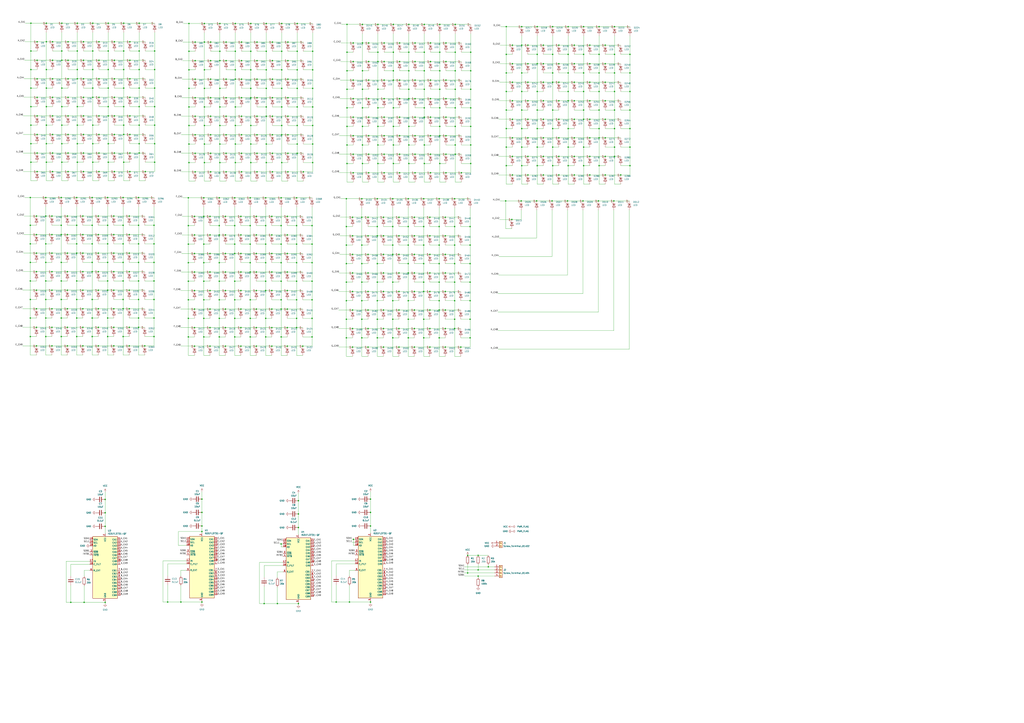
<source format=kicad_sch>
(kicad_sch (version 20230121) (generator eeschema)
  (paper "A1")
  (junction (at 471.678 82.804))
  (junction (at 284.988 42.926))
  (junction (at 347.98 216.662))
  (junction (at 415.798 75.184))
  (junction (at 348.488 42.926))
  (junction (at 93.472 177.546))
  (junction (at 315.468 81.026))
  (junction (at 223.774 65.024))
  (junction (at 114.3 102.87))
  (junction (at 327.66 193.802))
  (junction (at 290.322 443.23))
  (junction (at 172.466 284.48))
  (junction (at 453.898 90.424))
  (junction (at 101.092 162.306))
  (junction (at 197.866 223.52))
  (junction (at 29.972 177.546))
  (junction (at 127 87.63))
  (junction (at 37.592 215.646))
  (junction (at 446.278 128.524))
  (junction (at 93.472 192.786))
  (junction (at 248.666 284.48))
  (junction (at 415.29 165.1))
  (junction (at 497.078 143.764))
  (junction (at 30.48 34.29))
  (junction (at 80.772 208.026))
  (junction (at 25.4 41.91))
  (junction (at 310.388 119.126))
  (junction (at 353.568 35.306))
  (junction (at 297.18 216.662))
  (junction (at 43.18 110.49))
  (junction (at 366.268 96.266))
  (junction (at 30.48 140.97))
  (junction (at 30.48 125.73))
  (junction (at 323.088 134.366))
  (junction (at 55.88 64.77))
  (junction (at 360.68 231.902))
  (junction (at 81.28 110.49))
  (junction (at 458.978 113.284))
  (junction (at 113.792 261.366))
  (junction (at 315.468 141.986))
  (junction (at 223.266 238.76))
  (junction (at 284.988 88.646))
  (junction (at 180.086 185.42))
  (junction (at 348.488 119.126))
  (junction (at 353.568 50.546))
  (junction (at 479.298 21.844))
  (junction (at 302.768 65.786))
  (junction (at 302.768 50.546))
  (junction (at 315.468 35.306))
  (junction (at 101.092 276.606))
  (junction (at 327.66 209.042))
  (junction (at 30.48 80.01))
  (junction (at 106.172 238.506))
  (junction (at 322.58 201.422))
  (junction (at 172.974 49.784))
  (junction (at 386.08 216.662))
  (junction (at 517.398 90.424))
  (junction (at 62.992 185.166))
  (junction (at 497.078 128.524))
  (junction (at 328.168 111.506))
  (junction (at 159.766 193.04))
  (junction (at 466.598 82.804))
  (junction (at 167.386 162.56))
  (junction (at 223.774 110.744))
  (junction (at 428.498 37.084))
  (junction (at 80.772 238.506))
  (junction (at 29.972 238.506))
  (junction (at 235.966 193.04))
  (junction (at 309.88 262.382))
  (junction (at 289.56 224.282))
  (junction (at 80.772 192.786))
  (junction (at 93.98 95.25))
  (junction (at 420.878 37.084))
  (junction (at 193.294 118.364))
  (junction (at 101.092 253.746))
  (junction (at 458.978 143.764))
  (junction (at 471.678 37.084))
  (junction (at 113.792 246.126))
  (junction (at 366.268 65.786))
  (junction (at 497.078 37.084))
  (junction (at 441.198 105.664))
  (junction (at 504.698 21.844))
  (junction (at 386.588 58.166))
  (junction (at 310.388 88.646))
  (junction (at 466.09 165.1))
  (junction (at 310.388 20.066))
  (junction (at 88.9 19.05))
  (junction (at 340.868 65.786))
  (junction (at 185.674 49.784))
  (junction (at 218.186 162.56))
  (junction (at 167.894 118.364))
  (junction (at 42.672 208.026))
  (junction (at 218.694 95.504))
  (junction (at 314.96 285.242))
  (junction (at 335.28 224.282))
  (junction (at 160.274 125.984))
  (junction (at 127 118.11))
  (junction (at 223.266 254))
  (junction (at 88.9 87.63))
  (junction (at 497.078 98.044))
  (junction (at 68.072 223.266))
  (junction (at 76.2 80.01))
  (junction (at 284.988 103.886))
  (junction (at 205.994 118.364))
  (junction (at 68.072 192.786))
  (junction (at 335.788 73.406))
  (junction (at 231.394 72.644))
  (junction (at 230.886 447.04))
  (junction (at 289.56 178.562))
  (junction (at 81.28 140.97))
  (junction (at 236.474 125.984))
  (junction (at 433.578 82.804))
  (junction (at 68.072 268.986))
  (junction (at 284.48 186.182))
  (junction (at 101.092 246.126))
  (junction (at 86.36 421.386))
  (junction (at 167.894 133.604))
  (junction (at 289.56 270.002))
  (junction (at 309.88 163.322))
  (junction (at 314.96 254.762))
  (junction (at 415.798 136.144))
  (junction (at 420.37 180.34))
  (junction (at 243.586 231.14))
  (junction (at 453.898 59.944))
  (junction (at 347.98 201.422))
  (junction (at 81.28 80.01))
  (junction (at 348.488 96.266))
  (junction (at 55.88 49.53))
  (junction (at 50.8 19.05))
  (junction (at 479.298 98.044))
  (junction (at 366.268 81.026))
  (junction (at 433.578 37.084))
  (junction (at 205.994 80.264))
  (junction (at 335.28 247.142))
  (junction (at 75.692 185.166))
  (junction (at 420.878 128.524))
  (junction (at 441.198 75.184))
  (junction (at 30.48 95.25))
  (junction (at 63.5 133.35))
  (junction (at 327.66 254.762))
  (junction (at 68.58 49.53))
  (junction (at 428.498 21.844))
  (junction (at 155.194 103.124))
  (junction (at 148.59 494.792))
  (junction (at 366.268 35.306))
  (junction (at 43.18 49.53))
  (junction (at 517.398 120.904))
  (junction (at 328.168 35.306))
  (junction (at 197.866 269.24))
  (junction (at 322.58 247.142))
  (junction (at 154.686 276.86))
  (junction (at 114.3 19.05))
  (junction (at 24.892 215.646))
  (junction (at 373.888 88.646))
  (junction (at 479.298 120.904))
  (junction (at 114.3 118.11))
  (junction (at 340.36 209.042))
  (junction (at 38.1 133.35))
  (junction (at 302.26 193.802))
  (junction (at 360.68 163.322))
  (junction (at 198.374 110.744))
  (junction (at 197.866 177.8))
  (junction (at 126.492 276.606))
  (junction (at 466.598 44.704))
  (junction (at 415.798 105.664))
  (junction (at 230.886 200.66))
  (junction (at 88.9 118.11))
  (junction (at 63.5 118.11))
  (junction (at 88.9 95.25))
  (junction (at 289.56 239.522))
  (junction (at 517.398 105.664))
  (junction (at 118.872 284.226))
  (junction (at 50.8 72.39))
  (junction (at 172.466 269.24))
  (junction (at 205.486 276.86))
  (junction (at 88.392 185.166))
  (junction (at 172.466 193.04))
  (junction (at 484.378 82.804))
  (junction (at 245.11 433.578))
  (junction (at 453.898 21.844))
  (junction (at 211.074 49.784))
  (junction (at 360.68 277.622))
  (junction (at 155.194 42.164))
  (junction (at 197.866 238.76))
  (junction (at 243.586 261.62))
  (junction (at 340.36 270.002))
  (junction (at 218.694 19.304))
  (junction (at 180.594 103.124))
  (junction (at 244.094 118.364))
  (junction (at 167.386 231.14))
  (junction (at 159.766 208.28))
  (junction (at 38.1 72.39))
  (junction (at 365.76 209.042))
  (junction (at 347.98 262.382))
  (junction (at 205.486 223.52))
  (junction (at 289.56 193.802))
  (junction (at 68.58 64.77))
  (junction (at 76.2 19.05))
  (junction (at 340.36 285.242))
  (junction (at 185.674 80.264))
  (junction (at 159.766 269.24))
  (junction (at 165.862 410.21))
  (junction (at 42.672 177.546))
  (junction (at 256.794 118.364))
  (junction (at 235.966 177.8))
  (junction (at 80.772 284.226))
  (junction (at 361.188 73.406))
  (junction (at 236.474 80.264))
  (junction (at 297.688 73.406))
  (junction (at 223.774 141.224))
  (junction (at 322.58 231.902))
  (junction (at 361.188 58.166))
  (junction (at 453.898 105.664))
  (junction (at 192.786 200.66))
  (junction (at 205.994 103.124))
  (junction (at 155.194 118.364))
  (junction (at 446.278 82.804))
  (junction (at 42.672 284.226))
  (junction (at 159.766 284.48))
  (junction (at 428.498 120.904))
  (junction (at 310.388 42.926))
  (junction (at 68.58 95.25))
  (junction (at 315.468 50.546))
  (junction (at 235.966 254))
  (junction (at 386.08 262.382))
  (junction (at 484.378 52.324))
  (junction (at 55.372 208.026))
  (junction (at 340.868 126.746))
  (junction (at 50.292 246.126))
  (junction (at 302.26 254.762))
  (junction (at 172.974 141.224))
  (junction (at 466.598 21.844))
  (junction (at 373.38 247.142))
  (junction (at 211.074 80.264))
  (junction (at 340.868 96.266))
  (junction (at 101.6 87.63))
  (junction (at 210.566 223.52))
  (junction (at 172.466 238.76))
  (junction (at 231.394 103.124))
  (junction (at 348.488 134.366))
  (junction (at 43.18 140.97))
  (junction (at 256.286 200.66))
  (junction (at 76.2 41.91))
  (junction (at 323.088 103.886))
  (junction (at 93.98 110.49))
  (junction (at 106.172 284.226))
  (junction (at 284.48 262.382))
  (junction (at 446.278 143.764))
  (junction (at 340.868 141.986))
  (junction (at 386.588 103.886))
  (junction (at 230.886 215.9))
  (junction (at 50.8 49.53))
  (junction (at 197.866 284.48))
  (junction (at 386.08 231.902))
  (junction (at 353.06 193.802))
  (junction (at 88.9 57.15))
  (junction (at 243.586 269.24))
  (junction (at 68.58 110.49))
  (junction (at 210.566 208.28))
  (junction (at 433.578 128.524))
  (junction (at 348.488 88.646))
  (junction (at 478.79 165.1))
  (junction (at 284.48 163.322))
  (junction (at 284.48 201.422))
  (junction (at 198.374 34.544))
  (junction (at 230.886 276.86))
  (junction (at 185.166 193.04))
  (junction (at 63.5 41.91))
  (junction (at 335.788 119.126))
  (junction (at 106.172 223.266))
  (junction (at 373.38 270.002))
  (junction (at 314.96 193.802))
  (junction (at 453.39 165.1))
  (junction (at 211.074 34.544))
  (junction (at 58.166 495.046))
  (junction (at 24.892 261.366))
  (junction (at 231.394 133.604))
  (junction (at 256.794 103.124))
  (junction (at 428.498 136.144))
  (junction (at 479.298 44.704))
  (junction (at 322.58 262.382))
  (junction (at 172.974 110.744))
  (junction (at 127 41.91))
  (junction (at 24.892 162.306))
  (junction (at 314.96 178.562))
  (junction (at 517.398 136.144))
  (junction (at 38.1 34.29))
  (junction (at 304.292 432.308))
  (junction (at 415.798 90.424))
  (junction (at 75.692 261.366))
  (junction (at 458.978 67.564))
  (junction (at 55.372 253.746))
  (junction (at 347.98 163.322))
  (junction (at 93.472 253.746))
  (junction (at 165.862 432.308))
  (junction (at 193.294 65.024))
  (junction (at 211.074 141.224))
  (junction (at 466.598 105.664))
  (junction (at 185.166 284.48))
  (junction (at 504.698 90.424))
  (junction (at 55.88 95.25))
  (junction (at 50.292 192.786))
  (junction (at 491.998 105.664))
  (junction (at 42.672 223.266))
  (junction (at 504.19 165.1))
  (junction (at 361.188 20.066))
  (junction (at 192.786 261.62))
  (junction (at 441.198 90.424))
  (junction (at 205.486 162.56))
  (junction (at 38.1 118.11))
  (junction (at 249.174 141.224))
  (junction (at 392.684 473.456))
  (junction (at 205.486 215.9))
  (junction (at 244.094 72.644))
  (junction (at 88.9 133.35))
  (junction (at 227.838 496.062))
  (junction (at 471.678 67.564))
  (junction (at 297.18 231.902))
  (junction (at 365.76 224.282))
  (junction (at 205.486 200.66))
  (junction (at 244.094 103.124))
  (junction (at 218.694 133.604))
  (junction (at 491.998 136.144))
  (junction (at 302.26 239.522))
  (junction (at 446.278 113.284))
  (junction (at 256.794 133.604))
  (junction (at 446.278 52.324))
  (junction (at 185.166 223.52))
  (junction (at 340.868 50.546))
  (junction (at 192.786 208.28))
  (junction (at 386.588 134.366))
  (junction (at 43.18 80.01))
  (junction (at 353.568 96.266))
  (junction (at 180.594 72.644))
  (junction (at 297.688 88.646))
  (junction (at 428.498 105.664))
  (junction (at 322.58 186.182))
  (junction (at 231.394 110.744))
  (junction (at 42.672 192.786))
  (junction (at 284.48 216.662))
  (junction (at 365.76 270.002))
  (junction (at 154.686 246.38))
  (junction (at 193.294 103.124))
  (junction (at 353.568 126.746))
  (junction (at 284.988 119.126))
  (junction (at 93.472 284.226))
  (junction (at 29.972 268.986))
  (junction (at 126.492 185.166))
  (junction (at 392.684 468.376))
  (junction (at 62.992 276.606))
  (junction (at 504.698 44.704))
  (junction (at 167.894 34.544))
  (junction (at 230.886 254))
  (junction (at 433.578 98.044))
  (junction (at 180.086 215.9))
  (junction (at 88.392 230.886))
  (junction (at 165.862 494.792))
  (junction (at 340.868 81.026))
  (junction (at 50.8 133.35))
  (junction (at 210.566 269.24))
  (junction (at 86.36 432.562))
  (junction (at 113.792 200.406))
  (junction (at 55.372 238.506))
  (junction (at 76.2 118.11))
  (junction (at 340.36 239.522))
  (junction (at 185.674 95.504))
  (junction (at 127 57.15))
  (junction (at 172.974 65.024))
  (junction (at 304.292 494.792))
  (junction (at 29.972 284.226))
  (junction (at 433.578 113.284))
  (junction (at 185.674 65.024))
  (junction (at 297.688 103.886))
  (junction (at 386.588 42.926))
  (junction (at 223.266 208.28))
  (junction (at 193.294 42.164))
  (junction (at 93.472 208.026))
  (junction (at 243.586 200.66))
  (junction (at 185.166 254))
  (junction (at 63.5 19.05))
  (junction (at 126.492 246.126))
  (junction (at 446.278 37.084))
  (junction (at 155.194 87.884))
  (junction (at 63.5 102.87))
  (junction (at 154.686 231.14))
  (junction (at 347.98 231.902))
  (junction (at 137.668 494.792))
  (junction (at 378.46 285.242))
  (junction (at 284.48 247.142))
  (junction (at 180.594 49.784))
  (junction (at 256.286 231.14))
  (junction (at 386.588 119.126))
  (junction (at 55.372 192.786))
  (junction (at 441.198 44.704))
  (junction (at 290.068 50.546))
  (junction (at 165.862 436.88))
  (junction (at 160.274 95.504))
  (junction (at 180.086 261.62))
  (junction (at 50.8 41.91))
  (junction (at 218.694 87.884))
  (junction (at 101.6 72.39))
  (junction (at 114.3 87.63))
  (junction (at 55.88 80.01))
  (junction (at 38.1 87.63))
  (junction (at 155.194 72.644))
  (junction (at 353.06 178.562))
  (junction (at 420.878 98.044))
  (junction (at 106.68 95.25))
  (junction (at 236.474 95.504))
  (junction (at 25.4 72.39))
  (junction (at 218.186 238.76))
  (junction (at 290.068 65.786))
  (junction (at 167.386 276.86))
  (junction (at 386.08 277.622))
  (junction (at 172.974 125.984))
  (junction (at 428.498 75.184))
  (junction (at 466.598 59.944))
  (junction (at 361.188 111.506))
  (junction (at 297.18 201.422))
  (junction (at 328.168 126.746))
  (junction (at 88.9 72.39))
  (junction (at 25.4 133.35))
  (junction (at 335.28 262.382))
  (junction (at 458.978 98.044))
  (junction (at 81.28 64.77))
  (junction (at 205.994 133.604))
  (junction (at 218.186 185.42))
  (junction (at 210.566 193.04))
  (junction (at 353.568 81.026))
  (junction (at 353.06 285.242))
  (junction (at 302.768 111.506))
  (junction (at 373.38 262.382))
  (junction (at 335.788 134.366))
  (junction (at 384.048 456.438))
  (junction (at 314.96 270.002))
  (junction (at 167.386 177.8))
  (junction (at 360.68 216.662))
  (junction (at 297.18 247.142))
  (junction (at 101.6 41.91))
  (junction (at 453.898 44.704))
  (junction (at 210.566 238.76))
  (junction (at 24.892 185.166))
  (junction (at 314.96 209.042))
  (junction (at 55.372 284.226))
  (junction (at 243.586 215.9))
  (junction (at 361.188 103.886))
  (junction (at 218.186 215.9))
  (junction (at 93.472 268.986))
  (junction (at 497.078 82.804))
  (junction (at 37.592 162.306))
  (junction (at 167.894 57.404))
  (junction (at 446.278 67.564))
  (junction (at 386.08 247.142))
  (junction (at 218.186 276.86))
  (junction (at 185.674 34.544))
  (junction (at 284.48 231.902))
  (junction (at 198.374 49.784))
  (junction (at 479.298 75.184))
  (junction (at 160.274 110.744))
  (junction (at 37.592 246.126))
  (junction (at 309.88 231.902))
  (junction (at 256.794 87.884))
  (junction (at 373.38 201.422))
  (junction (at 441.198 120.904))
  (junction (at 244.094 19.304))
  (junction (at 180.594 42.164))
  (junction (at 297.18 163.322))
  (junction (at 43.18 64.77))
  (junction (at 297.18 277.622))
  (junction (at 50.292 276.606))
  (junction (at 80.772 268.986))
  (junction (at 420.878 67.564))
  (junction (at 297.688 58.166))
  (junction (at 106.68 80.01))
  (junction (at 453.898 120.904))
  (junction (at 223.774 95.504))
  (junction (at 484.378 98.044))
  (junction (at 43.18 125.73))
  (junction (at 42.672 253.746))
  (junction (at 80.772 253.746))
  (junction (at 446.278 98.044))
  (junction (at 167.894 19.304))
  (junction (at 88.392 215.646))
  (junction (at 223.266 177.8))
  (junction (at 289.56 209.042))
  (junction (at 479.298 90.424))
  (junction (at 106.172 177.546))
  (junction (at 491.998 21.844))
  (junction (at 373.38 231.902))
  (junction (at 484.378 67.564))
  (junction (at 256.286 261.62))
  (junction (at 302.26 209.042))
  (junction (at 101.092 215.646))
  (junction (at 256.286 246.38))
  (junction (at 218.694 42.164))
  (junction (at 471.678 143.764))
  (junction (at 441.198 52.324))
  (junction (at 50.8 102.87))
  (junction (at 210.566 177.8))
  (junction (at 484.378 143.764))
  (junction (at 154.686 261.62))
  (junction (at 172.974 95.504))
  (junction (at 230.886 246.38))
  (junction (at 68.58 34.29))
  (junction (at 55.372 223.266))
  (junction (at 37.592 261.366))
  (junction (at 235.966 269.24))
  (junction (at 62.992 208.026))
  (junction (at 223.774 34.544))
  (junction (at 517.398 44.704))
  (junction (at 25.4 19.05))
  (junction (at 68.58 140.97))
  (junction (at 314.96 224.282))
  (junction (at 323.088 58.166))
  (junction (at 113.792 162.306))
  (junction (at 106.68 64.77))
  (junction (at 420.878 52.324))
  (junction (at 55.88 34.29))
  (junction (at 180.594 118.364))
  (junction (at 197.866 193.04))
  (junction (at 314.96 239.522))
  (junction (at 25.4 118.11))
  (junction (at 310.388 50.546))
  (junction (at 180.086 246.38))
  (junction (at 75.692 162.306))
  (junction (at 218.186 261.62))
  (junction (at 55.88 140.97))
  (junction (at 256.794 72.644))
  (junction (at 155.194 57.404))
  (junction (at 302.768 141.986))
  (junction (at 353.06 209.042))
  (junction (at 365.76 193.802))
  (junction (at 76.2 133.35))
  (junction (at 284.988 134.366))
  (junction (at 198.374 95.504))
  (junction (at 276.098 494.792))
  (junction (at 415.798 59.944))
  (junction (at 159.766 177.8))
  (junction (at 25.4 57.15))
  (junction (at 491.49 165.1))
  (junction (at 50.292 230.886))
  (junction (at 81.28 95.25))
  (junction (at 126.492 230.886))
  (junction (at 441.198 136.144))
  (junction (at 86.36 410.464))
  (junction (at 373.888 42.926))
  (junction (at 373.38 163.322))
  (junction (at 335.788 103.886))
  (junction (at 236.474 49.784))
  (junction (at 365.76 254.762))
  (junction (at 309.88 193.802))
  (junction (at 361.188 88.646))
  (junction (at 365.76 178.562))
  (junction (at 167.386 215.9))
  (junction (at 211.074 65.024))
  (junction (at 154.686 200.66))
  (junction (at 211.074 110.744))
  (junction (at 348.488 20.066))
  (junction (at 353.568 141.986))
  (junction (at 185.166 208.28))
  (junction (at 75.692 276.606))
  (junction (at 167.894 103.124))
  (junction (at 466.598 136.144))
  (junction (at 322.58 209.042))
  (junction (at 114.3 72.39))
  (junction (at 245.11 496.062))
  (junction (at 50.292 185.166))
  (junction (at 24.892 276.606))
  (junction (at 290.068 141.986))
  (junction (at 24.892 246.126))
  (junction (at 309.88 216.662))
  (junction (at 198.374 65.024))
  (junction (at 348.488 58.166))
  (junction (at 373.888 58.166))
  (junction (at 30.48 110.49))
  (junction (at 86.36 495.046))
  (junction (at 205.486 261.62))
  (junction (at 69.088 495.046))
  (junction (at 484.378 113.284))
  (junction (at 353.568 65.786))
  (junction (at 160.274 141.224))
  (junction (at 167.386 261.62))
  (junction (at 55.372 177.546))
  (junction (at 243.586 185.42))
  (junction (at 50.292 162.306))
  (junction (at 218.186 231.14))
  (junction (at 386.08 186.182))
  (junction (at 335.788 81.026))
  (junction (at 42.672 238.506))
  (junction (at 167.894 87.884))
  (junction (at 68.58 125.73))
  (junction (at 256.286 215.9))
  (junction (at 323.088 65.786))
  (junction (at 322.58 163.322))
  (junction (at 244.094 42.164))
  (junction (at 114.3 57.15))
  (junction (at 205.994 72.644))
  (junction (at 37.592 177.546))
  (junction (at 365.76 285.242))
  (junction (at 55.372 268.986))
  (junction (at 304.292 410.21))
  (junction (at 24.892 230.886))
  (junction (at 322.58 277.622))
  (junction (at 340.36 254.762))
  (junction (at 373.888 73.406))
  (junction (at 159.766 238.76))
  (junction (at 165.862 421.132))
  (junction (at 160.274 34.544))
  (junction (at 223.266 223.52))
  (junction (at 68.072 284.226))
  (junction (at 25.4 87.63))
  (junction (at 360.68 186.182))
  (junction (at 81.28 49.53))
  (junction (at 471.678 128.524))
  (junction (at 284.48 277.622))
  (junction (at 466.598 120.904))
  (junction (at 106.68 49.53))
  (junction (at 101.6 110.49))
  (junction (at 491.998 90.424))
  (junction (at 101.092 200.406))
  (junction (at 80.772 177.546))
  (junction (at 327.66 178.562))
  (junction (at 328.168 50.546))
  (junction (at 106.68 125.73))
  (junction (at 230.886 185.42))
  (junction (at 197.866 254))
  (junction (at 230.886 231.14))
  (junction (at 231.394 57.404))
  (junction (at 154.686 215.9))
  (junction (at 347.98 277.622))
  (junction (at 315.468 96.266))
  (junction (at 235.966 238.76))
  (junction (at 466.598 75.184))
  (junction (at 235.966 208.28))
  (junction (at 366.268 50.546))
  (junction (at 373.888 119.126))
  (junction (at 309.88 186.182))
  (junction (at 304.292 421.132))
  (junction (at 126.492 261.366))
  (junction (at 471.678 98.044))
  (junction (at 198.374 141.224))
  (junction (at 302.768 96.266))
  (junction (at 415.798 120.904))
  (junction (at 68.072 238.506))
  (junction (at 360.68 247.142))
  (junction (at 373.38 186.182))
  (junction (at 290.068 126.746))
  (junction (at 479.298 59.944))
  (junction (at 353.568 111.506))
  (junction (at 335.28 186.182))
  (junction (at 101.6 102.87))
  (junction (at 302.26 285.242))
  (junction (at 427.99 165.1))
  (junction (at 373.38 216.662))
  (junction (at 193.294 57.404))
  (junction (at 43.18 34.29))
  (junction (at 236.474 141.224))
  (junction (at 76.2 72.39))
  (junction (at 458.978 128.524))
  (junction (at 42.672 268.986))
  (junction (at 180.594 87.884))
  (junction (at 243.586 246.38))
  (junction (at 348.488 73.406))
  (junction (at 509.778 143.764))
  (junction (at 302.26 270.002))
  (junction (at 235.966 223.52))
  (junction (at 119.38 140.97))
  (junction (at 88.392 162.306))
  (junction (at 365.76 239.522))
  (junction (at 113.792 185.166))
  (junction (at 180.086 193.04))
  (junction (at 420.878 113.284))
  (junction (at 185.166 177.8))
  (junction (at 302.26 224.282))
  (junction (at 126.492 200.406))
  (junction (at 290.068 96.266))
  (junction (at 101.092 230.886))
  (junction (at 284.988 73.406))
  (junction (at 167.386 246.38))
  (junction (at 114.3 41.91))
  (junction (at 167.894 72.644))
  (junction (at 218.694 118.364))
  (junction (at 287.02 494.792))
  (junction (at 244.094 125.984))
  (junction (at 185.674 110.744))
  (junction (at 361.188 42.926))
  (junction (at 185.674 141.224))
  (junction (at 327.66 270.002))
  (junction (at 353.06 224.282))
  (junction (at 180.086 231.14))
  (junction (at 192.786 246.38))
  (junction (at 114.3 125.73))
  (junction (at 38.1 102.87))
  (junction (at 172.466 254))
  (junction (at 218.694 57.404))
  (junction (at 192.786 276.86))
  (junction (at 347.98 186.182))
  (junction (at 101.092 185.166))
  (junction (at 479.298 136.144))
  (junction (at 198.374 125.984))
  (junction (at 392.684 456.438))
  (junction (at 458.978 82.804))
  (junction (at 302.768 35.306))
  (junction (at 205.486 246.38))
  (junction (at 172.466 177.8))
  (junction (at 340.36 193.802))
  (junction (at 504.698 75.184))
  (junction (at 236.474 65.024))
  (junction (at 205.486 185.42))
  (junction (at 193.294 133.604))
  (junction (at 81.28 125.73))
  (junction (at 491.998 59.944))
  (junction (at 302.768 126.746))
  (junction (at 37.592 230.886))
  (junction (at 29.972 253.746))
  (junction (at 223.266 269.24))
  (junction (at 62.992 200.406))
  (junction (at 284.988 20.066))
  (junction (at 50.8 87.63))
  (junction (at 205.994 57.404))
  (junction (at 386.08 201.422))
  (junction (at 101.6 57.15))
  (junction (at 361.188 134.366))
  (junction (at 328.168 65.786))
  (junction (at 63.5 57.15))
  (junction (at 180.086 276.86))
  (junction (at 236.474 110.744))
  (junction (at 315.468 65.786))
  (junction (at 159.766 254))
  (junction (at 180.594 19.304))
  (junction (at 93.472 223.266))
  (junction (at 172.974 34.544))
  (junction (at 75.692 200.406))
  (junction (at 290.068 81.026))
  (junction (at 113.792 215.646))
  (junction (at 302.26 178.562))
  (junction (at 401.066 465.836))
  (junction (at 244.094 87.884))
  (junction (at 218.694 72.644))
  (junction (at 62.992 246.126))
  (junction (at 491.998 113.284))
  (junction (at 256.286 185.42))
  (junction (at 504.698 59.944))
  (junction (at 180.594 133.604))
  (junction (at 335.28 277.622))
  (junction (at 127 102.87))
  (junction (at 93.98 34.29))
  (junction (at 197.866 208.28))
  (junction (at 106.172 192.786))
  (junction (at 126.492 215.646))
  (junction (at 420.878 82.804))
  (junction (at 335.28 201.422))
  (junction (at 192.786 185.42))
  (junction (at 353.06 239.522))
  (junction (at 76.2 57.15))
  (junction (at 458.978 37.084))
  (junction (at 38.1 19.05))
  (junction (at 55.88 110.49))
  (junction (at 471.678 113.284))
  (junction (at 471.678 52.324))
  (junction (at 504.698 120.904))
  (junction (at 428.498 59.944))
  (junction (at 155.194 19.304))
  (junction (at 360.68 254.762))
  (junction (at 113.792 230.886))
  (junction (at 106.172 208.026))
  (junction (at 297.18 178.562))
  (junction (at 484.378 37.084))
  (junction (at 256.286 276.86))
  (junction (at 441.198 21.844))
  (junction (at 93.98 64.77))
  (junction (at 373.888 126.746))
  (junction (at 297.688 134.366))
  (junction (at 340.36 224.282))
  (junction (at 38.1 57.15))
  (junction (at 205.994 19.304))
  (junction (at 297.18 262.382))
  (junction (at 30.48 64.77))
  (junction (at 160.274 49.784))
  (junction (at 360.68 201.422))
  (junction (at 328.168 141.986))
  (junction (at 198.374 80.264))
  (junction (at 76.2 102.87))
  (junction (at 310.388 73.406))
  (junction (at 30.48 49.53))
  (junction (at 185.166 269.24))
  (junction (at 159.766 223.52))
  (junction (at 211.074 95.504))
  (junction (at 106.68 34.29))
  (junction (at 167.386 200.66))
  (junction (at 75.692 223.266))
  (junction (at 25.4 102.87))
  (junction (at 223.774 80.264))
  (junction (at 335.28 163.322))
  (junction (at 420.878 143.764))
  (junction (at 68.58 80.01))
  (junction (at 386.588 73.406))
  (junction (at 88.392 276.606))
  (junction (at 315.468 126.746))
  (junction (at 80.772 223.266))
  (junction (at 180.086 162.56))
  (junction (at 218.186 200.66))
  (junction (at 75.692 246.126))
  (junction (at 88.392 200.406))
  (junction (at 327.66 285.242))
  (junction (at 491.998 44.704))
  (junction (at 62.992 261.366))
  (junction (at 93.98 49.53))
  (junction (at 366.268 111.506))
  (junction (at 29.972 192.786))
  (junction (at 284.988 58.166))
  (junction (at 328.168 96.266))
  (junction (at 113.792 268.986))
  (junction (at 491.998 75.184))
  (junction (at 101.6 19.05))
  (junction (at 289.56 285.242))
  (junction (at 55.88 125.73))
  (junction (at 433.578 67.564))
  (junction (at 185.674 125.984))
  (junction (at 378.968 141.986))
  (junction (at 127 72.39))
  (junction (at 497.078 52.324))
  (junction (at 309.88 277.622))
  (junction (at 256.794 42.164))
  (junction (at 192.786 231.14))
  (junction (at 185.166 238.76))
  (junction (at 223.266 284.48))
  (junction (at 127 133.35))
  (junction (at 37.592 276.606))
  (junction (at 88.9 41.91))
  (junction (at 323.088 88.646))
  (junction (at 504.698 128.524))
  (junction (at 50.292 261.366))
  (junction (at 517.398 59.944))
  (junction (at 50.8 118.11))
  (junction (at 453.898 67.564))
  (junction (at 160.274 80.264))
  (junction (at 63.5 64.77))
  (junction (at 335.28 216.662))
  (junction (at 68.072 208.026))
  (junction (at 373.888 103.886))
  (junction (at 386.588 88.646))
  (junction (at 453.898 136.144))
  (junction (at 216.916 496.062))
  (junction (at 327.66 224.282))
  (junction (at 231.394 42.164))
  (junction (at 290.068 111.506))
  (junction (at 223.774 49.784))
  (junction (at 340.868 111.506))
  (junction (at 93.98 140.97))
  (junction (at 29.972 208.026))
  (junction (at 245.11 411.48))
  (junction (at 93.98 125.73))
  (junction (at 309.88 247.142))
  (junction (at 172.974 80.264))
  (junction (at 205.994 42.164))
  (junction (at 62.992 162.306))
  (junction (at 231.394 87.884))
  (junction (at 302.768 81.026))
  (junction (at 323.088 119.126))
  (junction (at 37.592 200.406))
  (junction (at 106.172 268.986))
  (junction (at 154.686 162.56))
  (junction (at 101.6 133.35))
  (junction (at 433.578 52.324))
  (junction (at 155.194 133.604))
  (junction (at 484.378 128.524))
  (junction (at 68.072 177.546))
  (junction (at 93.472 238.506))
  (junction (at 353.06 254.762))
  (junction (at 335.788 20.066))
  (junction (at 230.886 162.56))
  (junction (at 327.66 239.522))
  (junction (at 323.088 20.066))
  (junction (at 347.98 239.522))
  (junction (at 440.69 165.1))
  (junction (at 210.566 254))
  (junction (at 366.268 141.986))
  (junction (at 236.474 34.544))
  (junction (at 210.566 284.48))
  (junction (at 211.074 125.984))
  (junction (at 315.468 111.506))
  (junction (at 81.28 34.29))
  (junction (at 373.888 20.066))
  (junction (at 235.966 284.48))
  (junction (at 24.892 200.406))
  (junction (at 193.294 87.884))
  (junction (at 340.36 178.562))
  (junction (at 384.048 470.916))
  (junction (at 297.688 20.066))
  (junction (at 88.392 261.366))
  (junction (at 328.168 81.026))
  (junction (at 310.388 134.366))
  (junction (at 193.294 19.304))
  (junction (at 415.798 21.844))
  (junction (at 172.466 208.28))
  (junction (at 353.06 270.002))
  (junction (at 192.786 162.56))
  (junction (at 366.268 126.746))
  (junction (at 223.774 125.984))
  (junction (at 504.698 105.664))
  (junction (at 63.5 87.63))
  (junction (at 223.266 193.04))
  (junction (at 231.394 19.304))
  (junction (at 160.274 65.024))
  (junction (at 106.68 140.97))
  (junction (at 243.586 162.56))
  (junction (at 428.498 90.424))
  (junction (at 43.18 95.25))
  (junction (at 297.688 35.306))
  (junction (at 310.388 103.886))
  (junction (at 106.172 253.746))
  (junction (at 62.992 230.886))
  (junction (at 75.692 215.646))
  (junction (at 497.078 67.564))
  (junction (at 244.094 57.404))
  (junction (at 415.798 44.704))
  (junction (at 323.088 42.926))
  (junction (at 68.072 253.746))
  (junction (at 245.11 422.402))
  (junction (at 340.868 35.306))
  (junction (at 154.686 185.42))
  (junction (at 497.078 113.284))
  (junction (at 50.292 215.646))
  (junction (at 433.578 143.764))
  (junction (at 256.794 57.404))
  (junction (at 289.56 254.762))
  (junction (at 290.068 35.306))
  (junction (at 106.68 110.49))
  (junction (at 88.392 238.506))
  (junction (at 458.978 52.324))
  (junction (at 297.688 119.126))
  (junction (at 335.788 58.166))
  (junction (at 335.788 42.926))
  (junction (at 172.466 223.52))
  (junction (at 517.398 75.184))
  (junction (at 29.972 223.266))
  (junction (at 93.98 80.01))
  (wire (pts (xy 198.374 125.984) (xy 211.074 125.984)))
  (wire (pts (xy 159.766 223.52) (xy 172.466 223.52)))
  (wire (pts (xy 236.474 72.644) (xy 244.094 72.644)))
  (wire (pts (xy 154.686 162.56) (xy 167.386 162.56)))
  (wire (pts (xy 441.198 21.844) (xy 453.898 21.844)))
  (wire (pts (xy 167.894 87.884) (xy 167.894 103.124)))
  (wire (pts (xy 37.592 177.546) (xy 37.592 200.406)))
  (wire (pts (xy 353.568 103.886) (xy 361.188 103.886)))
  (wire (pts (xy 328.168 42.926) (xy 335.788 42.926)))
  (wire (pts (xy 249.174 57.404) (xy 256.794 57.404)))
  (wire (pts (xy 386.588 119.126) (xy 386.588 134.366)))
  (wire (pts (xy 453.39 172.72) (xy 453.39 210.82)))
  (wire (pts (xy 310.388 88.646) (xy 315.468 88.646)))
  (wire (pts (xy 167.894 57.404) (xy 167.894 72.644)))
  (wire (pts (xy 373.888 119.126) (xy 373.888 126.746)))
  (wire (pts (xy 198.374 49.784) (xy 211.074 49.784)))
  (wire (pts (xy 160.274 95.504) (xy 172.974 95.504)))
  (wire (pts (xy 491.998 151.384) (xy 497.078 151.384)))
  (wire (pts (xy 453.898 67.564) (xy 458.978 67.564)))
  (wire (pts (xy 353.568 65.786) (xy 366.268 65.786)))
  (wire (pts (xy 386.08 201.422) (xy 386.08 216.662)))
  (wire (pts (xy 327.66 216.662) (xy 335.28 216.662)))
  (wire (pts (xy 93.98 95.25) (xy 106.68 95.25)))
  (wire (pts (xy 167.894 34.544) (xy 167.894 57.404)))
  (wire (pts (xy 272.288 494.792) (xy 276.098 494.792)))
  (wire (pts (xy 361.188 73.406) (xy 361.188 88.646)))
  (wire (pts (xy 55.372 238.506) (xy 68.072 238.506)))
  (wire (pts (xy 118.872 261.366) (xy 126.492 261.366)))
  (wire (pts (xy 180.086 261.62) (xy 180.086 276.86)))
  (wire (pts (xy 335.788 134.366) (xy 340.868 134.366)))
  (wire (pts (xy 76.2 80.01) (xy 76.2 102.87)))
  (wire (pts (xy 118.872 200.406) (xy 126.492 200.406)))
  (wire (pts (xy 484.378 113.284) (xy 491.998 113.284)))
  (wire (pts (xy 106.172 268.986) (xy 113.792 268.986)))
  (wire (pts (xy 119.38 57.15) (xy 127 57.15)))
  (wire (pts (xy 62.992 246.126) (xy 62.992 261.366)))
  (wire (pts (xy 284.48 201.422) (xy 289.56 201.422)))
  (wire (pts (xy 55.372 200.406) (xy 62.992 200.406)))
  (wire (pts (xy 236.474 65.024) (xy 249.174 65.024)))
  (wire (pts (xy 172.974 49.784) (xy 180.594 49.784)))
  (wire (pts (xy 193.294 42.164) (xy 193.294 57.404)))
  (wire (pts (xy 216.916 464.82) (xy 216.916 474.472)))
  (wire (pts (xy 386.08 231.902) (xy 386.08 247.142)))
  (wire (pts (xy 43.18 41.91) (xy 50.8 41.91)))
  (wire (pts (xy 484.378 82.804) (xy 497.078 82.804)))
  (wire (pts (xy 235.966 215.9) (xy 243.586 215.9)))
  (wire (pts (xy 43.18 80.01) (xy 55.88 80.01)))
  (wire (pts (xy 353.06 231.902) (xy 360.68 231.902)))
  (wire (pts (xy 327.66 178.562) (xy 340.36 178.562)))
  (wire (pts (xy 441.198 29.464) (xy 441.198 44.704)))
  (wire (pts (xy 284.48 201.422) (xy 284.48 216.662)))
  (wire (pts (xy 38.1 133.35) (xy 43.18 133.35)))
  (wire (pts (xy 409.448 113.284) (xy 420.878 113.284)))
  (wire (pts (xy 62.992 185.166) (xy 62.992 200.406)))
  (wire (pts (xy 24.892 261.366) (xy 24.892 276.606)))
  (wire (pts (xy 409.956 82.804) (xy 420.878 82.804)))
  (wire (pts (xy 210.566 284.48) (xy 223.266 284.48)))
  (wire (pts (xy 386.588 141.986) (xy 378.968 141.986)))
  (wire (pts (xy 93.472 215.646) (xy 101.092 215.646)))
  (wire (pts (xy 415.29 187.96) (xy 420.37 187.96)))
  (wire (pts (xy 180.086 261.62) (xy 185.166 261.62)))
  (wire (pts (xy 340.36 247.142) (xy 335.28 247.142)))
  (wire (pts (xy 218.694 87.884) (xy 218.694 95.504)))
  (wire (pts (xy 433.578 67.564) (xy 446.278 67.564)))
  (wire (pts (xy 24.892 215.646) (xy 29.972 215.646)))
  (wire (pts (xy 236.474 87.884) (xy 244.094 87.884)))
  (wire (pts (xy 360.68 277.622) (xy 365.76 277.622)))
  (wire (pts (xy 68.58 34.29) (xy 81.28 34.29)))
  (wire (pts (xy 297.688 119.126) (xy 302.768 119.126)))
  (wire (pts (xy 37.592 230.886) (xy 37.592 246.126)))
  (wire (pts (xy 154.686 185.42) (xy 159.766 185.42)))
  (wire (pts (xy 335.28 277.622) (xy 340.36 277.622)))
  (wire (pts (xy 29.972 268.986) (xy 42.672 268.986)))
  (wire (pts (xy 328.168 73.406) (xy 335.788 73.406)))
  (wire (pts (xy 185.674 42.164) (xy 193.294 42.164)))
  (wire (pts (xy 93.98 64.77) (xy 106.68 64.77)))
  (wire (pts (xy 373.888 42.926) (xy 373.888 58.166)))
  (wire (pts (xy 279.4 178.562) (xy 289.56 178.562)))
  (wire (pts (xy 243.586 261.62) (xy 243.586 269.24)))
  (wire (pts (xy 392.684 456.438) (xy 401.066 456.438)))
  (wire (pts (xy 348.488 42.926) (xy 348.488 58.166)))
  (wire (pts (xy 284.48 247.142) (xy 289.56 247.142)))
  (wire (pts (xy 453.898 59.944) (xy 453.898 67.564)))
  (wire (pts (xy 101.6 110.49) (xy 101.6 133.35)))
  (wire (pts (xy 284.48 216.662) (xy 284.48 231.902)))
  (wire (pts (xy 340.36 254.762) (xy 353.06 254.762)))
  (wire (pts (xy 119.38 102.87) (xy 127 102.87)))
  (wire (pts (xy 323.088 134.366) (xy 323.088 149.606)))
  (wire (pts (xy 81.28 41.91) (xy 88.9 41.91)))
  (wire (pts (xy 302.768 126.746) (xy 315.468 126.746)))
  (wire (pts (xy 323.088 65.786) (xy 323.088 88.646)))
  (wire (pts (xy 284.48 247.142) (xy 284.48 262.382)))
  (wire (pts (xy 172.466 208.28) (xy 185.166 208.28)))
  (wire (pts (xy 223.774 125.984) (xy 236.474 125.984)))
  (wire (pts (xy 205.486 162.56) (xy 218.186 162.56)))
  (wire (pts (xy 88.392 238.506) (xy 88.392 261.366)))
  (wire (pts (xy 484.378 105.664) (xy 491.998 105.664)))
  (wire (pts (xy 38.1 72.39) (xy 38.1 87.63)))
  (wire (pts (xy 297.688 73.406) (xy 297.688 88.646)))
  (wire (pts (xy 289.306 443.23) (xy 290.322 443.23)))
  (wire (pts (xy 340.868 88.646) (xy 348.488 88.646)))
  (wire (pts (xy 289.56 254.762) (xy 302.26 254.762)))
  (wire (pts (xy 441.198 90.424) (xy 441.198 105.664)))
  (wire (pts (xy 302.768 96.266) (xy 315.468 96.266)))
  (wire (pts (xy 50.292 215.646) (xy 50.292 230.886)))
  (wire (pts (xy 205.994 118.364) (xy 205.994 133.604)))
  (wire (pts (xy 287.02 494.792) (xy 304.292 494.792)))
  (wire (pts (xy 340.36 178.562) (xy 353.06 178.562)))
  (wire (pts (xy 340.868 141.986) (xy 353.568 141.986)))
  (wire (pts (xy 185.166 208.28) (xy 192.786 208.28)))
  (wire (pts (xy 297.688 35.306) (xy 297.688 58.166)))
  (wire (pts (xy 415.798 90.424) (xy 415.798 105.664)))
  (wire (pts (xy 24.892 185.166) (xy 24.892 200.406)))
  (wire (pts (xy 466.598 151.384) (xy 471.678 151.384)))
  (wire (pts (xy 276.098 480.822) (xy 276.098 494.792)))
  (wire (pts (xy 154.686 261.62) (xy 154.686 276.86)))
  (wire (pts (xy 25.4 102.87) (xy 30.48 102.87)))
  (wire (pts (xy 29.972 223.266) (xy 42.672 223.266)))
  (wire (pts (xy 466.598 136.144) (xy 466.598 151.384)))
  (wire (pts (xy 185.166 193.04) (xy 197.866 193.04)))
  (wire (pts (xy 154.686 276.86) (xy 154.686 292.1)))
  (wire (pts (xy 118.872 185.166) (xy 126.492 185.166)))
  (wire (pts (xy 223.266 231.14) (xy 230.886 231.14)))
  (wire (pts (xy 19.558 80.01) (xy 30.48 80.01)))
  (wire (pts (xy 408.94 241.3) (xy 478.79 241.3)))
  (wire (pts (xy 80.772 246.126) (xy 75.692 246.126)))
  (wire (pts (xy 410.464 52.324) (xy 420.878 52.324)))
  (wire (pts (xy 386.08 170.942) (xy 386.08 186.182)))
  (wire (pts (xy 235.966 284.48) (xy 248.666 284.48)))
  (wire (pts (xy 192.786 276.86) (xy 197.866 276.86)))
  (wire (pts (xy 223.266 269.24) (xy 235.966 269.24)))
  (wire (pts (xy 113.792 268.986) (xy 113.792 291.846)))
  (wire (pts (xy 353.568 141.986) (xy 366.268 141.986)))
  (wire (pts (xy 291.592 468.63) (xy 287.02 468.63)))
  (wire (pts (xy 24.892 291.846) (xy 29.972 291.846)))
  (wire (pts (xy 366.268 103.886) (xy 373.888 103.886)))
  (wire (pts (xy 278.638 224.282) (xy 289.56 224.282)))
  (wire (pts (xy 381.508 468.376) (xy 392.684 468.376)))
  (wire (pts (xy 160.274 110.744) (xy 172.974 110.744)))
  (wire (pts (xy 185.674 57.404) (xy 193.294 57.404)))
  (wire (pts (xy 479.298 98.044) (xy 479.298 120.904)))
  (wire (pts (xy 63.5 26.67) (xy 63.5 41.91)))
  (wire (pts (xy 205.486 215.9) (xy 205.486 223.52)))
  (wire (pts (xy 68.58 95.25) (xy 81.28 95.25)))
  (wire (pts (xy 284.988 42.926) (xy 284.988 58.166)))
  (wire (pts (xy 484.378 59.944) (xy 491.998 59.944)))
  (wire (pts (xy 335.28 224.282) (xy 340.36 224.282)))
  (wire (pts (xy 335.28 292.862) (xy 340.36 292.862)))
  (wire (pts (xy 235.966 246.38) (xy 243.586 246.38)))
  (wire (pts (xy 497.078 59.944) (xy 504.698 59.944)))
  (wire (pts (xy 361.188 111.506) (xy 361.188 134.366)))
  (wire (pts (xy 63.5 102.87) (xy 63.5 118.11)))
  (wire (pts (xy 248.666 246.38) (xy 256.286 246.38)))
  (wire (pts (xy 256.794 72.644) (xy 256.794 87.884)))
  (wire (pts (xy 348.488 27.686) (xy 348.488 42.926)))
  (wire (pts (xy 114.3 102.87) (xy 114.3 118.11)))
  (wire (pts (xy 453.898 29.464) (xy 453.898 44.704)))
  (wire (pts (xy 126.492 276.606) (xy 126.492 284.226)))
  (wire (pts (xy 353.568 111.506) (xy 361.188 111.506)))
  (wire (pts (xy 42.672 268.986) (xy 55.372 268.986)))
  (wire (pts (xy 38.1 34.29) (xy 43.18 34.29)))
  (wire (pts (xy 231.394 133.604) (xy 236.474 133.604)))
  (wire (pts (xy 231.394 19.304) (xy 244.094 19.304)))
  (wire (pts (xy 353.568 50.546) (xy 366.268 50.546)))
  (wire (pts (xy 279.654 50.546) (xy 290.068 50.546)))
  (wire (pts (xy 68.58 57.15) (xy 76.2 57.15)))
  (wire (pts (xy 284.988 58.166) (xy 290.068 58.166)))
  (wire (pts (xy 491.998 105.664) (xy 491.998 113.284)))
  (wire (pts (xy 159.766 254) (xy 172.466 254)))
  (wire (pts (xy 93.472 268.986) (xy 106.172 268.986)))
  (wire (pts (xy 302.768 111.506) (xy 315.468 111.506)))
  (wire (pts (xy 322.58 231.902) (xy 322.58 247.142)))
  (wire (pts (xy 428.498 90.424) (xy 433.578 90.424)))
  (wire (pts (xy 278.638 111.506) (xy 290.068 111.506)))
  (wire (pts (xy 75.692 162.306) (xy 88.392 162.306)))
  (wire (pts (xy 471.678 67.564) (xy 484.378 67.564)))
  (wire (pts (xy 373.888 58.166) (xy 373.888 73.406)))
  (wire (pts (xy 101.6 72.39) (xy 101.6 87.63)))
  (wire (pts (xy 180.594 19.304) (xy 193.294 19.304)))
  (wire (pts (xy 93.472 192.786) (xy 106.172 192.786)))
  (wire (pts (xy 290.068 35.306) (xy 297.688 35.306)))
  (wire (pts (xy 205.486 276.86) (xy 210.566 276.86)))
  (wire (pts (xy 211.074 65.024) (xy 223.774 65.024)))
  (wire (pts (xy 106.172 185.166) (xy 113.792 185.166)))
  (wire (pts (xy 446.278 44.704) (xy 453.898 44.704)))
  (wire (pts (xy 210.566 246.38) (xy 205.486 246.38)))
  (wire (pts (xy 205.994 103.124) (xy 205.994 118.364)))
  (wire (pts (xy 24.892 200.406) (xy 29.972 200.406)))
  (wire (pts (xy 309.88 231.902) (xy 309.88 247.142)))
  (wire (pts (xy 106.172 230.886) (xy 113.792 230.886)))
  (wire (pts (xy 50.8 133.35) (xy 50.8 148.59)))
  (wire (pts (xy 167.386 200.66) (xy 167.386 215.9)))
  (wire (pts (xy 256.286 284.48) (xy 248.666 284.48)))
  (wire (pts (xy 360.68 231.902) (xy 360.68 247.142)))
  (wire (pts (xy 148.59 468.63) (xy 148.59 473.456)))
  (wire (pts (xy 479.298 90.424) (xy 479.298 98.044)))
  (wire (pts (xy 360.68 186.182) (xy 360.68 201.422)))
  (wire (pts (xy 353.06 209.042) (xy 365.76 209.042)))
  (wire (pts (xy 348.488 73.406) (xy 348.488 88.646)))
  (wire (pts (xy 223.774 87.884) (xy 231.394 87.884)))
  (wire (pts (xy 19.05 95.25) (xy 30.48 95.25)))
  (wire (pts (xy 366.268 42.926) (xy 373.888 42.926)))
  (wire (pts (xy 63.5 57.15) (xy 63.5 64.77)))
  (wire (pts (xy 68.58 72.39) (xy 76.2 72.39)))
  (wire (pts (xy 88.392 276.606) (xy 88.392 291.846)))
  (wire (pts (xy 504.698 59.944) (xy 504.698 75.184)))
  (wire (pts (xy 420.878 128.524) (xy 433.578 128.524)))
  (wire (pts (xy 386.08 186.182) (xy 386.08 201.422)))
  (wire (pts (xy 340.868 35.306) (xy 353.568 35.306)))
  (wire (pts (xy 192.786 261.62) (xy 192.786 276.86)))
  (wire (pts (xy 497.078 113.284) (xy 509.778 113.284)))
  (wire (pts (xy 353.06 285.242) (xy 365.76 285.242)))
  (wire (pts (xy 322.58 186.182) (xy 322.58 201.422)))
  (wire (pts (xy 386.08 216.662) (xy 386.08 231.902)))
  (wire (pts (xy 373.38 292.862) (xy 378.46 292.862)))
  (wire (pts (xy 24.892 246.126) (xy 29.972 246.126)))
  (wire (pts (xy 30.48 80.01) (xy 43.18 80.01)))
  (wire (pts (xy 479.298 59.944) (xy 479.298 75.184)))
  (wire (pts (xy 458.978 143.764) (xy 471.678 143.764)))
  (wire (pts (xy 290.322 443.23) (xy 291.592 443.23)))
  (wire (pts (xy 289.56 193.802) (xy 302.26 193.802)))
  (wire (pts (xy 42.672 253.746) (xy 55.372 253.746)))
  (wire (pts (xy 335.28 163.322) (xy 347.98 163.322)))
  (wire (pts (xy 279.146 81.026) (xy 290.068 81.026)))
  (wire (pts (xy 38.1 19.05) (xy 50.8 19.05)))
  (wire (pts (xy 81.28 140.97) (xy 93.98 140.97)))
  (wire (pts (xy 180.086 215.9) (xy 180.086 231.14)))
  (wire (pts (xy 491.998 59.944) (xy 491.998 75.184)))
  (wire (pts (xy 322.58 277.622) (xy 322.58 292.862)))
  (wire (pts (xy 50.8 49.53) (xy 50.8 72.39)))
  (wire (pts (xy 167.894 118.364) (xy 172.974 118.364)))
  (wire (pts (xy 323.088 88.646) (xy 328.168 88.646)))
  (wire (pts (xy 366.268 111.506) (xy 378.968 111.506)))
  (wire (pts (xy 93.98 87.63) (xy 101.6 87.63)))
  (wire (pts (xy 458.978 82.804) (xy 466.598 82.804)))
  (wire (pts (xy 25.4 57.15) (xy 30.48 57.15)))
  (wire (pts (xy 378.968 134.366) (xy 386.588 134.366)))
  (wire (pts (xy 441.198 105.664) (xy 446.278 105.664)))
  (wire (pts (xy 415.798 59.944) (xy 415.798 75.184)))
  (wire (pts (xy 93.98 34.29) (xy 106.68 34.29)))
  (wire (pts (xy 302.26 254.762) (xy 314.96 254.762)))
  (wire (pts (xy 327.66 254.762) (xy 340.36 254.762)))
  (wire (pts (xy 88.392 169.926) (xy 88.392 185.166)))
  (wire (pts (xy 290.322 448.31) (xy 291.592 448.31)))
  (wire (pts (xy 304.292 494.792) (xy 304.292 494.03)))
  (wire (pts (xy 392.684 464.058) (xy 392.684 468.376)))
  (wire (pts (xy 236.474 49.784) (xy 249.174 49.784)))
  (wire (pts (xy 149.86 49.784) (xy 160.274 49.784)))
  (wire (pts (xy 347.98 292.862) (xy 353.06 292.862)))
  (wire (pts (xy 154.686 231.14) (xy 154.686 246.38)))
  (wire (pts (xy 231.394 110.744) (xy 231.394 133.604)))
  (wire (pts (xy 50.8 26.67) (xy 50.8 41.91)))
  (wire (pts (xy 80.772 192.786) (xy 93.472 192.786)))
  (wire (pts (xy 471.678 105.664) (xy 466.598 105.664)))
  (wire (pts (xy 193.294 65.024) (xy 198.374 65.024)))
  (wire (pts (xy 154.686 246.38) (xy 154.686 261.62)))
  (wire (pts (xy 497.078 113.284) (xy 491.998 113.284)))
  (wire (pts (xy 361.188 20.066) (xy 373.888 20.066)))
  (wire (pts (xy 302.768 42.926) (xy 310.388 42.926)))
  (wire (pts (xy 180.086 193.04) (xy 180.086 215.9)))
  (wire (pts (xy 213.106 462.28) (xy 213.106 496.062)))
  (wire (pts (xy 420.878 67.564) (xy 433.578 67.564)))
  (wire (pts (xy 245.11 497.078) (xy 245.11 496.062)))
  (wire (pts (xy 353.568 42.926) (xy 361.188 42.926)))
  (wire (pts (xy 310.388 50.546) (xy 315.468 50.546)))
  (wire (pts (xy 384.048 470.916) (xy 406.146 470.916)))
  (wire (pts (xy 42.672 238.506) (xy 55.372 238.506)))
  (wire (pts (xy 160.274 34.544) (xy 167.894 34.544)))
  (wire (pts (xy 55.88 110.49) (xy 68.58 110.49)))
  (wire (pts (xy 309.88 247.142) (xy 309.88 262.382)))
  (wire (pts (xy 218.694 26.924) (xy 218.694 42.164)))
  (wire (pts (xy 378.46 186.182) (xy 386.08 186.182)))
  (wire (pts (xy 75.692 276.606) (xy 75.692 291.846)))
  (wire (pts (xy 159.766 193.04) (xy 172.466 193.04)))
  (wire (pts (xy 159.766 238.76) (xy 172.466 238.76)))
  (wire (pts (xy 185.674 110.744) (xy 198.374 110.744)))
  (wire (pts (xy 297.18 262.382) (xy 302.26 262.382)))
  (wire (pts (xy 409.448 128.524) (xy 420.878 128.524)))
  (wire (pts (xy 243.586 231.14) (xy 243.586 246.38)))
  (wire (pts (xy 315.468 96.266) (xy 328.168 96.266)))
  (wire (pts (xy 373.888 126.746) (xy 378.968 126.746)))
  (wire (pts (xy 205.994 133.604) (xy 211.074 133.604)))
  (wire (pts (xy 218.694 72.644) (xy 218.694 87.884)))
  (wire (pts (xy 309.88 277.622) (xy 314.96 277.622)))
  (wire (pts (xy 361.188 88.646) (xy 361.188 103.886)))
  (wire (pts (xy 378.968 103.886) (xy 386.588 103.886)))
  (wire (pts (xy 433.578 82.804) (xy 446.278 82.804)))
  (wire (pts (xy 366.268 50.546) (xy 378.968 50.546)))
  (wire (pts (xy 328.168 81.026) (xy 335.788 81.026)))
  (wire (pts (xy 172.974 95.504) (xy 185.674 95.504)))
  (wire (pts (xy 88.9 87.63) (xy 88.9 95.25)))
  (wire (pts (xy 230.886 170.18) (xy 230.886 185.42)))
  (wire (pts (xy 198.374 72.644) (xy 205.994 72.644)))
  (wire (pts (xy 309.88 292.862) (xy 314.96 292.862)))
  (wire (pts (xy 88.9 133.35) (xy 88.9 148.59)))
  (wire (pts (xy 335.28 186.182) (xy 335.28 201.422)))
  (wire (pts (xy 50.292 246.126) (xy 50.292 261.366)))
  (wire (pts (xy 93.472 284.226) (xy 106.172 284.226)))
  (wire (pts (xy 192.786 162.56) (xy 205.486 162.56)))
  (wire (pts (xy 218.694 19.304) (xy 231.394 19.304)))
  (wire (pts (xy 249.174 87.884) (xy 256.794 87.884)))
  (wire (pts (xy 193.294 148.844) (xy 198.374 148.844)))
  (wire (pts (xy 517.398 105.664) (xy 517.398 120.904)))
  (wire (pts (xy 235.966 254) (xy 248.666 254)))
  (wire (pts (xy 113.792 261.366) (xy 113.792 268.986)))
  (wire (pts (xy 322.58 247.142) (xy 327.66 247.142)))
  (wire (pts (xy 192.786 231.14) (xy 197.866 231.14)))
  (wire (pts (xy 25.4 72.39) (xy 30.48 72.39)))
  (wire (pts (xy 235.966 238.76) (xy 248.666 238.76)))
  (wire (pts (xy 340.36 216.662) (xy 347.98 216.662)))
  (wire (pts (xy 218.186 261.62) (xy 223.266 261.62)))
  (wire (pts (xy 290.322 443.23) (xy 290.322 448.31)))
  (wire (pts (xy 19.05 125.73) (xy 30.48 125.73)))
  (wire (pts (xy 75.692 261.366) (xy 80.772 261.366)))
  (wire (pts (xy 248.666 215.9) (xy 256.286 215.9)))
  (wire (pts (xy 29.972 284.226) (xy 42.672 284.226)))
  (wire (pts (xy 93.472 246.126) (xy 101.092 246.126)))
  (wire (pts (xy 310.388 103.886) (xy 310.388 119.126)))
  (wire (pts (xy 340.36 224.282) (xy 353.06 224.282)))
  (wire (pts (xy 284.988 73.406) (xy 284.988 88.646)))
  (wire (pts (xy 24.892 261.366) (xy 29.972 261.366)))
  (wire (pts (xy 25.4 148.59) (xy 30.48 148.59)))
  (wire (pts (xy 428.498 59.944) (xy 428.498 75.184)))
  (wire (pts (xy 231.394 87.884) (xy 231.394 103.124)))
  (wire (pts (xy 165.862 432.308) (xy 165.862 436.88)))
  (wire (pts (xy 365.76 201.422) (xy 373.38 201.422)))
  (wire (pts (xy 167.386 231.14) (xy 167.386 246.38)))
  (wire (pts (xy 284.988 103.886) (xy 290.068 103.886)))
  (wire (pts (xy 415.798 120.904) (xy 415.798 136.144)))
  (wire (pts (xy 185.166 200.66) (xy 192.786 200.66)))
  (wire (pts (xy 290.068 111.506) (xy 302.768 111.506)))
  (wire (pts (xy 172.974 65.024) (xy 185.674 65.024)))
  (wire (pts (xy 365.76 209.042) (xy 378.46 209.042)))
  (wire (pts (xy 106.68 87.63) (xy 114.3 87.63)))
  (wire (pts (xy 167.894 133.604) (xy 167.894 148.844)))
  (wire (pts (xy 497.078 143.764) (xy 509.778 143.764)))
  (wire (pts (xy 114.3 125.73) (xy 119.38 125.73)))
  (wire (pts (xy 466.598 44.704) (xy 466.598 59.944)))
  (wire (pts (xy 165.862 404.114) (xy 165.862 410.21)))
  (wire (pts (xy 453.898 67.564) (xy 453.898 90.424)))
  (wire (pts (xy 504.698 90.424) (xy 504.698 105.664)))
  (wire (pts (xy 289.56 178.562) (xy 297.18 178.562)))
  (wire (pts (xy 353.06 254.762) (xy 360.68 254.762)))
  (wire (pts (xy 409.956 195.58) (xy 440.69 195.58)))
  (wire (pts (xy 479.298 120.904) (xy 479.298 136.144)))
  (wire (pts (xy 155.194 103.124) (xy 155.194 118.364)))
  (wire (pts (xy 335.28 224.282) (xy 335.28 247.142)))
  (wire (pts (xy 63.5 148.59) (xy 68.58 148.59)))
  (wire (pts (xy 62.992 230.886) (xy 68.072 230.886)))
  (wire (pts (xy 243.586 246.38) (xy 243.586 261.62)))
  (wire (pts (xy 146.558 448.31) (xy 153.162 448.31)))
  (wire (pts (xy 197.866 215.9) (xy 205.486 215.9)))
  (wire (pts (xy 235.966 231.14) (xy 243.586 231.14)))
  (wire (pts (xy 185.674 65.024) (xy 193.294 65.024)))
  (wire (pts (xy 106.172 177.546) (xy 118.872 177.546)))
  (wire (pts (xy 297.688 88.646) (xy 302.768 88.646)))
  (wire (pts (xy 93.472 208.026) (xy 106.172 208.026)))
  (wire (pts (xy 441.198 75.184) (xy 441.198 90.424)))
  (wire (pts (xy 415.798 136.144) (xy 420.878 136.144)))
  (wire (pts (xy 323.088 149.606) (xy 328.168 149.606)))
  (wire (pts (xy 172.974 110.744) (xy 185.674 110.744)))
  (wire (pts (xy 37.592 261.366) (xy 42.672 261.366)))
  (wire (pts (xy 309.88 231.902) (xy 314.96 231.902)))
  (wire (pts (xy 309.88 247.142) (xy 314.96 247.142)))
  (wire (pts (xy 365.76 186.182) (xy 373.38 186.182)))
  (wire (pts (xy 155.194 57.404) (xy 155.194 72.644)))
  (wire (pts (xy 43.18 125.73) (xy 55.88 125.73)))
  (wire (pts (xy 245.11 422.402) (xy 245.11 433.578)))
  (wire (pts (xy 466.598 59.944) (xy 466.598 75.184)))
  (wire (pts (xy 373.38 247.142) (xy 373.38 262.382)))
  (wire (pts (xy 297.688 134.366) (xy 302.768 134.366)))
  (wire (pts (xy 81.28 49.53) (xy 93.98 49.53)))
  (wire (pts (xy 148.336 269.24) (xy 159.766 269.24)))
  (wire (pts (xy 347.98 262.382) (xy 353.06 262.382)))
  (wire (pts (xy 37.592 276.606) (xy 37.592 291.846)))
  (wire (pts (xy 81.28 80.01) (xy 93.98 80.01)))
  (wire (pts (xy 441.198 90.424) (xy 446.278 90.424)))
  (wire (pts (xy 149.606 177.8) (xy 159.766 177.8)))
  (wire (pts (xy 55.372 284.226) (xy 68.072 284.226)))
  (wire (pts (xy 155.194 42.164) (xy 155.194 57.404)))
  (wire (pts (xy 373.38 216.662) (xy 373.38 231.902)))
  (wire (pts (xy 101.6 57.15) (xy 101.6 72.39)))
  (wire (pts (xy 360.68 292.862) (xy 365.76 292.862)))
  (wire (pts (xy 118.872 215.646) (xy 126.492 215.646)))
  (wire (pts (xy 101.6 133.35) (xy 106.68 133.35)))
  (wire (pts (xy 230.886 276.86) (xy 235.966 276.86)))
  (wire (pts (xy 347.98 262.382) (xy 347.98 277.622)))
  (wire (pts (xy 446.278 143.764) (xy 458.978 143.764)))
  (wire (pts (xy 75.692 246.126) (xy 75.692 261.366)))
  (wire (pts (xy 68.58 110.49) (xy 81.28 110.49)))
  (wire (pts (xy 165.862 421.132) (xy 165.862 432.308)))
  (wire (pts (xy 223.266 200.66) (xy 230.886 200.66)))
  (wire (pts (xy 113.792 162.306) (xy 126.492 162.306)))
  (wire (pts (xy 63.5 41.91) (xy 63.5 57.15)))
  (wire (pts (xy 25.4 133.35) (xy 30.48 133.35)))
  (wire (pts (xy 278.13 254.762) (xy 289.56 254.762)))
  (wire (pts (xy 297.18 201.422) (xy 297.18 216.662)))
  (wire (pts (xy 185.166 269.24) (xy 197.866 269.24)))
  (wire (pts (xy 386.588 73.406) (xy 386.588 88.646)))
  (wire (pts (xy 114.3 26.67) (xy 114.3 41.91)))
  (wire (pts (xy 218.186 276.86) (xy 223.266 276.86)))
  (wire (pts (xy 93.472 253.746) (xy 101.092 253.746)))
  (wire (pts (xy 373.888 88.646) (xy 373.888 103.886)))
  (wire (pts (xy 284.988 119.126) (xy 290.068 119.126)))
  (wire (pts (xy 297.18 216.662) (xy 297.18 231.902)))
  (wire (pts (xy 278.13 285.242) (xy 289.56 285.242)))
  (wire (pts (xy 365.76 270.002) (xy 373.38 270.002)))
  (wire (pts (xy 302.768 50.546) (xy 310.388 50.546)))
  (wire (pts (xy 197.866 208.28) (xy 210.566 208.28)))
  (wire (pts (xy 55.372 208.026) (xy 62.992 208.026)))
  (wire (pts (xy 154.686 231.14) (xy 159.766 231.14)))
  (wire (pts (xy 68.072 284.226) (xy 80.772 284.226)))
  (wire (pts (xy 366.268 65.786) (xy 378.968 65.786)))
  (wire (pts (xy 327.66 186.182) (xy 335.28 186.182)))
  (wire (pts (xy 297.18 277.622) (xy 302.26 277.622)))
  (wire (pts (xy 441.198 75.184) (xy 446.278 75.184)))
  (wire (pts (xy 159.766 177.8) (xy 167.386 177.8)))
  (wire (pts (xy 50.292 276.606) (xy 50.292 291.846)))
  (wire (pts (xy 378.968 58.166) (xy 386.588 58.166)))
  (wire (pts (xy 360.68 216.662) (xy 360.68 231.902)))
  (wire (pts (xy 25.4 118.11) (xy 25.4 133.35)))
  (wire (pts (xy 192.786 170.18) (xy 192.786 185.42)))
  (wire (pts (xy 328.168 96.266) (xy 340.868 96.266)))
  (wire (pts (xy 284.48 277.622) (xy 284.48 292.862)))
  (wire (pts (xy 517.398 75.184) (xy 517.398 90.424)))
  (wire (pts (xy 180.086 276.86) (xy 180.086 292.1)))
  (wire (pts (xy 37.592 276.606) (xy 42.672 276.606)))
  (wire (pts (xy 309.88 262.382) (xy 314.96 262.382)))
  (wire (pts (xy 81.28 57.15) (xy 88.9 57.15)))
  (wire (pts (xy 155.194 133.604) (xy 160.274 133.604)))
  (wire (pts (xy 50.8 102.87) (xy 50.8 118.11)))
  (wire (pts (xy 167.894 103.124) (xy 172.974 103.124)))
  (wire (pts (xy 101.6 87.63) (xy 101.6 102.87)))
  (wire (pts (xy 248.666 185.42) (xy 256.286 185.42)))
  (wire (pts (xy 335.788 27.686) (xy 335.788 42.926)))
  (wire (pts (xy 88.392 162.306) (xy 101.092 162.306)))
  (wire (pts (xy 137.668 494.792) (xy 148.59 494.792)))
  (wire (pts (xy 216.916 482.092) (xy 216.916 496.062)))
  (wire (pts (xy 223.266 193.04) (xy 235.966 193.04)))
  (wire (pts (xy 353.06 224.282) (xy 365.76 224.282)))
  (wire (pts (xy 509.778 90.424) (xy 517.398 90.424)))
  (wire (pts (xy 314.96 254.762) (xy 327.66 254.762)))
  (wire (pts (xy 106.172 253.746) (xy 118.872 253.746)))
  (wire (pts (xy 37.592 200.406) (xy 37.592 215.646)))
  (wire (pts (xy 38.1 102.87) (xy 38.1 118.11)))
  (wire (pts (xy 415.798 120.904) (xy 420.878 120.904)))
  (wire (pts (xy 210.566 231.14) (xy 218.186 231.14)))
  (wire (pts (xy 93.98 41.91) (xy 101.6 41.91)))
  (wire (pts (xy 101.6 41.91) (xy 101.6 57.15)))
  (wire (pts (xy 302.26 178.562) (xy 314.96 178.562)))
  (wire (pts (xy 302.26 209.042) (xy 314.96 209.042)))
  (wire (pts (xy 193.294 19.304) (xy 205.994 19.304)))
  (wire (pts (xy 353.06 186.182) (xy 360.68 186.182)))
  (wire (pts (xy 88.9 26.67) (xy 88.9 41.91)))
  (wire (pts (xy 193.294 87.884) (xy 193.294 103.124)))
  (wire (pts (xy 309.88 186.182) (xy 309.88 193.802)))
  (wire (pts (xy 458.978 37.084) (xy 471.678 37.084)))
  (wire (pts (xy 38.1 87.63) (xy 38.1 102.87)))
  (wire (pts (xy 484.378 90.424) (xy 491.998 90.424)))
  (wire (pts (xy 50.292 162.306) (xy 62.992 162.306)))
  (wire (pts (xy 76.2 133.35) (xy 76.2 148.59)))
  (wire (pts (xy 284.988 73.406) (xy 290.068 73.406)))
  (wire (pts (xy 235.966 261.62) (xy 243.586 261.62)))
  (wire (pts (xy 415.798 151.384) (xy 420.878 151.384)))
  (wire (pts (xy 310.388 20.066) (xy 323.088 20.066)))
  (wire (pts (xy 93.98 57.15) (xy 101.6 57.15)))
  (wire (pts (xy 504.698 105.664) (xy 504.698 120.904)))
  (wire (pts (xy 289.56 270.002) (xy 302.26 270.002)))
  (wire (pts (xy 148.336 254) (xy 159.766 254)))
  (wire (pts (xy 410.21 180.34) (xy 420.37 180.34)))
  (wire (pts (xy 62.992 246.126) (xy 68.072 246.126)))
  (wire (pts (xy 235.966 223.52) (xy 248.666 223.52)))
  (wire (pts (xy 75.692 223.266) (xy 80.772 223.266)))
  (wire (pts (xy 155.194 103.124) (xy 160.274 103.124)))
  (wire (pts (xy 453.898 151.384) (xy 458.978 151.384)))
  (wire (pts (xy 484.378 67.564) (xy 497.078 67.564)))
  (wire (pts (xy 504.698 44.704) (xy 504.698 59.944)))
  (wire (pts (xy 106.172 238.506) (xy 118.872 238.506)))
  (wire (pts (xy 106.68 110.49) (xy 101.6 110.49)))
  (wire (pts (xy 284.48 186.182) (xy 289.56 186.182)))
  (wire (pts (xy 197.866 238.76) (xy 210.566 238.76)))
  (wire (pts (xy 309.88 216.662) (xy 314.96 216.662)))
  (wire (pts (xy 360.68 247.142) (xy 360.68 254.762)))
  (wire (pts (xy 101.092 246.126) (xy 101.092 253.746)))
  (wire (pts (xy 210.566 185.42) (xy 218.186 185.42)))
  (wire (pts (xy 197.866 185.42) (xy 205.486 185.42)))
  (wire (pts (xy 205.994 72.644) (xy 205.994 80.264)))
  (wire (pts (xy 180.086 185.42) (xy 180.086 193.04)))
  (wire (pts (xy 223.774 110.744) (xy 231.394 110.744)))
  (wire (pts (xy 43.18 49.53) (xy 50.8 49.53)))
  (wire (pts (xy 127 41.91) (xy 127 57.15)))
  (wire (pts (xy 366.268 73.406) (xy 373.888 73.406)))
  (wire (pts (xy 453.898 105.664) (xy 458.978 105.664)))
  (wire (pts (xy 360.68 254.762) (xy 360.68 277.622)))
  (wire (pts (xy 365.76 285.242) (xy 378.46 285.242)))
  (wire (pts (xy 428.498 120.904) (xy 433.578 120.904)))
  (wire (pts (xy 244.094 118.364) (xy 244.094 125.984)))
  (wire (pts (xy 197.866 269.24) (xy 210.566 269.24)))
  (wire (pts (xy 180.086 292.1) (xy 185.166 292.1)))
  (wire (pts (xy 297.18 163.322) (xy 309.88 163.322)))
  (wire (pts (xy 335.788 73.406) (xy 335.788 81.026)))
  (wire (pts (xy 68.072 208.026) (xy 80.772 208.026)))
  (wire (pts (xy 479.298 29.464) (xy 479.298 44.704)))
  (wire (pts (xy 322.58 201.422) (xy 322.58 209.042)))
  (wire (pts (xy 25.4 118.11) (xy 30.48 118.11)))
  (wire (pts (xy 373.38 163.322) (xy 386.08 163.322)))
  (wire (pts (xy 172.466 223.52) (xy 185.166 223.52)))
  (wire (pts (xy 76.2 118.11) (xy 81.28 118.11)))
  (wire (pts (xy 284.48 163.322) (xy 297.18 163.322)))
  (wire (pts (xy 192.786 185.42) (xy 192.786 200.66)))
  (wire (pts (xy 101.092 253.746) (xy 101.092 276.606)))
  (wire (pts (xy 297.18 247.142) (xy 302.26 247.142)))
  (wire (pts (xy 205.994 80.264) (xy 205.994 103.124)))
  (wire (pts (xy 63.5 118.11) (xy 68.58 118.11)))
  (wire (pts (xy 76.2 118.11) (xy 76.2 133.35)))
  (wire (pts (xy 230.886 447.04) (xy 232.41 447.04)))
  (wire (pts (xy 458.978 59.944) (xy 466.598 59.944)))
  (wire (pts (xy 76.2 41.91) (xy 76.2 57.15)))
  (wire (pts (xy 172.466 177.8) (xy 185.166 177.8)))
  (wire (pts (xy 62.992 261.366) (xy 62.992 276.606)))
  (wire (pts (xy 106.172 246.126) (xy 113.792 246.126)))
  (wire (pts (xy 310.388 73.406) (xy 315.468 73.406)))
  (wire (pts (xy 205.486 246.38) (xy 205.486 261.62)))
  (wire (pts (xy 290.068 141.986) (xy 302.768 141.986)))
  (wire (pts (xy 440.69 165.1) (xy 453.39 165.1)))
  (wire (pts (xy 310.388 134.366) (xy 310.388 149.606)))
  (wire (pts (xy 218.694 95.504) (xy 223.774 95.504)))
  (wire (pts (xy 62.992 261.366) (xy 68.072 261.366)))
  (wire (pts (xy 55.88 57.15) (xy 63.5 57.15)))
  (wire (pts (xy 54.356 461.264) (xy 54.356 495.046)))
  (wire (pts (xy 458.978 98.044) (xy 471.678 98.044)))
  (wire (pts (xy 88.392 276.606) (xy 93.472 276.606)))
  (wire (pts (xy 348.488 88.646) (xy 348.488 96.266)))
  (wire (pts (xy 323.088 119.126) (xy 323.088 134.366)))
  (wire (pts (xy 328.168 58.166) (xy 335.788 58.166)))
  (wire (pts (xy 335.28 216.662) (xy 335.28 224.282)))
  (wire (pts (xy 232.41 469.9) (xy 227.838 469.9)))
  (wire (pts (xy 114.3 72.39) (xy 114.3 87.63)))
  (wire (pts (xy 38.1 72.39) (xy 43.18 72.39)))
  (wire (pts (xy 218.186 261.62) (xy 218.186 276.86)))
  (wire (pts (xy 249.174 42.164) (xy 256.794 42.164)))
  (wire (pts (xy 284.988 88.646) (xy 284.988 103.886)))
  (wire (pts (xy 127 118.11) (xy 127 133.35)))
  (wire (pts (xy 68.58 64.77) (xy 81.28 64.77)))
  (wire (pts (xy 223.774 42.164) (xy 231.394 42.164)))
  (wire (pts (xy 80.772 253.746) (xy 93.472 253.746)))
  (wire (pts (xy 484.378 98.044) (xy 497.078 98.044)))
  (wire (pts (xy 428.498 29.464) (xy 428.498 37.084)))
  (wire (pts (xy 223.266 208.28) (xy 235.966 208.28)))
  (wire (pts (xy 315.468 111.506) (xy 328.168 111.506)))
  (wire (pts (xy 284.988 20.066) (xy 297.688 20.066)))
  (wire (pts (xy 278.13 239.522) (xy 289.56 239.522)))
  (wire (pts (xy 218.694 133.604) (xy 223.774 133.604)))
  (wire (pts (xy 155.194 118.364) (xy 160.274 118.364)))
  (wire (pts (xy 93.98 125.73) (xy 106.68 125.73)))
  (wire (pts (xy 373.38 270.002) (xy 373.38 292.862)))
  (wire (pts (xy 106.68 49.53) (xy 119.38 49.53)))
  (wire (pts (xy 386.588 42.926) (xy 386.588 58.166)))
  (wire (pts (xy 63.5 19.05) (xy 76.2 19.05)))
  (wire (pts (xy 446.278 128.524) (xy 458.978 128.524)))
  (wire (pts (xy 278.892 209.042) (xy 289.56 209.042)))
  (wire (pts (xy 106.68 110.49) (xy 119.38 110.49)))
  (wire (pts (xy 101.092 162.306) (xy 113.792 162.306)))
  (wire (pts (xy 335.28 262.382) (xy 335.28 277.622)))
  (wire (pts (xy 256.794 141.224) (xy 249.174 141.224)))
  (wire (pts (xy 232.41 462.28) (xy 213.106 462.28)))
  (wire (pts (xy 509.778 59.944) (xy 517.398 59.944)))
  (wire (pts (xy 347.98 201.422) (xy 347.98 216.662)))
  (wire (pts (xy 328.168 111.506) (xy 340.868 111.506)))
  (wire (pts (xy 223.266 177.8) (xy 235.966 177.8)))
  (wire (pts (xy 25.4 41.91) (xy 30.48 41.91)))
  (wire (pts (xy 19.812 177.546) (xy 29.972 177.546)))
  (wire (pts (xy 93.98 110.49) (xy 101.6 110.49)))
  (wire (pts (xy 236.474 42.164) (xy 244.094 42.164)))
  (wire (pts (xy 126.492 185.166) (xy 126.492 200.406)))
  (wire (pts (xy 37.592 261.366) (xy 37.592 276.606)))
  (wire (pts (xy 230.886 162.56) (xy 243.586 162.56)))
  (wire (pts (xy 55.88 64.77) (xy 63.5 64.77)))
  (wire (pts (xy 278.638 96.266) (xy 290.068 96.266)))
  (wire (pts (xy 197.866 223.52) (xy 205.486 223.52)))
  (wire (pts (xy 290.068 50.546) (xy 302.768 50.546)))
  (wire (pts (xy 19.558 192.786) (xy 29.972 192.786)))
  (wire (pts (xy 373.38 270.002) (xy 378.46 270.002)))
  (wire (pts (xy 491.998 113.284) (xy 491.998 136.144)))
  (wire (pts (xy 243.586 269.24) (xy 248.666 269.24)))
  (wire (pts (xy 38.1 118.11) (xy 38.1 133.35)))
  (wire (pts (xy 127 102.87) (xy 127 118.11)))
  (wire (pts (xy 466.09 172.72) (xy 466.09 226.06)))
  (wire (pts (xy 386.588 27.686) (xy 386.588 42.926)))
  (wire (pts (xy 446.278 98.044) (xy 458.978 98.044)))
  (wire (pts (xy 24.892 230.886) (xy 24.892 246.126)))
  (wire (pts (xy 235.966 200.66) (xy 243.586 200.66)))
  (wire (pts (xy 378.46 231.902) (xy 386.08 231.902)))
  (wire (pts (xy 401.066 464.058) (xy 401.066 465.836)))
  (wire (pts (xy 478.79 172.72) (xy 478.79 241.3)))
  (wire (pts (xy 466.598 29.464) (xy 466.598 44.704)))
  (wire (pts (xy 516.89 172.72) (xy 516.89 287.02)))
  (wire (pts (xy 165.862 410.21) (xy 165.862 421.132)))
  (wire (pts (xy 68.58 41.91) (xy 76.2 41.91)))
  (wire (pts (xy 327.66 201.422) (xy 335.28 201.422)))
  (wire (pts (xy 223.774 49.784) (xy 236.474 49.784)))
  (wire (pts (xy 210.566 269.24) (xy 223.266 269.24)))
  (wire (pts (xy 68.072 200.406) (xy 75.692 200.406)))
  (wire (pts (xy 126.492 246.126) (xy 126.492 261.366)))
  (wire (pts (xy 230.886 185.42) (xy 230.886 200.66)))
  (wire (pts (xy 428.498 136.144) (xy 433.578 136.144)))
  (wire (pts (xy 297.688 35.306) (xy 302.768 35.306)))
  (wire (pts (xy 24.892 200.406) (xy 24.892 215.646)))
  (wire (pts (xy 155.194 19.304) (xy 167.894 19.304)))
  (wire (pts (xy 93.98 72.39) (xy 101.6 72.39)))
  (wire (pts (xy 348.488 134.366) (xy 348.488 149.606)))
  (wire (pts (xy 218.186 200.66) (xy 218.186 215.9)))
  (wire (pts (xy 504.698 120.904) (xy 504.698 128.524)))
  (wire (pts (xy 236.474 110.744) (xy 231.394 110.744)))
  (wire (pts (xy 80.772 238.506) (xy 88.392 238.506)))
  (wire (pts (xy 150.114 34.544) (xy 160.274 34.544)))
  (wire (pts (xy 86.36 410.464) (xy 86.36 421.386)))
  (wire (pts (xy 236.474 110.744) (xy 249.174 110.744)))
  (wire (pts (xy 42.672 284.226) (xy 55.372 284.226)))
  (wire (pts (xy 218.186 292.1) (xy 223.266 292.1)))
  (wire (pts (xy 340.868 96.266) (xy 348.488 96.266)))
  (wire (pts (xy 420.878 113.284) (xy 433.578 113.284)))
  (wire (pts (xy 126.492 215.646) (xy 126.492 230.886)))
  (wire (pts (xy 347.98 163.322) (xy 360.68 163.322)))
  (wire (pts (xy 155.194 57.404) (xy 160.274 57.404)))
  (wire (pts (xy 335.788 119.126) (xy 340.868 119.126)))
  (wire (pts (xy 365.76 193.802) (xy 378.46 193.802)))
  (wire (pts (xy 415.798 105.664) (xy 415.798 120.904)))
  (wire (pts (xy 236.474 118.364) (xy 244.094 118.364)))
  (wire (pts (xy 50.8 102.87) (xy 55.88 102.87)))
  (wire (pts (xy 154.686 200.66) (xy 159.766 200.66)))
  (wire (pts (xy 256.794 42.164) (xy 256.794 57.404)))
  (wire (pts (xy 218.694 42.164) (xy 218.694 57.404)))
  (wire (pts (xy 101.092 215.646) (xy 101.092 230.886)))
  (wire (pts (xy 297.18 178.562) (xy 297.18 201.422)))
  (wire (pts (xy 433.578 128.524) (xy 446.278 128.524)))
  (wire (pts (xy 193.294 118.364) (xy 198.374 118.364)))
  (wire (pts (xy 126.492 230.886) (xy 126.492 246.126)))
  (wire (pts (xy 76.2 26.67) (xy 76.2 41.91)))
  (wire (pts (xy 180.594 49.784) (xy 180.594 72.644)))
  (wire (pts (xy 43.18 64.77) (xy 55.88 64.77)))
  (wire (pts (xy 433.578 98.044) (xy 446.278 98.044)))
  (wire (pts (xy 441.198 136.144) (xy 441.198 151.384)))
  (wire (pts (xy 327.66 209.042) (xy 340.36 209.042)))
  (wire (pts (xy 93.472 185.166) (xy 101.092 185.166)))
  (wire (pts (xy 471.678 90.424) (xy 479.298 90.424)))
  (wire (pts (xy 211.074 110.744) (xy 223.774 110.744)))
  (wire (pts (xy 172.974 34.544) (xy 185.674 34.544)))
  (wire (pts (xy 366.268 96.266) (xy 378.968 96.266)))
  (wire (pts (xy 54.356 495.046) (xy 58.166 495.046)))
  (wire (pts (xy 290.068 65.786) (xy 302.768 65.786)))
  (wire (pts (xy 415.798 90.424) (xy 420.878 90.424)))
  (wire (pts (xy 62.992 230.886) (xy 62.992 246.126)))
  (wire (pts (xy 386.588 134.366) (xy 386.588 141.986)))
  (wire (pts (xy 392.684 473.456) (xy 392.684 474.726)))
  (wire (pts (xy 310.388 73.406) (xy 310.388 88.646)))
  (wire (pts (xy 361.188 103.886) (xy 361.188 111.506)))
  (wire (pts (xy 248.666 200.66) (xy 256.286 200.66)))
  (wire (pts (xy 50.8 87.63) (xy 50.8 102.87)))
  (wire (pts (xy 37.592 200.406) (xy 42.672 200.406)))
  (wire (pts (xy 415.798 136.144) (xy 415.798 151.384)))
  (wire (pts (xy 227.838 482.346) (xy 227.838 496.062)))
  (wire (pts (xy 185.674 34.544) (xy 198.374 34.544)))
  (wire (pts (xy 167.894 57.404) (xy 172.974 57.404)))
  (wire (pts (xy 378.968 42.926) (xy 386.588 42.926)))
  (wire (pts (xy 167.386 246.38) (xy 167.386 261.62)))
  (wire (pts (xy 497.078 90.424) (xy 504.698 90.424)))
  (wire (pts (xy 315.468 126.746) (xy 328.168 126.746)))
  (wire (pts (xy 230.886 246.38) (xy 230.886 254)))
  (wire (pts (xy 497.078 98.044) (xy 509.778 98.044)))
  (wire (pts (xy 373.38 262.382) (xy 373.38 270.002)))
  (wire (pts (xy 198.374 110.744) (xy 211.074 110.744)))
  (wire (pts (xy 327.66 193.802) (xy 340.36 193.802)))
  (wire (pts (xy 420.878 37.084) (xy 428.498 37.084)))
  (wire (pts (xy 50.8 19.05) (xy 63.5 19.05)))
  (wire (pts (xy 322.58 163.322) (xy 335.28 163.322)))
  (wire (pts (xy 68.072 253.746) (xy 80.772 253.746)))
  (wire (pts (xy 63.5 118.11) (xy 63.5 133.35)))
  (wire (pts (xy 50.292 192.786) (xy 55.372 192.786)))
  (wire (pts (xy 497.078 37.084) (xy 509.778 37.084)))
  (wire (pts (xy 50.292 276.606) (xy 55.372 276.606)))
  (wire (pts (xy 172.974 141.224) (xy 185.674 141.224)))
  (wire (pts (xy 347.98 239.522) (xy 353.06 239.522)))
  (wire (pts (xy 192.786 246.38) (xy 197.866 246.38)))
  (wire (pts (xy 428.498 75.184) (xy 428.498 90.424)))
  (wire (pts (xy 38.1 148.59) (xy 43.18 148.59)))
  (wire (pts (xy 353.06 270.002) (xy 365.76 270.002)))
  (wire (pts (xy 236.474 103.124) (xy 244.094 103.124)))
  (wire (pts (xy 284.48 231.902) (xy 289.56 231.902)))
  (wire (pts (xy 409.448 98.044) (xy 420.878 98.044)))
  (wire (pts (xy 43.18 110.49) (xy 55.88 110.49)))
  (wire (pts (xy 114.3 148.59) (xy 119.38 148.59)))
  (wire (pts (xy 353.06 239.522) (xy 365.76 239.522)))
  (wire (pts (xy 205.994 57.404) (xy 205.994 72.644)))
  (wire (pts (xy 113.792 230.886) (xy 113.792 246.126)))
  (wire (pts (xy 378.968 73.406) (xy 386.588 73.406)))
  (wire (pts (xy 340.868 126.746) (xy 353.568 126.746)))
  (wire (pts (xy 279.908 35.306) (xy 290.068 35.306)))
  (wire (pts (xy 75.692 185.166) (xy 75.692 200.406)))
  (wire (pts (xy 310.388 88.646) (xy 310.388 103.886)))
  (wire (pts (xy 50.292 291.846) (xy 55.372 291.846)))
  (wire (pts (xy 167.894 133.604) (xy 172.974 133.604)))
  (wire (pts (xy 172.974 80.264) (xy 185.674 80.264)))
  (wire (pts (xy 211.074 103.124) (xy 205.994 103.124)))
  (wire (pts (xy 466.598 75.184) (xy 466.598 82.804)))
  (wire (pts (xy 148.844 95.504) (xy 160.274 95.504)))
  (wire (pts (xy 160.274 80.264) (xy 172.974 80.264)))
  (wire (pts (xy 55.372 223.266) (xy 68.072 223.266)))
  (wire (pts (xy 230.886 292.1) (xy 235.966 292.1)))
  (wire (pts (xy 101.092 185.166) (xy 101.092 200.406)))
  (wire (pts (xy 302.768 81.026) (xy 315.468 81.026)))
  (wire (pts (xy 205.486 261.62) (xy 205.486 276.86)))
  (wire (pts (xy 154.686 200.66) (xy 154.686 215.9)))
  (wire (pts (xy 441.198 44.704) (xy 441.198 52.324)))
  (wire (pts (xy 167.894 103.124) (xy 167.894 118.364)))
  (wire (pts (xy 118.872 246.126) (xy 126.492 246.126)))
  (wire (pts (xy 101.6 102.87) (xy 101.6 110.49)))
  (wire (pts (xy 210.566 254) (xy 223.266 254)))
  (wire (pts (xy 113.792 200.406) (xy 113.792 215.646)))
  (wire (pts (xy 504.698 21.844) (xy 517.398 21.844)))
  (wire (pts (xy 180.594 103.124) (xy 185.674 103.124)))
  (wire (pts (xy 69.088 495.046) (xy 86.36 495.046)))
  (wire (pts (xy 297.688 119.126) (xy 297.688 134.366)))
  (wire (pts (xy 80.772 177.546) (xy 93.472 177.546)))
  (wire (pts (xy 373.888 149.606) (xy 378.968 149.606)))
  (wire (pts (xy 55.88 41.91) (xy 63.5 41.91)))
  (wire (pts (xy 180.594 118.364) (xy 185.674 118.364)))
  (wire (pts (xy 323.088 103.886) (xy 323.088 119.126)))
  (wire (pts (xy 340.868 103.886) (xy 335.788 103.886)))
  (wire (pts (xy 223.774 141.224) (xy 236.474 141.224)))
  (wire (pts (xy 50.8 72.39) (xy 50.8 87.63)))
  (wire (pts (xy 249.174 103.124) (xy 256.794 103.124)))
  (wire (pts (xy 504.19 172.72) (xy 504.19 271.78)))
  (wire (pts (xy 114.3 125.73) (xy 114.3 148.59)))
  (wire (pts (xy 167.894 72.644) (xy 172.974 72.644)))
  (wire (pts (xy 386.08 277.622) (xy 386.08 285.242)))
  (wire (pts (xy 310.388 134.366) (xy 315.468 134.366)))
  (wire (pts (xy 106.68 125.73) (xy 114.3 125.73)))
  (wire (pts (xy 420.878 82.804) (xy 433.578 82.804)))
  (wire (pts (xy 42.672 185.166) (xy 50.292 185.166)))
  (wire (pts (xy 340.36 231.902) (xy 347.98 231.902)))
  (wire (pts (xy 50.292 185.166) (xy 50.292 192.786)))
  (wire (pts (xy 160.274 65.024) (xy 172.974 65.024)))
  (wire (pts (xy 243.586 269.24) (xy 243.586 292.1)))
  (wire (pts (xy 408.94 271.78) (xy 504.19 271.78)))
  (wire (pts (xy 384.048 464.058) (xy 384.048 470.916)))
  (wire (pts (xy 192.786 292.1) (xy 197.866 292.1)))
  (wire (pts (xy 509.778 136.144) (xy 517.398 136.144)))
  (wire (pts (xy 55.372 253.746) (xy 68.072 253.746)))
  (wire (pts (xy 148.844 141.224) (xy 160.274 141.224)))
  (wire (pts (xy 62.992 276.606) (xy 62.992 291.846)))
  (wire (pts (xy 18.542 268.986) (xy 29.972 268.986)))
  (wire (pts (xy 304.292 495.808) (xy 304.292 494.792)))
  (wire (pts (xy 479.298 136.144) (xy 479.298 151.384)))
  (wire (pts (xy 453.898 105.664) (xy 453.898 120.904)))
  (wire (pts (xy 160.274 125.984) (xy 172.974 125.984)))
  (wire (pts (xy 244.094 57.404) (xy 244.094 72.644)))
  (wire (pts (xy 322.58 247.142) (xy 322.58 262.382)))
  (wire (pts (xy 148.336 238.76) (xy 159.766 238.76)))
  (wire (pts (xy 86.36 432.562) (xy 86.36 438.404)))
  (wire (pts (xy 93.472 177.546) (xy 106.172 177.546)))
  (wire (pts (xy 353.568 96.266) (xy 366.268 96.266)))
  (wire (pts (xy 101.092 276.606) (xy 106.172 276.606)))
  (wire (pts (xy 290.068 126.746) (xy 302.768 126.746)))
  (wire (pts (xy 50.8 41.91) (xy 50.8 49.53)))
  (wire (pts (xy 30.48 125.73) (xy 43.18 125.73)))
  (wire (pts (xy 310.388 50.546) (xy 310.388 73.406)))
  (wire (pts (xy 365.76 247.142) (xy 373.38 247.142)))
  (wire (pts (xy 453.39 165.1) (xy 466.09 165.1)))
  (wire (pts (xy 55.88 34.29) (xy 68.58 34.29)))
  (wire (pts (xy 428.498 90.424) (xy 428.498 105.664)))
  (wire (pts (xy 18.542 253.746) (xy 29.972 253.746)))
  (wire (pts (xy 433.578 113.284) (xy 446.278 113.284)))
  (wire (pts (xy 284.48 231.902) (xy 284.48 247.142)))
  (wire (pts (xy 284.48 262.382) (xy 284.48 277.622)))
  (wire (pts (xy 256.286 231.14) (xy 256.286 246.38)))
  (wire (pts (xy 236.474 80.264) (xy 249.174 80.264)))
  (wire (pts (xy 68.58 140.97) (xy 81.28 140.97)))
  (wire (pts (xy 106.68 34.29) (xy 119.38 34.29)))
  (wire (pts (xy 244.094 72.644) (xy 244.094 87.884)))
  (wire (pts (xy 335.788 58.166) (xy 335.788 73.406)))
  (wire (pts (xy 29.972 192.786) (xy 42.672 192.786)))
  (wire (pts (xy 30.48 95.25) (xy 43.18 95.25)))
  (wire (pts (xy 360.68 201.422) (xy 360.68 216.662)))
  (wire (pts (xy 256.286 276.86) (xy 256.286 284.48)))
  (wire (pts (xy 19.304 208.026) (xy 29.972 208.026)))
  (wire (pts (xy 58.166 495.046) (xy 69.088 495.046)))
  (wire (pts (xy 235.966 254) (xy 230.886 254)))
  (wire (pts (xy 223.774 80.264) (xy 236.474 80.264)))
  (wire (pts (xy 68.072 192.786) (xy 80.772 192.786)))
  (wire (pts (xy 328.168 126.746) (xy 340.868 126.746)))
  (wire (pts (xy 491.49 172.72) (xy 491.49 256.54)))
  (wire (pts (xy 185.674 95.504) (xy 198.374 95.504)))
  (wire (pts (xy 101.6 133.35) (xy 101.6 148.59)))
  (wire (pts (xy 309.88 193.802) (xy 314.96 193.802)))
  (wire (pts (xy 106.172 253.746) (xy 101.092 253.746)))
  (wire (pts (xy 441.198 120.904) (xy 446.278 120.904)))
  (wire (pts (xy 366.268 58.166) (xy 373.888 58.166)))
  (wire (pts (xy 323.088 88.646) (xy 323.088 103.886)))
  (wire (pts (xy 335.788 81.026) (xy 335.788 103.886)))
  (wire (pts (xy 55.88 95.25) (xy 68.58 95.25)))
  (wire (pts (xy 427.99 172.72) (xy 427.99 180.34)))
  (wire (pts (xy 63.5 133.35) (xy 68.58 133.35)))
  (wire (pts (xy 223.774 57.404) (xy 231.394 57.404)))
  (wire (pts (xy 466.09 165.1) (xy 478.79 165.1)))
  (wire (pts (xy 25.4 72.39) (xy 25.4 87.63)))
  (wire (pts (xy 167.386 246.38) (xy 172.466 246.38)))
  (wire (pts (xy 441.198 52.324) (xy 441.198 75.184)))
  (wire (pts (xy 365.76 254.762) (xy 360.68 254.762)))
  (wire (pts (xy 446.278 37.084) (xy 458.978 37.084)))
  (wire (pts (xy 20.066 49.53) (xy 30.48 49.53)))
  (wire (pts (xy 284.48 186.182) (xy 284.48 201.422)))
  (wire (pts (xy 75.692 200.406) (xy 75.692 215.646)))
  (wire (pts (xy 211.074 141.224) (xy 223.774 141.224)))
  (wire (pts (xy 327.66 224.282) (xy 335.28 224.282)))
  (wire (pts (xy 415.29 165.1) (xy 427.99 165.1)))
  (wire (pts (xy 348.488 119.126) (xy 348.488 134.366)))
  (wire (pts (xy 155.194 72.644) (xy 160.274 72.644)))
  (wire (pts (xy 180.594 133.604) (xy 185.674 133.604)))
  (wire (pts (xy 76.2 72.39) (xy 76.2 80.01)))
  (wire (pts (xy 25.4 19.05) (xy 38.1 19.05)))
  (wire (pts (xy 218.186 185.42) (xy 218.186 200.66)))
  (wire (pts (xy 256.794 87.884) (xy 256.794 103.124)))
  (wire (pts (xy 50.292 246.126) (xy 55.372 246.126)))
  (wire (pts (xy 198.374 65.024) (xy 211.074 65.024)))
  (wire (pts (xy 353.568 35.306) (xy 366.268 35.306)))
  (wire (pts (xy 153.162 463.55) (xy 137.668 463.55)))
  (wire (pts (xy 37.592 230.886) (xy 42.672 230.886)))
  (wire (pts (xy 218.186 170.18) (xy 218.186 185.42)))
  (wire (pts (xy 75.692 276.606) (xy 80.772 276.606)))
  (wire (pts (xy 69.088 481.33) (xy 69.088 495.046)))
  (wire (pts (xy 68.58 125.73) (xy 81.28 125.73)))
  (wire (pts (xy 309.88 262.382) (xy 309.88 277.622)))
  (wire (pts (xy 466.598 82.804) (xy 466.598 105.664)))
  (wire (pts (xy 484.378 128.524) (xy 497.078 128.524)))
  (wire (pts (xy 484.378 44.704) (xy 491.998 44.704)))
  (wire (pts (xy 378.968 88.646) (xy 386.588 88.646)))
  (wire (pts (xy 50.292 169.926) (xy 50.292 185.166)))
  (wire (pts (xy 302.26 186.182) (xy 309.88 186.182)))
  (wire (pts (xy 244.094 19.304) (xy 256.794 19.304)))
  (wire (pts (xy 310.388 27.686) (xy 310.388 42.926)))
  (wire (pts (xy 218.694 57.404) (xy 218.694 72.644)))
  (wire (pts (xy 420.878 143.764) (xy 433.578 143.764)))
  (wire (pts (xy 314.96 239.522) (xy 327.66 239.522)))
  (wire (pts (xy 148.59 494.792) (xy 165.862 494.792)))
  (wire (pts (xy 279.908 163.322) (xy 284.48 163.322)))
  (wire (pts (xy 340.868 81.026) (xy 353.568 81.026)))
  (wire (pts (xy 167.386 200.66) (xy 172.466 200.66)))
  (wire (pts (xy 218.694 118.364) (xy 223.774 118.364)))
  (wire (pts (xy 86.36 496.062) (xy 86.36 495.046)))
  (wire (pts (xy 205.486 223.52) (xy 210.566 223.52)))
  (wire (pts (xy 365.76 231.902) (xy 373.38 231.902)))
  (wire (pts (xy 297.688 149.606) (xy 302.768 149.606)))
  (wire (pts (xy 155.194 72.644) (xy 155.194 87.884)))
  (wire (pts (xy 315.468 141.986) (xy 328.168 141.986)))
  (wire (pts (xy 127 26.67) (xy 127 41.91)))
  (wire (pts (xy 236.474 125.984) (xy 244.094 125.984)))
  (wire (pts (xy 223.266 246.38) (xy 230.886 246.38)))
  (wire (pts (xy 466.598 21.844) (xy 479.298 21.844)))
  (wire (pts (xy 88.9 118.11) (xy 93.98 118.11)))
  (wire (pts (xy 244.094 87.884) (xy 244.094 103.124)))
  (wire (pts (xy 154.686 276.86) (xy 159.766 276.86)))
  (wire (pts (xy 236.474 34.544) (xy 249.174 34.544)))
  (wire (pts (xy 381.508 470.916) (xy 384.048 470.916)))
  (wire (pts (xy 243.586 185.42) (xy 243.586 200.66)))
  (wire (pts (xy 373.38 170.942) (xy 373.38 186.182)))
  (wire (pts (xy 297.688 88.646) (xy 297.688 103.886)))
  (wire (pts (xy 119.38 118.11) (xy 127 118.11)))
  (wire (pts (xy 218.186 238.76) (xy 218.186 261.62)))
  (wire (pts (xy 517.398 143.764) (xy 509.778 143.764)))
  (wire (pts (xy 415.798 44.704) (xy 415.798 59.944)))
  (wire (pts (xy 314.96 186.182) (xy 322.58 186.182)))
  (wire (pts (xy 38.1 118.11) (xy 43.18 118.11)))
  (wire (pts (xy 284.988 134.366) (xy 290.068 134.366)))
  (wire (pts (xy 235.966 269.24) (xy 243.586 269.24)))
  (wire (pts (xy 302.768 141.986) (xy 315.468 141.986)))
  (wire (pts (xy 106.68 102.87) (xy 114.3 102.87)))
  (wire (pts (xy 80.772 185.166) (xy 88.392 185.166)))
  (wire (pts (xy 68.072 238.506) (xy 80.772 238.506)))
  (wire (pts (xy 223.266 284.48) (xy 235.966 284.48)))
  (wire (pts (xy 155.194 148.844) (xy 160.274 148.844)))
  (wire (pts (xy 62.992 200.406) (xy 62.992 208.026)))
  (wire (pts (xy 167.894 26.924) (xy 167.894 34.544)))
  (wire (pts (xy 86.36 421.386) (xy 86.36 432.562)))
  (wire (pts (xy 440.69 172.72) (xy 440.69 195.58)))
  (wire (pts (xy 101.6 26.67) (xy 101.6 41.91)))
  (wire (pts (xy 211.074 72.644) (xy 218.694 72.644)))
  (wire (pts (xy 106.172 200.406) (xy 113.792 200.406)))
  (wire (pts (xy 471.678 113.284) (xy 484.378 113.284)))
  (wire (pts (xy 210.566 200.66) (xy 218.186 200.66)))
  (wire (pts (xy 20.32 162.306) (xy 24.892 162.306)))
  (wire (pts (xy 50.8 72.39) (xy 55.88 72.39)))
  (wire (pts (xy 37.592 291.846) (xy 42.672 291.846)))
  (wire (pts (xy 88.9 19.05) (xy 101.6 19.05)))
  (wire (pts (xy 479.298 120.904) (xy 484.378 120.904)))
  (wire (pts (xy 235.966 208.28) (xy 248.666 208.28)))
  (wire (pts (xy 347.98 231.902) (xy 347.98 239.522)))
  (wire (pts (xy 155.194 87.884) (xy 160.274 87.884)))
  (wire (pts (xy 43.18 34.29) (xy 55.88 34.29)))
  (wire (pts (xy 38.1 26.67) (xy 38.1 34.29)))
  (wire (pts (xy 149.352 193.04) (xy 159.766 193.04)))
  (wire (pts (xy 256.286 246.38) (xy 256.286 261.62)))
  (wire (pts (xy 185.166 177.8) (xy 197.866 177.8)))
  (wire (pts (xy 211.074 95.504) (xy 218.694 95.504)))
  (wire (pts (xy 118.872 276.606) (xy 126.492 276.606)))
  (wire (pts (xy 218.186 215.9) (xy 218.186 231.14)))
  (wire (pts (xy 504.698 128.524) (xy 504.698 151.384)))
  (wire (pts (xy 50.8 118.11) (xy 55.88 118.11)))
  (wire (pts (xy 106.172 223.266) (xy 118.872 223.266)))
  (wire (pts (xy 185.166 284.48) (xy 197.866 284.48)))
  (wire (pts (xy 223.774 65.024) (xy 236.474 65.024)))
  (wire (pts (xy 25.4 87.63) (xy 30.48 87.63)))
  (wire (pts (xy 18.542 284.226) (xy 29.972 284.226)))
  (wire (pts (xy 198.374 95.504) (xy 211.074 95.504)))
  (wire (pts (xy 479.298 21.844) (xy 491.998 21.844)))
  (wire (pts (xy 185.674 49.784) (xy 198.374 49.784)))
  (wire (pts (xy 256.286 170.18) (xy 256.286 185.42)))
  (wire (pts (xy 335.788 20.066) (xy 348.488 20.066)))
  (wire (pts (xy 197.866 177.8) (xy 210.566 177.8)))
  (wire (pts (xy 93.98 80.01) (xy 106.68 80.01)))
  (wire (pts (xy 137.668 463.55) (xy 137.668 473.202)))
  (wire (pts (xy 218.186 162.56) (xy 230.886 162.56)))
  (wire (pts (xy 192.786 200.66) (xy 192.786 208.28)))
  (wire (pts (xy 458.978 75.184) (xy 466.598 75.184)))
  (wire (pts (xy 243.586 292.1) (xy 248.666 292.1)))
  (wire (pts (xy 205.994 19.304) (xy 218.694 19.304)))
  (wire (pts (xy 323.088 42.926) (xy 323.088 58.166)))
  (wire (pts (xy 353.568 126.746) (xy 366.268 126.746)))
  (wire (pts (xy 50.8 49.53) (xy 55.88 49.53)))
  (wire (pts (xy 229.616 447.04) (xy 230.886 447.04)))
  (wire (pts (xy 205.994 148.844) (xy 211.074 148.844)))
  (wire (pts (xy 446.278 113.284) (xy 458.978 113.284)))
  (wire (pts (xy 392.684 473.456) (xy 406.146 473.456)))
  (wire (pts (xy 235.966 193.04) (xy 248.666 193.04)))
  (wire (pts (xy 193.294 65.024) (xy 193.294 87.884)))
  (wire (pts (xy 340.36 186.182) (xy 347.98 186.182)))
  (wire (pts (xy 101.6 148.59) (xy 106.68 148.59)))
  (wire (pts (xy 314.96 270.002) (xy 327.66 270.002)))
  (wire (pts (xy 347.98 186.182) (xy 347.98 201.422)))
  (wire (pts (xy 328.168 50.546) (xy 340.868 50.546)))
  (wire (pts (xy 154.686 261.62) (xy 159.766 261.62)))
  (wire (pts (xy 428.498 75.184) (xy 433.578 75.184)))
  (wire (pts (xy 458.978 128.524) (xy 471.678 128.524)))
  (wire (pts (xy 244.094 148.844) (xy 249.174 148.844)))
  (wire (pts (xy 172.466 193.04) (xy 180.086 193.04)))
  (wire (pts (xy 381.508 473.456) (xy 392.684 473.456)))
  (wire (pts (xy 223.266 238.76) (xy 235.966 238.76)))
  (wire (pts (xy 310.388 119.126) (xy 310.388 134.366)))
  (wire (pts (xy 284.988 134.366) (xy 284.988 149.606)))
  (wire (pts (xy 119.38 41.91) (xy 127 41.91)))
  (wire (pts (xy 231.394 133.604) (xy 231.394 148.844)))
  (wire (pts (xy 106.68 64.77) (xy 119.38 64.77)))
  (wire (pts (xy 244.094 125.984) (xy 249.174 125.984)))
  (wire (pts (xy 361.188 42.926) (xy 361.188 58.166)))
  (wire (pts (xy 256.794 26.924) (xy 256.794 42.164)))
  (wire (pts (xy 133.858 461.01) (xy 133.858 494.792)))
  (wire (pts (xy 58.166 463.804) (xy 58.166 473.456)))
  (wire (pts (xy 297.18 262.382) (xy 297.18 277.622)))
  (wire (pts (xy 291.592 461.01) (xy 272.288 461.01)))
  (wire (pts (xy 68.072 268.986) (xy 80.772 268.986)))
  (wire (pts (xy 323.088 103.886) (xy 328.168 103.886)))
  (wire (pts (xy 280.416 20.066) (xy 284.988 20.066)))
  (wire (pts (xy 304.292 410.21) (xy 304.292 421.132)))
  (wire (pts (xy 55.372 192.786) (xy 68.072 192.786)))
  (wire (pts (xy 471.678 128.524) (xy 484.378 128.524)))
  (wire (pts (xy 297.18 231.902) (xy 302.26 231.902)))
  (wire (pts (xy 150.622 19.304) (xy 155.194 19.304)))
  (wire (pts (xy 193.294 118.364) (xy 193.294 133.604)))
  (wire (pts (xy 471.678 82.804) (xy 484.378 82.804)))
  (wire (pts (xy 348.488 134.366) (xy 353.568 134.366)))
  (wire (pts (xy 172.974 42.164) (xy 180.594 42.164)))
  (wire (pts (xy 243.586 162.56) (xy 256.286 162.56)))
  (wire (pts (xy 446.278 82.804) (xy 458.978 82.804)))
  (wire (pts (xy 335.788 149.606) (xy 340.868 149.606)))
  (wire (pts (xy 386.08 262.382) (xy 386.08 277.622)))
  (wire (pts (xy 366.268 88.646) (xy 373.888 88.646)))
  (wire (pts (xy 230.886 231.14) (xy 230.886 246.38)))
  (wire (pts (xy 37.592 169.926) (xy 37.592 177.546)))
  (wire (pts (xy 218.694 95.504) (xy 218.694 118.364)))
  (wire (pts (xy 180.086 276.86) (xy 185.166 276.86)))
  (wire (pts (xy 373.38 186.182) (xy 373.38 201.422)))
  (wire (pts (xy 185.674 141.224) (xy 198.374 141.224)))
  (wire (pts (xy 309.88 163.322) (xy 322.58 163.322)))
  (wire (pts (xy 167.894 148.844) (xy 172.974 148.844)))
  (wire (pts (xy 167.386 261.62) (xy 172.466 261.62)))
  (wire (pts (xy 297.688 58.166) (xy 302.768 58.166)))
  (wire (pts (xy 192.786 246.38) (xy 192.786 261.62)))
  (wire (pts (xy 310.388 119.126) (xy 315.468 119.126)))
  (wire (pts (xy 55.372 268.986) (xy 68.072 268.986)))
  (wire (pts (xy 38.1 34.29) (xy 38.1 57.15)))
  (wire (pts (xy 291.592 463.55) (xy 276.098 463.55)))
  (wire (pts (xy 75.692 261.366) (xy 75.692 276.606)))
  (wire (pts (xy 471.678 44.704) (xy 479.298 44.704)))
  (wire (pts (xy 314.96 201.422) (xy 322.58 201.422)))
  (wire (pts (xy 297.18 247.142) (xy 297.18 262.382)))
  (wire (pts (xy 106.68 80.01) (xy 119.38 80.01)))
  (wire (pts (xy 244.094 26.924) (xy 244.094 42.164)))
  (wire (pts (xy 310.388 103.886) (xy 315.468 103.886)))
  (wire (pts (xy 373.888 103.886) (xy 373.888 119.126)))
  (wire (pts (xy 478.79 165.1) (xy 491.49 165.1)))
  (wire (pts (xy 433.578 143.764) (xy 446.278 143.764)))
  (wire (pts (xy 172.466 238.76) (xy 185.166 238.76)))
  (wire (pts (xy 106.172 215.646) (xy 113.792 215.646)))
  (wire (pts (xy 289.56 224.282) (xy 302.26 224.282)))
  (wire (pts (xy 180.086 231.14) (xy 185.166 231.14)))
  (wire (pts (xy 279.4 65.786) (xy 290.068 65.786)))
  (wire (pts (xy 353.568 81.026) (xy 366.268 81.026)))
  (wire (pts (xy 93.472 200.406) (xy 101.092 200.406)))
  (wire (pts (xy 192.786 276.86) (xy 192.786 292.1)))
  (wire (pts (xy 248.666 276.86) (xy 256.286 276.86)))
  (wire (pts (xy 126.492 169.926) (xy 126.492 185.166)))
  (wire (pts (xy 441.198 120.904) (xy 441.198 136.144)))
  (wire (pts (xy 197.866 193.04) (xy 210.566 193.04)))
  (wire (pts (xy 192.786 208.28) (xy 197.866 208.28)))
  (wire (pts (xy 88.392 200.406) (xy 88.392 215.646)))
  (wire (pts (xy 24.892 162.306) (xy 37.592 162.306)))
  (wire (pts (xy 378.46 216.662) (xy 386.08 216.662)))
  (wire (pts (xy 348.488 20.066) (xy 361.188 20.066)))
  (wire (pts (xy 360.68 170.942) (xy 360.68 186.182)))
  (wire (pts (xy 517.398 59.944) (xy 517.398 75.184)))
  (wire (pts (xy 504.698 29.464) (xy 504.698 44.704)))
  (wire (pts (xy 361.188 27.686) (xy 361.188 42.926)))
  (wire (pts (xy 167.386 261.62) (xy 167.386 276.86)))
  (wire (pts (xy 227.838 496.062) (xy 245.11 496.062)))
  (wire (pts (xy 347.98 277.622) (xy 353.06 277.622)))
  (wire (pts (xy 378.46 247.142) (xy 386.08 247.142)))
  (wire (pts (xy 149.352 80.264) (xy 160.274 80.264)))
  (wire (pts (xy 223.774 34.544) (xy 236.474 34.544)))
  (wire (pts (xy 167.386 177.8) (xy 167.386 200.66)))
  (wire (pts (xy 471.678 52.324) (xy 484.378 52.324)))
  (wire (pts (xy 335.788 81.026) (xy 340.868 81.026)))
  (wire (pts (xy 88.9 95.25) (xy 93.98 95.25)))
  (wire (pts (xy 340.868 50.546) (xy 353.568 50.546)))
  (wire (pts (xy 88.392 261.366) (xy 93.472 261.366)))
  (wire (pts (xy 20.32 34.29) (xy 30.48 34.29)))
  (wire (pts (xy 256.286 261.62) (xy 256.286 276.86)))
  (wire (pts (xy 365.76 216.662) (xy 373.38 216.662)))
  (wire (pts (xy 18.542 238.506) (xy 29.972 238.506)))
  (wire (pts (xy 256.794 103.124) (xy 256.794 118.364)))
  (wire (pts (xy 340.36 209.042) (xy 353.06 209.042)))
  (wire (pts (xy 335.788 119.126) (xy 335.788 134.366)))
  (wire (pts (xy 446.278 59.944) (xy 453.898 59.944)))
  (wire (pts (xy 211.074 125.984) (xy 223.774 125.984)))
  (wire (pts (xy 365.76 254.762) (xy 378.46 254.762)))
  (wire (pts (xy 86.36 495.046) (xy 86.36 494.284)))
  (wire (pts (xy 185.166 223.52) (xy 197.866 223.52)))
  (wire (pts (xy 297.688 73.406) (xy 302.768 73.406)))
  (wire (pts (xy 193.294 57.404) (xy 193.294 65.024)))
  (wire (pts (xy 289.56 239.522) (xy 302.26 239.522)))
  (wire (pts (xy 347.98 239.522) (xy 347.98 262.382)))
  (wire (pts (xy 205.486 200.66) (xy 205.486 215.9)))
  (wire (pts (xy 458.978 67.564) (xy 471.678 67.564)))
  (wire (pts (xy 302.26 239.522) (xy 314.96 239.522)))
  (wire (pts (xy 353.568 58.166) (xy 361.188 58.166)))
  (wire (pts (xy 55.88 125.73) (xy 68.58 125.73)))
  (wire (pts (xy 276.098 463.55) (xy 276.098 473.202)))
  (wire (pts (xy 243.586 200.66) (xy 243.586 215.9)))
  (wire (pts (xy 180.594 87.884) (xy 180.594 103.124)))
  (wire (pts (xy 328.168 65.786) (xy 340.868 65.786)))
  (wire (pts (xy 458.978 52.324) (xy 471.678 52.324)))
  (wire (pts (xy 19.05 110.49) (xy 30.48 110.49)))
  (wire (pts (xy 302.26 270.002) (xy 314.96 270.002)))
  (wire (pts (xy 193.294 133.604) (xy 193.294 148.844)))
  (wire (pts (xy 278.13 270.002) (xy 289.56 270.002)))
  (wire (pts (xy 205.486 292.1) (xy 210.566 292.1)))
  (wire (pts (xy 126.492 261.366) (xy 126.492 276.606)))
  (wire (pts (xy 68.58 49.53) (xy 81.28 49.53)))
  (wire (pts (xy 244.094 103.124) (xy 244.094 118.364)))
  (wire (pts (xy 62.992 208.026) (xy 68.072 208.026)))
  (wire (pts (xy 347.98 170.942) (xy 347.98 186.182)))
  (wire (pts (xy 205.994 133.604) (xy 205.994 148.844)))
  (wire (pts (xy 471.678 98.044) (xy 479.298 98.044)))
  (wire (pts (xy 55.88 80.01) (xy 68.58 80.01)))
  (wire (pts (xy 25.4 57.15) (xy 25.4 72.39)))
  (wire (pts (xy 167.894 34.544) (xy 172.974 34.544)))
  (wire (pts (xy 38.1 133.35) (xy 38.1 148.59)))
  (wire (pts (xy 50.292 261.366) (xy 50.292 276.606)))
  (wire (pts (xy 517.398 120.904) (xy 517.398 136.144)))
  (wire (pts (xy 302.768 65.786) (xy 315.468 65.786)))
  (wire (pts (xy 80.772 200.406) (xy 88.392 200.406)))
  (wire (pts (xy 38.1 57.15) (xy 43.18 57.15)))
  (wire (pts (xy 211.074 34.544) (xy 223.774 34.544)))
  (wire (pts (xy 256.286 200.66) (xy 256.286 215.9)))
  (wire (pts (xy 148.844 125.984) (xy 160.274 125.984)))
  (wire (pts (xy 80.772 223.266) (xy 93.472 223.266)))
  (wire (pts (xy 365.76 239.522) (xy 378.46 239.522)))
  (wire (pts (xy 106.68 140.97) (xy 119.38 140.97)))
  (wire (pts (xy 314.96 193.802) (xy 327.66 193.802)))
  (wire (pts (xy 210.566 223.52) (xy 223.266 223.52)))
  (wire (pts (xy 73.66 463.804) (xy 58.166 463.804)))
  (wire (pts (xy 427.99 165.1) (xy 440.69 165.1)))
  (wire (pts (xy 323.088 27.686) (xy 323.088 42.926)))
  (wire (pts (xy 428.498 21.844) (xy 441.198 21.844)))
  (wire (pts (xy 88.9 57.15) (xy 88.9 72.39)))
  (wire (pts (xy 68.072 215.646) (xy 75.692 215.646)))
  (wire (pts (xy 38.1 57.15) (xy 38.1 72.39)))
  (wire (pts (xy 335.28 170.942) (xy 335.28 186.182)))
  (wire (pts (xy 309.88 170.942) (xy 309.88 186.182)))
  (wire (pts (xy 218.694 133.604) (xy 218.694 148.844)))
  (wire (pts (xy 126.492 200.406) (xy 126.492 215.646)))
  (wire (pts (xy 322.58 277.622) (xy 327.66 277.622)))
  (wire (pts (xy 458.978 113.284) (xy 471.678 113.284)))
  (wire (pts (xy 37.592 246.126) (xy 42.672 246.126)))
  (wire (pts (xy 504.698 128.524) (xy 509.778 128.524)))
  (wire (pts (xy 415.29 165.1) (xy 415.29 187.96)))
  (wire (pts (xy 243.586 215.9) (xy 243.586 231.14)))
  (wire (pts (xy 491.998 90.424) (xy 491.998 105.664)))
  (wire (pts (xy 322.58 209.042) (xy 322.58 231.902)))
  (wire (pts (xy 386.588 103.886) (xy 386.588 119.126)))
  (wire (pts (xy 297.18 201.422) (xy 302.26 201.422)))
  (wire (pts (xy 63.5 102.87) (xy 68.58 102.87)))
  (wire (pts (xy 210.566 193.04) (xy 223.266 193.04)))
  (wire (pts (xy 497.078 75.184) (xy 504.698 75.184)))
  (wire (pts (xy 148.844 110.744) (xy 160.274 110.744)))
  (wire (pts (xy 167.386 177.8) (xy 172.466 177.8)))
  (wire (pts (xy 76.2 80.01) (xy 81.28 80.01)))
  (wire (pts (xy 63.5 87.63) (xy 68.58 87.63)))
  (wire (pts (xy 154.686 215.9) (xy 159.766 215.9)))
  (wire (pts (xy 211.074 42.164) (xy 218.694 42.164)))
  (wire (pts (xy 167.386 162.56) (xy 180.086 162.56)))
  (wire (pts (xy 223.774 103.124) (xy 231.394 103.124)))
  (wire (pts (xy 180.086 231.14) (xy 180.086 246.38)))
  (wire (pts (xy 127 133.35) (xy 127 140.97)))
  (wire (pts (xy 30.48 140.97) (xy 43.18 140.97)))
  (wire (pts (xy 245.11 496.062) (xy 245.11 495.3)))
  (wire (pts (xy 433.578 52.324) (xy 441.198 52.324)))
  (wire (pts (xy 180.086 193.04) (xy 185.166 193.04)))
  (wire (pts (xy 38.1 87.63) (xy 43.18 87.63)))
  (wire (pts (xy 76.2 102.87) (xy 76.2 118.11)))
  (wire (pts (xy 62.992 291.846) (xy 68.072 291.846)))
  (wire (pts (xy 361.188 58.166) (xy 361.188 73.406)))
  (wire (pts (xy 353.06 178.562) (xy 365.76 178.562)))
  (wire (pts (xy 205.486 170.18) (xy 205.486 185.42)))
  (wire (pts (xy 284.988 103.886) (xy 284.988 119.126)))
  (wire (pts (xy 278.638 141.986) (xy 290.068 141.986)))
  (wire (pts (xy 227.838 469.9) (xy 227.838 474.726)))
  (wire (pts (xy 453.898 136.144) (xy 453.898 151.384)))
  (wire (pts (xy 278.638 126.746) (xy 290.068 126.746)))
  (wire (pts (xy 30.48 110.49) (xy 43.18 110.49)))
  (wire (pts (xy 517.398 44.704) (xy 517.398 59.944)))
  (wire (pts (xy 289.56 209.042) (xy 302.26 209.042)))
  (wire (pts (xy 230.886 447.04) (xy 230.886 449.58)))
  (wire (pts (xy 42.672 208.026) (xy 55.372 208.026)))
  (wire (pts (xy 491.998 21.844) (xy 504.698 21.844)))
  (wire (pts (xy 361.188 134.366) (xy 361.188 149.606)))
  (wire (pts (xy 160.274 49.784) (xy 172.974 49.784)))
  (wire (pts (xy 126.492 284.226) (xy 118.872 284.226)))
  (wire (pts (xy 453.898 21.844) (xy 466.598 21.844)))
  (wire (pts (xy 231.394 72.644) (xy 231.394 87.884)))
  (wire (pts (xy 93.98 140.97) (xy 106.68 140.97)))
  (wire (pts (xy 409.702 210.82) (xy 453.39 210.82)))
  (wire (pts (xy 348.488 149.606) (xy 353.568 149.606)))
  (wire (pts (xy 86.36 404.368) (xy 86.36 410.464)))
  (wire (pts (xy 509.778 75.184) (xy 517.398 75.184)))
  (wire (pts (xy 211.074 87.884) (xy 218.694 87.884)))
  (wire (pts (xy 55.372 177.546) (xy 68.072 177.546)))
  (wire (pts (xy 167.894 19.304) (xy 180.594 19.304)))
  (wire (pts (xy 347.98 277.622) (xy 347.98 292.862)))
  (wire (pts (xy 243.586 170.18) (xy 243.586 185.42)))
  (wire (pts (xy 167.894 118.364) (xy 167.894 133.604)))
  (wire (pts (xy 167.386 276.86) (xy 167.386 292.1)))
  (wire (pts (xy 509.778 44.704) (xy 517.398 44.704)))
  (wire (pts (xy 154.686 246.38) (xy 159.766 246.38)))
  (wire (pts (xy 81.28 72.39) (xy 88.9 72.39)))
  (wire (pts (xy 302.26 224.282) (xy 314.96 224.282)))
  (wire (pts (xy 114.3 41.91) (xy 114.3 57.15)))
  (wire (pts (xy 249.174 72.644) (xy 256.794 72.644)))
  (wire (pts (xy 93.98 102.87) (xy 101.6 102.87)))
  (wire (pts (xy 113.792 215.646) (xy 113.792 230.886)))
  (wire (pts (xy 328.168 35.306) (xy 340.868 35.306)))
  (wire (pts (xy 386.588 88.646) (xy 386.588 103.886)))
  (wire (pts (xy 42.672 177.546) (xy 55.372 177.546)))
  (wire (pts (xy 159.766 284.48) (xy 172.466 284.48)))
  (wire (pts (xy 302.768 35.306) (xy 315.468 35.306)))
  (wire (pts (xy 165.862 436.88) (xy 165.862 438.15)))
  (wire (pts (xy 146.558 436.88) (xy 146.558 448.31)))
  (wire (pts (xy 466.598 82.804) (xy 471.678 82.804)))
  (wire (pts (xy 340.36 201.422) (xy 347.98 201.422)))
  (wire (pts (xy 81.28 125.73) (xy 93.98 125.73)))
  (wire (pts (xy 410.21 67.564) (xy 420.878 67.564)))
  (wire (pts (xy 154.686 185.42) (xy 154.686 200.66)))
  (wire (pts (xy 37.592 162.306) (xy 50.292 162.306)))
  (wire (pts (xy 197.866 200.66) (xy 205.486 200.66)))
  (wire (pts (xy 198.374 42.164) (xy 205.994 42.164)))
  (wire (pts (xy 127 72.39) (xy 127 87.63)))
  (wire (pts (xy 340.868 73.406) (xy 348.488 73.406)))
  (wire (pts (xy 218.186 231.14) (xy 218.186 238.76)))
  (wire (pts (xy 114.3 57.15) (xy 114.3 72.39)))
  (wire (pts (xy 348.488 96.266) (xy 353.568 96.266)))
  (wire (pts (xy 297.18 216.662) (xy 302.26 216.662)))
  (wire (pts (xy 101.092 200.406) (xy 101.092 215.646)))
  (wire (pts (xy 80.772 215.646) (xy 88.392 215.646)))
  (wire (pts (xy 24.892 276.606) (xy 29.972 276.606)))
  (wire (pts (xy 30.48 64.77) (xy 43.18 64.77)))
  (wire (pts (xy 68.58 80.01) (xy 76.2 80.01)))
  (wire (pts (xy 244.094 125.984) (xy 244.094 148.844)))
  (wire (pts (xy 205.486 223.52) (xy 205.486 246.38)))
  (wire (pts (xy 29.972 177.546) (xy 37.592 177.546)))
  (wire (pts (xy 127 57.15) (xy 127 72.39)))
  (wire (pts (xy 218.694 148.844) (xy 223.774 148.844)))
  (wire (pts (xy 428.498 105.664) (xy 428.498 120.904)))
  (wire (pts (xy 284.48 292.862) (xy 289.56 292.862)))
  (wire (pts (xy 192.786 231.14) (xy 192.786 246.38)))
  (wire (pts (xy 415.798 44.704) (xy 420.878 44.704)))
  (wire (pts (xy 88.9 148.59) (xy 93.98 148.59)))
  (wire (pts (xy 378.46 277.622) (xy 386.08 277.622)))
  (wire (pts (xy 223.266 185.42) (xy 230.886 185.42)))
  (wire (pts (xy 230.886 449.58) (xy 232.41 449.58)))
  (wire (pts (xy 114.3 19.05) (xy 127 19.05)))
  (wire (pts (xy 218.694 118.364) (xy 218.694 133.604)))
  (wire (pts (xy 55.88 140.97) (xy 68.58 140.97)))
  (wire (pts (xy 322.58 231.902) (xy 327.66 231.902)))
  (wire (pts (xy 180.086 215.9) (xy 185.166 215.9)))
  (wire (pts (xy 314.96 209.042) (xy 322.58 209.042)))
  (wire (pts (xy 284.988 149.606) (xy 290.068 149.606)))
  (wire (pts (xy 378.968 119.126) (xy 386.588 119.126)))
  (wire (pts (xy 50.8 133.35) (xy 55.88 133.35)))
  (wire (pts (xy 453.898 120.904) (xy 458.978 120.904)))
  (wire (pts (xy 231.394 26.924) (xy 231.394 42.164)))
  (wire (pts (xy 197.866 284.48) (xy 210.566 284.48)))
  (wire (pts (xy 245.11 411.48) (xy 245.11 422.402)))
  (wire (pts (xy 366.268 81.026) (xy 378.968 81.026)))
  (wire (pts (xy 365.76 178.562) (xy 378.46 178.562)))
  (wire (pts (xy 244.094 42.164) (xy 244.094 57.404)))
  (wire (pts (xy 101.092 276.606) (xy 101.092 291.846)))
  (wire (pts (xy 58.166 481.076) (xy 58.166 495.046)))
  (wire (pts (xy 68.072 177.546) (xy 80.772 177.546)))
  (wire (pts (xy 55.372 185.166) (xy 62.992 185.166)))
  (wire (pts (xy 401.066 465.836) (xy 406.146 465.836)))
  (wire (pts (xy 284.48 262.382) (xy 289.56 262.382)))
  (wire (pts (xy 185.674 80.264) (xy 198.374 80.264)))
  (wire (pts (xy 441.198 136.144) (xy 446.278 136.144)))
  (wire (pts (xy 218.186 276.86) (xy 218.186 292.1)))
  (wire (pts (xy 180.086 162.56) (xy 192.786 162.56)))
  (wire (pts (xy 471.678 75.184) (xy 479.298 75.184)))
  (wire (pts (xy 297.18 170.942) (xy 297.18 178.562)))
  (wire (pts (xy 366.268 126.746) (xy 373.888 126.746)))
  (wire (pts (xy 366.268 119.126) (xy 373.888 119.126)))
  (wire (pts (xy 471.678 143.764) (xy 484.378 143.764)))
  (wire (pts (xy 50.292 215.646) (xy 55.372 215.646)))
  (wire (pts (xy 466.598 136.144) (xy 471.678 136.144)))
  (wire (pts (xy 378.46 201.422) (xy 386.08 201.422)))
  (wire (pts (xy 113.792 291.846) (xy 118.872 291.846)))
  (wire (pts (xy 114.3 87.63) (xy 114.3 102.87)))
  (wire (pts (xy 289.56 285.242) (xy 302.26 285.242)))
  (wire (pts (xy 205.994 118.364) (xy 211.074 118.364)))
  (wire (pts (xy 366.268 35.306) (xy 378.968 35.306)))
  (wire (pts (xy 127 140.97) (xy 119.38 140.97)))
  (wire (pts (xy 185.166 185.42) (xy 192.786 185.42)))
  (wire (pts (xy 314.96 224.282) (xy 327.66 224.282)))
  (wire (pts (xy 256.794 133.604) (xy 256.794 141.224)))
  (wire (pts (xy 223.266 215.9) (xy 230.886 215.9)))
  (wire (pts (xy 304.292 432.308) (xy 304.292 438.15)))
  (wire (pts (xy 491.49 165.1) (xy 504.19 165.1)))
  (wire (pts (xy 149.606 65.024) (xy 160.274 65.024)))
  (wire (pts (xy 335.28 262.382) (xy 340.36 262.382)))
  (wire (pts (xy 180.594 72.644) (xy 185.674 72.644)))
  (wire (pts (xy 284.48 216.662) (xy 289.56 216.662)))
  (wire (pts (xy 88.392 261.366) (xy 88.392 276.606)))
  (wire (pts (xy 366.268 111.506) (xy 361.188 111.506)))
  (wire (pts (xy 50.8 87.63) (xy 55.88 87.63)))
  (wire (pts (xy 193.294 103.124) (xy 193.294 118.364)))
  (wire (pts (xy 378.46 262.382) (xy 386.08 262.382)))
  (wire (pts (xy 119.38 72.39) (xy 127 72.39)))
  (wire (pts (xy 479.298 151.384) (xy 484.378 151.384)))
  (wire (pts (xy 50.292 230.886) (xy 55.372 230.886)))
  (wire (pts (xy 315.468 50.546) (xy 328.168 50.546)))
  (wire (pts (xy 63.5 64.77) (xy 68.58 64.77)))
  (wire (pts (xy 213.106 496.062) (xy 216.916 496.062)))
  (wire (pts (xy 62.992 208.026) (xy 62.992 230.886)))
  (wire (pts (xy 322.58 209.042) (xy 327.66 209.042)))
  (wire (pts (xy 205.994 42.164) (xy 205.994 57.404)))
  (wire (pts (xy 148.844 223.52) (xy 159.766 223.52)))
  (wire (pts (xy 133.858 494.792) (xy 137.668 494.792)))
  (wire (pts (xy 25.4 41.91) (xy 25.4 57.15)))
  (wire (pts (xy 218.186 238.76) (xy 223.266 238.76)))
  (wire (pts (xy 284.988 88.646) (xy 290.068 88.646)))
  (wire (pts (xy 210.566 208.28) (xy 223.266 208.28)))
  (wire (pts (xy 24.892 246.126) (xy 24.892 261.366)))
  (wire (pts (xy 185.166 254) (xy 197.866 254)))
  (wire (pts (xy 197.866 254) (xy 210.566 254)))
  (wire (pts (xy 335.788 134.366) (xy 335.788 149.606)))
  (wire (pts (xy 353.06 193.802) (xy 365.76 193.802)))
  (wire (pts (xy 409.448 226.06) (xy 466.09 226.06)))
  (wire (pts (xy 75.692 291.846) (xy 80.772 291.846)))
  (wire (pts (xy 353.568 88.646) (xy 361.188 88.646)))
  (wire (pts (xy 236.474 141.224) (xy 249.174 141.224)))
  (wire (pts (xy 113.792 246.126) (xy 113.792 261.366)))
  (wire (pts (xy 335.28 201.422) (xy 335.28 216.662)))
  (wire (pts (xy 62.992 276.606) (xy 68.072 276.606)))
  (wire (pts (xy 137.668 480.822) (xy 137.668 494.792)))
  (wire (pts (xy 304.292 421.132) (xy 304.292 432.308)))
  (wire (pts (xy 310.388 42.926) (xy 310.388 50.546)))
  (wire (pts (xy 256.794 118.364) (xy 256.794 133.604)))
  (wire (pts (xy 366.268 141.986) (xy 378.968 141.986)))
  (wire (pts (xy 322.58 170.942) (xy 322.58 186.182)))
  (wire (pts (xy 504.19 165.1) (xy 516.89 165.1)))
  (wire (pts (xy 347.98 216.662) (xy 347.98 231.902)))
  (wire (pts (xy 205.994 80.264) (xy 211.074 80.264)))
  (wire (pts (xy 315.468 65.786) (xy 323.088 65.786)))
  (wire (pts (xy 420.37 180.34) (xy 427.99 180.34)))
  (wire (pts (xy 101.6 19.05) (xy 114.3 19.05)))
  (wire (pts (xy 497.078 82.804) (xy 509.778 82.804)))
  (wire (pts (xy 101.092 230.886) (xy 101.092 246.126)))
  (wire (pts (xy 50.292 261.366) (xy 55.372 261.366)))
  (wire (pts (xy 37.592 215.646) (xy 37.592 230.886)))
  (wire (pts (xy 93.98 49.53) (xy 106.68 49.53)))
  (wire (pts (xy 172.974 125.984) (xy 185.674 125.984)))
  (wire (pts (xy 167.386 231.14) (xy 172.466 231.14)))
  (wire (pts (xy 453.898 90.424) (xy 453.898 105.664)))
  (wire (pts (xy 24.892 162.306) (xy 24.892 185.166)))
  (wire (pts (xy 30.48 34.29) (xy 38.1 34.29)))
  (wire (pts (xy 256.286 215.9) (xy 256.286 231.14)))
  (wire (pts (xy 315.468 42.926) (xy 323.088 42.926)))
  (wire (pts (xy 24.892 215.646) (xy 24.892 230.886)))
  (wire (pts (xy 205.486 185.42) (xy 205.486 200.66)))
  (wire (pts (xy 106.172 261.366) (xy 113.792 261.366)))
  (wire (pts (xy 106.172 208.026) (xy 118.872 208.026)))
  (wire (pts (xy 75.692 215.646) (xy 75.692 223.266)))
  (wire (pts (xy 42.672 192.786) (xy 50.292 192.786)))
  (wire (pts (xy 223.266 254) (xy 230.886 254)))
  (wire (pts (xy 119.38 87.63) (xy 127 87.63)))
  (wire (pts (xy 50.8 118.11) (xy 50.8 133.35)))
  (wire (pts (xy 428.498 37.084) (xy 433.578 37.084)))
  (wire (pts (xy 106.68 57.15) (xy 114.3 57.15)))
  (wire (pts (xy 80.772 230.886) (xy 88.392 230.886)))
  (wire (pts (xy 309.88 193.802) (xy 309.88 216.662)))
  (wire (pts (xy 235.966 177.8) (xy 248.666 177.8)))
  (wire (pts (xy 25.4 87.63) (xy 25.4 102.87)))
  (wire (pts (xy 323.088 20.066) (xy 335.788 20.066)))
  (wire (pts (xy 428.498 59.944) (xy 433.578 59.944)))
  (wire (pts (xy 167.386 292.1) (xy 172.466 292.1)))
  (wire (pts (xy 297.18 178.562) (xy 302.26 178.562)))
  (wire (pts (xy 231.394 42.164) (xy 231.394 57.404)))
  (wire (pts (xy 441.198 105.664) (xy 441.198 120.904)))
  (wire (pts (xy 180.594 148.844) (xy 185.674 148.844)))
  (wire (pts (xy 180.594 42.164) (xy 180.594 49.784)))
  (wire (pts (xy 211.074 80.264) (xy 223.774 80.264)))
  (wire (pts (xy 167.386 215.9) (xy 167.386 231.14)))
  (wire (pts (xy 466.598 120.904) (xy 466.598 136.144)))
  (wire (pts (xy 415.798 75.184) (xy 420.878 75.184)))
  (wire (pts (xy 327.66 285.242) (xy 340.36 285.242)))
  (wire (pts (xy 323.088 58.166) (xy 323.088 65.786)))
  (wire (pts (xy 340.36 285.242) (xy 353.06 285.242)))
  (wire (pts (xy 245.11 433.578) (xy 245.11 439.42)))
  (wire (pts (xy 180.594 72.644) (xy 180.594 87.884)))
  (wire (pts (xy 410.718 165.1) (xy 415.29 165.1)))
  (wire (pts (xy 290.068 81.026) (xy 302.768 81.026)))
  (wire (pts (xy 165.862 494.792) (xy 165.862 494.03)))
  (wire (pts (xy 256.286 185.42) (xy 256.286 200.66)))
  (wire (pts (xy 167.386 276.86) (xy 172.466 276.86)))
  (wire (pts (xy 297.688 58.166) (xy 297.688 73.406)))
  (wire (pts (xy 75.692 223.266) (xy 75.692 246.126)))
  (wire (pts (xy 466.598 105.664) (xy 466.598 120.904)))
  (wire (pts (xy 172.466 254) (xy 185.166 254)))
  (wire (pts (xy 180.086 170.18) (xy 180.086 185.42)))
  (wire (pts (xy 373.38 201.422) (xy 373.38 216.662)))
  (wire (pts (xy 428.498 37.084) (xy 428.498 59.944)))
  (wire (pts (xy 297.18 292.862) (xy 302.26 292.862)))
  (wire (pts (xy 479.298 75.184) (xy 479.298 90.424)))
  (wire (pts (xy 297.688 103.886) (xy 302.768 103.886)))
  (wire (pts (xy 297.18 231.902) (xy 297.18 247.142)))
  (wire (pts (xy 335.28 277.622) (xy 335.28 292.862)))
  (wire (pts (xy 297.688 27.686) (xy 297.688 35.306)))
  (wire (pts (xy 335.788 103.886) (xy 335.788 119.126)))
  (wire (pts (xy 453.898 136.144) (xy 458.978 136.144)))
  (wire (pts (xy 230.886 276.86) (xy 230.886 292.1)))
  (wire (pts (xy 211.074 49.784) (xy 223.774 49.784)))
  (wire (pts (xy 340.36 270.002) (xy 353.06 270.002)))
  (wire (pts (xy 365.76 262.382) (xy 373.38 262.382)))
  (wire (pts (xy 302.26 193.802) (xy 309.88 193.802)))
  (wire (pts (xy 471.678 37.084) (xy 484.378 37.084)))
  (wire (pts (xy 106.68 41.91) (xy 114.3 41.91)))
  (wire (pts (xy 315.468 35.306) (xy 328.168 35.306)))
  (wire (pts (xy 315.468 81.026) (xy 328.168 81.026)))
  (wire (pts (xy 415.798 21.844) (xy 415.798 44.704)))
  (wire (pts (xy 180.594 49.784) (xy 185.674 49.784)))
  (wire (pts (xy 43.18 95.25) (xy 55.88 95.25)))
  (wire (pts (xy 172.466 185.42) (xy 180.086 185.42)))
  (wire (pts (xy 216.916 496.062) (xy 227.838 496.062)))
  (wire (pts (xy 113.792 268.986) (xy 118.872 268.986)))
  (wire (pts (xy 249.174 118.364) (xy 256.794 118.364)))
  (wire (pts (xy 340.36 193.802) (xy 353.06 193.802)))
  (wire (pts (xy 165.862 436.88) (xy 146.558 436.88)))
  (wire (pts (xy 81.28 64.77) (xy 93.98 64.77)))
  (wire (pts (xy 353.568 73.406) (xy 361.188 73.406)))
  (wire (pts (xy 88.9 95.25) (xy 88.9 118.11)))
  (wire (pts (xy 29.972 238.506) (xy 42.672 238.506)))
  (wire (pts (xy 441.198 52.324) (xy 446.278 52.324)))
  (wire (pts (xy 484.378 52.324) (xy 497.078 52.324)))
  (wire (pts (xy 231.394 148.844) (xy 236.474 148.844)))
  (wire (pts (xy 348.488 119.126) (xy 353.568 119.126)))
  (wire (pts (xy 160.274 141.224) (xy 172.974 141.224)))
  (wire (pts (xy 24.892 276.606) (xy 24.892 291.846)))
  (wire (pts (xy 42.672 223.266) (xy 55.372 223.266)))
  (wire (pts (xy 373.888 126.746) (xy 373.888 149.606)))
  (wire (pts (xy 392.684 468.376) (xy 406.146 468.376)))
  (wire (pts (xy 284.988 42.926) (xy 290.068 42.926)))
  (wire (pts (xy 497.078 44.704) (xy 504.698 44.704)))
  (wire (pts (xy 458.978 44.704) (xy 466.598 44.704)))
  (wire (pts (xy 411.226 21.844) (xy 415.798 21.844)))
  (wire (pts (xy 38.1 102.87) (xy 43.18 102.87)))
  (wire (pts (xy 192.786 208.28) (xy 192.786 231.14)))
  (wire (pts (xy 408.94 256.54) (xy 491.49 256.54)))
  (wire (pts (xy 386.08 247.142) (xy 386.08 262.382)))
  (wire (pts (xy 185.166 238.76) (xy 197.866 238.76)))
  (wire (pts (xy 360.68 277.622) (xy 360.68 292.862)))
  (wire (pts (xy 491.998 29.464) (xy 491.998 44.704)))
  (wire (pts (xy 167.894 87.884) (xy 172.974 87.884)))
  (wire (pts (xy 373.888 27.686) (xy 373.888 42.926)))
  (wire (pts (xy 290.068 96.266) (xy 302.768 96.266)))
  (wire (pts (xy 484.378 37.084) (xy 497.078 37.084)))
  (wire (pts (xy 24.892 230.886) (xy 29.972 230.886)))
  (wire (pts (xy 322.58 262.382) (xy 322.58 277.622)))
  (wire (pts (xy 256.794 57.404) (xy 256.794 72.644)))
  (wire (pts (xy 361.188 134.366) (xy 366.268 134.366)))
  (wire (pts (xy 106.172 284.226) (xy 118.872 284.226)))
  (wire (pts (xy 180.086 246.38) (xy 185.166 246.38)))
  (wire (pts (xy 63.5 133.35) (xy 63.5 148.59)))
  (wire (pts (xy 433.578 44.704) (xy 441.198 44.704)))
  (wire (pts (xy 192.786 261.62) (xy 197.866 261.62)))
  (wire (pts (xy 159.766 208.28) (xy 172.466 208.28)))
  (wire (pts (xy 106.68 95.25) (xy 119.38 95.25)))
  (wire (pts (xy 50.292 192.786) (xy 50.292 215.646)))
  (wire (pts (xy 193.294 103.124) (xy 198.374 103.124)))
  (wire (pts (xy 276.098 494.792) (xy 287.02 494.792)))
  (wire (pts (xy 248.666 231.14) (xy 256.286 231.14)))
  (wire (pts (xy 335.788 42.926) (xy 335.788 58.166)))
  (wire (pts (xy 167.386 170.18) (xy 167.386 177.8)))
  (wire (pts (xy 279.146 193.802) (xy 289.56 193.802)))
  (wire (pts (xy 153.162 461.01) (xy 133.858 461.01)))
  (wire (pts (xy 88.9 133.35) (xy 93.98 133.35)))
  (wire (pts (xy 287.02 481.076) (xy 287.02 494.792)))
  (wire (pts (xy 453.898 44.704) (xy 453.898 59.944)))
  (wire (pts (xy 230.886 215.9) (xy 230.886 231.14)))
  (wire (pts (xy 198.374 34.544) (xy 211.074 34.544)))
  (wire (pts (xy 479.298 136.144) (xy 484.378 136.144)))
  (wire (pts (xy 353.06 247.142) (xy 360.68 247.142)))
  (wire (pts (xy 232.41 464.82) (xy 216.916 464.82)))
  (wire (pts (xy 381.508 465.836) (xy 401.066 465.836)))
  (wire (pts (xy 29.972 253.746) (xy 42.672 253.746)))
  (wire (pts (xy 88.392 230.886) (xy 88.392 238.506)))
  (wire (pts (xy 428.498 105.664) (xy 433.578 105.664)))
  (wire (pts (xy 517.398 29.464) (xy 517.398 44.704)))
  (wire (pts (xy 172.466 269.24) (xy 185.166 269.24)))
  (wire (pts (xy 93.472 238.506) (xy 106.172 238.506)))
  (wire (pts (xy 180.086 246.38) (xy 180.086 261.62)))
  (wire (pts (xy 479.298 44.704) (xy 479.298 59.944)))
  (wire (pts (xy 69.088 468.884) (xy 69.088 473.71)))
  (wire (pts (xy 453.898 120.904) (xy 453.898 136.144)))
  (wire (pts (xy 167.386 215.9) (xy 172.466 215.9)))
  (wire (pts (xy 154.686 292.1) (xy 159.766 292.1)))
  (wire (pts (xy 415.798 21.844) (xy 428.498 21.844)))
  (wire (pts (xy 167.894 72.644) (xy 167.894 87.884)))
  (wire (pts (xy 93.472 223.266) (xy 106.172 223.266)))
  (wire (pts (xy 106.172 192.786) (xy 118.872 192.786)))
  (wire (pts (xy 441.198 151.384) (xy 446.278 151.384)))
  (wire (pts (xy 25.4 102.87) (xy 25.4 118.11)))
  (wire (pts (xy 415.798 105.664) (xy 420.878 105.664)))
  (wire (pts (xy 205.994 26.924) (xy 205.994 42.164)))
  (wire (pts (xy 127 87.63) (xy 127 102.87)))
  (wire (pts (xy 159.766 269.24) (xy 172.466 269.24)))
  (wire (pts (xy 484.378 75.184) (xy 491.998 75.184)))
  (wire (pts (xy 63.5 64.77) (xy 63.5 87.63)))
  (wire (pts (xy 340.868 58.166) (xy 348.488 58.166)))
  (wire (pts (xy 504.698 75.184) (xy 504.698 90.424)))
  (wire (pts (xy 289.306 445.77) (xy 291.592 445.77)))
  (wire (pts (xy 284.988 20.066) (xy 284.988 42.926)))
  (wire (pts (xy 248.666 261.62) (xy 256.286 261.62)))
  (wire (pts (xy 101.092 291.846) (xy 106.172 291.846)))
  (wire (pts (xy 88.392 185.166) (xy 88.392 200.406)))
  (wire (pts (xy 68.072 185.166) (xy 75.692 185.166)))
  (wire (pts (xy 88.392 215.646) (xy 88.392 230.886)))
  (wire (pts (xy 284.48 277.622) (xy 289.56 277.622)))
  (wire (pts (xy 328.168 141.986) (xy 340.868 141.986)))
  (wire (pts (xy 428.498 151.384) (xy 433.578 151.384)))
  (wire (pts (xy 348.488 96.266) (xy 348.488 119.126)))
  (wire (pts (xy 322.58 292.862) (xy 327.66 292.862)))
  (wire (pts (xy 55.88 49.53) (xy 68.58 49.53)))
  (wire (pts (xy 114.3 118.11) (xy 114.3 125.73)))
  (wire (pts (xy 155.194 19.304) (xy 155.194 42.164)))
  (wire (pts (xy 106.68 72.39) (xy 114.3 72.39)))
  (wire (pts (xy 113.792 169.926) (xy 113.792 185.166)))
  (wire (pts (xy 272.288 461.01) (xy 272.288 494.792)))
  (wire (pts (xy 88.9 72.39) (xy 88.9 87.63)))
  (wire (pts (xy 491.998 136.144) (xy 497.078 136.144)))
  (wire (pts (xy 80.772 284.226) (xy 93.472 284.226)))
  (wire (pts (xy 340.36 239.522) (xy 347.98 239.522)))
  (wire (pts (xy 446.278 67.564) (xy 453.898 67.564)))
  (wire (pts (xy 118.872 230.886) (xy 126.492 230.886)))
  (wire (pts (xy 154.686 162.56) (xy 154.686 185.42)))
  (wire (pts (xy 193.294 26.924) (xy 193.294 42.164)))
  (wire (pts (xy 180.594 118.364) (xy 180.594 133.604)))
  (wire (pts (xy 428.498 120.904) (xy 428.498 136.144)))
  (wire (pts (xy 76.2 133.35) (xy 81.28 133.35)))
  (wire (pts (xy 154.686 215.9) (xy 154.686 231.14)))
  (wire (pts (xy 198.374 80.264) (xy 205.994 80.264)))
  (wire (pts (xy 335.28 247.142) (xy 335.28 262.382)))
  (wire (pts (xy 29.972 208.026) (xy 42.672 208.026)))
  (wire (pts (xy 37.592 177.546) (xy 42.672 177.546)))
  (wire (pts (xy 180.594 133.604) (xy 180.594 148.844)))
  (wire (pts (xy 304.292 404.114) (xy 304.292 410.21)))
  (wire (pts (xy 119.38 133.35) (xy 127 133.35)))
  (wire (pts (xy 80.772 208.026) (xy 93.472 208.026)))
  (wire (pts (xy 236.474 57.404) (xy 244.094 57.404)))
  (wire (pts (xy 497.078 105.664) (xy 504.698 105.664)))
  (wire (pts (xy 420.878 52.324) (xy 433.578 52.324)))
  (wire (pts (xy 50.8 148.59) (xy 55.88 148.59)))
  (wire (pts (xy 323.088 65.786) (xy 328.168 65.786)))
  (wire (pts (xy 245.11 405.384) (xy 245.11 411.48)))
  (wire (pts (xy 211.074 57.404) (xy 218.694 57.404)))
  (wire (pts (xy 409.448 143.764) (xy 420.878 143.764)))
  (wire (pts (xy 314.96 285.242) (xy 327.66 285.242)))
  (wire (pts (xy 373.888 20.066) (xy 386.588 20.066)))
  (wire (pts (xy 309.88 277.622) (xy 309.88 292.862)))
  (wire (pts (xy 81.28 95.25) (xy 88.9 95.25)))
  (wire (pts (xy 155.194 42.164) (xy 160.274 42.164)))
  (wire (pts (xy 93.472 230.886) (xy 101.092 230.886)))
  (wire (pts (xy 517.398 136.144) (xy 517.398 143.764)))
  (wire (pts (xy 88.392 291.846) (xy 93.472 291.846)))
  (wire (pts (xy 497.078 67.564) (xy 509.778 67.564)))
  (wire (pts (xy 410.718 37.084) (xy 420.878 37.084)))
  (wire (pts (xy 408.94 287.02) (xy 516.89 287.02)))
  (wire (pts (xy 76.2 19.05) (xy 88.9 19.05)))
  (wire (pts (xy 433.578 37.084) (xy 446.278 37.084)))
  (wire (pts (xy 365.76 224.282) (xy 378.46 224.282)))
  (wire (pts (xy 453.898 90.424) (xy 458.978 90.424)))
  (wire (pts (xy 153.162 468.63) (xy 148.59 468.63)))
  (wire (pts (xy 180.594 103.124) (xy 180.594 118.364)))
  (wire (pts (xy 340.868 65.786) (xy 353.568 65.786)))
  (wire (pts (xy 428.498 136.144) (xy 428.498 151.384)))
  (wire (pts (xy 155.194 133.604) (xy 155.194 148.844)))
  (wire (pts (xy 297.688 20.066) (xy 310.388 20.066)))
  (wire (pts (xy 19.05 140.97) (xy 30.48 140.97)))
  (wire (pts (xy 37.592 246.126) (xy 37.592 261.366)))
  (wire (pts (xy 249.174 133.604) (xy 256.794 133.604)))
  (wire (pts (xy 323.088 134.366) (xy 328.168 134.366)))
  (wire (pts (xy 353.06 216.662) (xy 360.68 216.662)))
  (wire (pts (xy 210.566 238.76) (xy 218.186 238.76)))
  (wire (pts (xy 446.278 52.324) (xy 458.978 52.324)))
  (wire (pts (xy 504.698 151.384) (xy 509.778 151.384)))
  (wire (pts (xy 231.394 57.404) (xy 231.394 72.644)))
  (wire (pts (xy 180.594 87.884) (xy 185.674 87.884)))
  (wire (pts (xy 223.774 72.644) (xy 231.394 72.644)))
  (wire (pts (xy 420.878 98.044) (xy 433.578 98.044)))
  (wire (pts (xy 101.092 169.926) (xy 101.092 185.166)))
  (wire (pts (xy 466.598 120.904) (xy 471.678 120.904)))
  (wire (pts (xy 76.2 148.59) (xy 81.28 148.59)))
  (wire (pts (xy 81.28 34.29) (xy 93.98 34.29)))
  (wire (pts (xy 230.886 254) (xy 230.886 276.86)))
  (wire (pts (xy 497.078 52.324) (xy 509.778 52.324)))
  (wire (pts (xy 88.9 118.11) (xy 88.9 133.35)))
  (wire (pts (xy 210.566 215.9) (xy 218.186 215.9)))
  (wire (pts (xy 287.02 468.63) (xy 287.02 473.456)))
  (wire (pts (xy 81.28 102.87) (xy 76.2 102.87)))
  (wire (pts (xy 360.68 163.322) (xy 373.38 163.322)))
  (wire (pts (xy 315.468 58.166) (xy 323.088 58.166)))
  (wire (pts (xy 236.474 95.504) (xy 249.174 95.504)))
  (wire (pts (xy 210.566 177.8) (xy 223.266 177.8)))
  (wire (pts (xy 373.38 231.902) (xy 373.38 247.142)))
  (wire (pts (xy 509.778 105.664) (xy 517.398 105.664)))
  (wire (pts (xy 361.188 149.606) (xy 366.268 149.606)))
  (wire (pts (xy 491.998 136.144) (xy 491.998 151.384)))
  (wire (pts (xy 231.394 103.124) (xy 231.394 110.744)))
  (wire (pts (xy 62.992 169.926) (xy 62.992 185.166)))
  (wire (pts (xy 43.18 140.97) (xy 55.88 140.97)))
  (wire (pts (xy 73.66 461.264) (xy 54.356 461.264)))
  (wire (pts (xy 205.486 261.62) (xy 210.566 261.62)))
  (wire (pts (xy 148.59 481.076) (xy 148.59 494.792)))
  (wire (pts (xy 63.5 87.63) (xy 63.5 102.87)))
  (wire (pts (xy 302.26 285.242) (xy 314.96 285.242)))
  (wire (pts (xy 284.48 163.322) (xy 284.48 186.182)))
  (wire (pts (xy 106.68 118.11) (xy 114.3 118.11)))
  (wire (pts (xy 497.078 128.524) (xy 504.698 128.524)))
  (wire (pts (xy 20.828 19.05) (xy 25.4 19.05)))
  (wire (pts (xy 80.772 268.986) (xy 93.472 268.986)))
  (wire (pts (xy 198.374 141.224) (xy 211.074 141.224)))
  (wire (pts (xy 284.988 119.126) (xy 284.988 134.366)))
  (wire (pts (xy 198.374 57.404) (xy 205.994 57.404)))
  (wire (pts (xy 327.66 270.002) (xy 340.36 270.002)))
  (wire (pts (xy 88.9 41.91) (xy 88.9 57.15)))
  (wire (pts (xy 68.072 223.266) (xy 75.692 223.266)))
  (wire (pts (xy 30.48 49.53) (xy 43.18 49.53)))
  (wire (pts (xy 297.688 103.886) (xy 297.688 119.126)))
  (wire (pts (xy 340.868 111.506) (xy 353.568 111.506)))
  (wire (pts (xy 73.66 468.884) (xy 69.088 468.884)))
  (wire (pts (xy 150.114 162.56) (xy 154.686 162.56)))
  (wire (pts (xy 491.998 44.704) (xy 491.998 59.944)))
  (wire (pts (xy 314.96 178.562) (xy 327.66 178.562)))
  (wire (pts (xy 479.298 98.044) (xy 484.378 98.044)))
  (wire (pts (xy 384.048 456.438) (xy 392.684 456.438)))
  (wire (pts (xy 309.88 216.662) (xy 309.88 231.902)))
  (wire (pts (xy 415.798 59.944) (xy 420.878 59.944)))
  (wire (pts (xy 62.992 162.306) (xy 75.692 162.306)))
  (wire (pts (xy 386.08 285.242) (xy 378.46 285.242)))
  (wire (pts (xy 25.4 133.35) (xy 25.4 148.59)))
  (wire (pts (xy 353.06 201.422) (xy 360.68 201.422)))
  (wire (pts (xy 235.966 185.42) (xy 243.586 185.42)))
  (wire (pts (xy 223.266 223.52) (xy 235.966 223.52)))
  (wire (pts (xy 484.378 143.764) (xy 497.078 143.764)))
  (wire (pts (xy 491.998 75.184) (xy 491.998 90.424)))
  (wire (pts (xy 386.588 58.166) (xy 386.588 73.406)))
  (wire (pts (xy 185.674 125.984) (xy 198.374 125.984)))
  (wire (pts (xy 19.812 64.77) (xy 30.48 64.77)))
  (wire (pts (xy 373.888 73.406) (xy 373.888 88.646)))
  (wire (pts (xy 509.778 120.904) (xy 517.398 120.904)))
  (wire (pts (xy 348.488 58.166) (xy 348.488 73.406)))
  (wire (pts (xy 50.292 230.886) (xy 50.292 246.126)))
  (wire (pts (xy 180.594 26.924) (xy 180.594 42.164)))
  (wire (pts (xy 155.194 87.884) (xy 155.194 103.124)))
  (wire (pts (xy 284.988 58.166) (xy 284.988 73.406)))
  (wire (pts (xy 75.692 169.926) (xy 75.692 185.166)))
  (wire (pts (xy 25.4 19.05) (xy 25.4 41.91)))
  (wire (pts (xy 297.688 134.366) (xy 297.688 149.606)))
  (wire (pts (xy 148.336 284.48) (xy 159.766 284.48)))
  (wire (pts (xy 155.194 118.364) (xy 155.194 133.604)))
  (wire (pts (xy 113.792 185.166) (xy 113.792 200.406)))
  (wire (pts (xy 205.486 276.86) (xy 205.486 292.1)))
  (wire (pts (xy 323.088 119.126) (xy 328.168 119.126)))
  (wire (pts (xy 81.28 87.63) (xy 88.9 87.63)))
  (wire (pts (xy 76.2 57.15) (xy 76.2 72.39)))
  (wire (pts (xy 310.388 149.606) (xy 315.468 149.606)))
  (wire (pts (xy 471.678 59.944) (xy 479.298 59.944)))
  (wire (pts (xy 149.098 208.28) (xy 159.766 208.28)))
  (wire (pts (xy 193.294 133.604) (xy 198.374 133.604)))
  (wire (pts (xy 327.66 239.522) (xy 340.36 239.522)))
  (wire (pts (xy 497.078 120.904) (xy 504.698 120.904)))
  (wire (pts (xy 230.886 200.66) (xy 230.886 215.9)))
  (wire (pts (xy 415.798 75.184) (xy 415.798 90.424)))
  (wire (pts (xy 322.58 262.382) (xy 327.66 262.382)))
  (wire (pts (xy 165.862 495.808) (xy 165.862 494.792)))
  (wire (pts (xy 517.398 90.424) (xy 517.398 105.664)))
  (wire (pts (xy 297.18 277.622) (xy 297.18 292.862)))
  (wire (pts (xy 193.294 87.884) (xy 198.374 87.884)))
  (wire (pts (xy 81.28 110.49) (xy 93.98 110.49)))
  (wire (pts (xy 172.466 284.48) (xy 185.166 284.48)))
  (wire (pts (xy 19.05 223.266) (xy 29.972 223.266)))
  (wire (pts (xy 37.592 215.646) (xy 42.672 215.646)))
  (wire (pts (xy 223.774 95.504) (xy 236.474 95.504)))
  (wire (pts (xy 340.868 42.926) (xy 348.488 42.926)))
  (wire (pts (xy 24.892 185.166) (xy 29.972 185.166)))
  (wire (pts (xy 88.392 238.506) (xy 93.472 238.506)))
  (label "D_CA1" (at 411.226 21.844 180))
  (label "F_CA6" (at 148.336 238.76 180))
  (label "H_CA2" (at 316.992 471.17 0))
  (label "A_CA5" (at 99.06 453.644 0))
  (label "F_CA1" (at 257.81 469.9 0))
  (label "F_CA3" (at 257.81 474.98 0))
  (label "A_CA7" (at 19.05 110.49 180))
  (label "G_CA1" (at 279.908 163.322 180))
  (label "C_CA3" (at 178.562 448.31 0))
  (label "E_CA6" (at 18.542 238.506 180))
  (label "B_CA1" (at 150.622 19.304 180))
  (label "B_CA4" (at 99.06 476.504 0))
  (label "F_CA9" (at 257.81 490.22 0))
  (label "H_CA4" (at 409.702 210.82 180))
  (label "F_CA7" (at 148.336 254 180))
  (label "A_CA1" (at 20.828 19.05 180))
  (label "D_CA2" (at 410.718 37.084 180))
  (label "F_CA8" (at 257.81 487.68 0))
  (label "SDB1" (at 291.592 453.39 180))
  (label "G_CA3" (at 279.146 193.802 180))
  (label "G_CA9" (at 278.13 285.242 180))
  (label "INTB1" (at 291.592 455.93 180))
  (label "A_CA5" (at 19.558 80.01 180))
  (label "D_CA5" (at 409.956 82.804 180))
  (label "INTB1" (at 153.162 455.93 180))
  (label "F_CA5" (at 257.81 480.06 0))
  (label "H_CA7" (at 316.992 483.87 0))
  (label "B_CA6" (at 148.844 95.504 180))
  (label "G_CA5" (at 278.638 224.282 180))
  (label "E_CA9" (at 18.542 284.226 180))
  (label "D_CA9" (at 409.448 143.764 180))
  (label "H_CA4" (at 316.992 476.25 0))
  (label "C_CA7" (at 278.638 111.506 180))
  (label "B_CA8" (at 148.844 125.984 180))
  (label "E_CA4" (at 19.304 208.026 180))
  (label "D_CA4" (at 410.21 67.564 180))
  (label "A_CA8" (at 99.06 461.264 0))
  (label "C_CA4" (at 279.4 65.786 180))
  (label "G_CA7" (at 316.992 458.47 0))
  (label "H_CA3" (at 409.956 195.58 180))
  (label "G_CA4" (at 316.992 450.85 0))
  (label "SCL1" (at 289.306 445.77 180))
  (label "C_CA6" (at 278.638 96.266 180))
  (label "F_CA1" (at 150.114 162.56 180))
  (label "H_CA2" (at 410.21 180.34 180))
  (label "E_CA5" (at 19.05 223.266 180))
  (label "A_CA8" (at 19.05 125.73 180))
  (label "G_CA6" (at 316.992 455.93 0))
  (label "INTB1" (at 73.66 456.184 180))
  (label "E_CA8" (at 257.81 462.28 0))
  (label "B_CA1" (at 99.06 468.884 0))
  (label "C_CA4" (at 178.562 450.85 0))
  (label "A_CA6" (at 19.05 95.25 180))
  (label "E_CA1" (at 257.81 444.5 0))
  (label "B_CA2" (at 150.114 34.544 180))
  (label "C_CA6" (at 178.562 455.93 0))
  (label "B_CA9" (at 99.06 489.204 0))
  (label "E_CA7" (at 18.542 253.746 180))
  (label "D_CA8" (at 178.562 486.41 0))
  (label "H_CA8" (at 316.992 486.41 0))
  (label "SCL1" (at 381.508 468.376 180))
  (label "D_CA7" (at 178.562 483.87 0))
  (label "G_CA3" (at 316.992 448.31 0))
  (label "SCL1" (at 153.162 445.77 180))
  (label "A_CA2" (at 20.32 34.29 180))
  (label "F_CA7" (at 257.81 485.14 0))
  (label "F_CA5" (at 148.844 223.52 180))
  (label "D_CA2" (at 178.562 471.17 0))
  (label "F_CA4" (at 149.098 208.28 180))
  (label "D_CA6" (at 409.448 98.044 180))
  (label "A_CA3" (at 20.066 49.53 180))
  (label "G_CA7" (at 278.13 254.762 180))
  (label "H_CA1" (at 410.718 165.1 180))
  (label "SCL1" (at 73.66 446.024 180))
  (label "F_CA4" (at 257.81 477.52 0))
  (label "F_CA2" (at 149.606 177.8 180))
  (label "E_CA3" (at 19.558 192.786 180))
  (label "B_CA5" (at 149.352 80.264 180))
  (label "E_CA1" (at 20.32 162.306 180))
  (label "G_CA8" (at 278.13 270.002 180))
  (label "D_CA7" (at 409.448 113.284 180))
  (label "A_CA4" (at 19.812 64.77 180))
  (label "E_CA9" (at 257.81 464.82 0))
  (label "A_CA7" (at 99.06 458.724 0))
  (label "F_CA3" (at 149.352 193.04 180))
  (label "B_CA7" (at 99.06 484.124 0))
  (label "B_CA7" (at 148.844 110.744 180))
  (label "F_CA8" (at 148.336 269.24 180))
  (label "F_CA2" (at 257.81 472.44 0))
  (label "H_CA5" (at 409.448 226.06 180))
  (label "B_CA6" (at 99.06 481.584 0))
  (label "C_CA5" (at 178.562 453.39 0))
  (label "D_CA9" (at 178.562 488.95 0))
  (label "G_CA4" (at 278.892 209.042 180))
  (label "SDA1" (at 381.508 465.836 180))
  (label "C_CA5" (at 279.146 81.026 180))
  (label "H_CA8" (at 408.94 271.78 180))
  (label "E_CA7" (at 257.81 459.74 0))
  (label "F_CA9" (at 148.336 284.48 180))
  (label "D_CA3" (at 178.562 473.71 0))
  (label "G_CA8" (at 316.992 461.01 0))
  (label "A_CA4" (at 99.06 451.104 0))
  (label "D_CA8" (at 409.448 128.524 180))
  (label "A_CA9" (at 19.05 140.97 180))
  (label "H_CA9" (at 316.992 488.95 0))
  (label "SDA1" (at 153.162 443.23 180))
  (label "C_CA2" (at 178.562 445.77 0))
  (label "C_CA8" (at 278.638 126.746 180))
  (label "D_CA1" (at 178.562 468.63 0))
  (label "H_CA1" (at 316.992 468.63 0))
  (label "G_CA6" (at 278.13 239.522 180))
  (label "D_CA5" (at 178.562 478.79 0))
  (label "B_CA8" (at 99.06 486.664 0))
  (label "E_CA2" (at 257.81 447.04 0))
  (label "E_CA3" (at 257.81 449.58 0))
  (label "F_CA6" (at 257.81 482.6 0))
  (label "SDB1" (at 232.41 454.66 180))
  (label "C_CA7" (at 178.562 458.47 0))
  (label "H_CA7" (at 408.94 256.54 180))
  (label "A_CA3" (at 99.06 448.564 0))
  (label "B_CA4" (at 149.606 65.024 180))
  (label "B_CA2" (at 99.06 471.424 0))
  (label "A_CA2" (at 99.06 446.024 0))
  (label "A_CA6" (at 99.06 456.184 0))
  (label "C_CA8" (at 178.562 461.01 0))
  (label "D_CA3" (at 410.464 52.324 180))
  (label "E_CA6" (at 257.81 457.2 0))
  (label "E_CA5" (at 257.81 454.66 0))
  (label "G_CA1" (at 316.992 443.23 0))
  (label "SDB1" (at 153.162 453.39 180))
  (label "C_CA2" (at 279.908 35.306 180))
  (label "SDB1" (at 381.508 473.456 180))
  (label "A_CA9" (at 99.06 463.804 0))
  (label "H_CA6" (at 316.992 481.33 0))
  (label "G_CA5" (at 316.992 453.39 0))
  (label "SDA1" (at 289.306 443.23 180))
  (label "G_CA9" (at 316.992 463.55 0))
  (label "D_CA4" (at 178.562 476.25 0))
  (label "H_CA5" (at 316.992 478.79 0))
  (label "H_CA6" (at 408.94 241.3 180))
  (label "C_CA9" (at 178.562 463.55 0))
  (label "C_CA1" (at 178.562 443.23 0))
  (label "B_CA9" (at 148.844 141.224 180))
  (label "INTB1" (at 232.41 457.2 180))
  (label "SCL1" (at 229.616 447.04 180))
  (label "G_CA2" (at 316.992 445.77 0))
  (label "SDA1" (at 232.41 444.5 180))
  (label "D_CA6" (at 178.562 481.33 0))
  (label "H_CA3" (at 316.992 473.71 0))
  (label "C_CA1" (at 280.416 20.066 180))
  (label "H_CA9" (at 408.94 287.02 180))
  (label "E_CA4" (at 257.81 452.12 0))
  (label "C_CA3" (at 279.654 50.546 180))
  (label "B_CA3" (at 149.86 49.784 180))
  (label "SDA1" (at 73.66 443.484 180))
  (label "G_CA2" (at 279.4 178.562 180))
  (label "B_CA5" (at 99.06 479.044 0))
  (label "C_CA9" (at 278.638 141.986 180))
  (label "SDB1" (at 73.66 453.644 180))
  (label "INTB1" (at 381.508 470.916 180))
  (label "E_CA8" (at 18.542 268.986 180))
  (label "E_CA2" (at 19.812 177.546 180))
  (label "A_CA1" (at 99.06 443.484 0))
  (label "B_CA3" (at 99.06 473.964 0))
  (symbol (lib_id "Device:LED") (at 289.56 182.372 270) (unit 1)
    (property "Reference" "D441" (at 292.608 179.5145 90) (effects (justify left)))
    (property "Value" "LED" (at 292.608 182.0545 90) (effects (justify left)))
    (property "Footprint" "LED_SMD:LED_0603_1608Metric" (effects hide))
  )
  (symbol (lib_id "Device:LED") (at 55.372 181.356 270) (unit 1)
    (property "Reference" "D299" (at 58.42 178.4985 90) (effects (justify left)))
    (property "Value" "LED" (at 58.42 181.0385 90) (effects (justify left)))
    (property "Footprint" "LED_SMD:LED_0603_1608Metric" (effects hide))
  )
  (symbol (lib_id "Device:LED") (at 211.074 38.354 270) (unit 1)
    (property "Reference" "D85" (at 214.122 35.4965 90) (effects (justify left)))
    (property "Value" "LED" (at 214.122 38.0365 90) (effects (justify left)))
    (property "Footprint" "LED_SMD:LED_0603_1608Metric" (effects hide))
  )
  (symbol (lib_id "power:PWR_FLAG") (at 420.37 432.816 270) (unit 1)
    (property "Reference" "#FLG01" (effects hide))
    (property "Value" "PWR_FLAG" (at 424.688 432.816 90) (effects (justify left)))
  )
  (symbol (lib_id "Device:R") (at 148.59 477.266 180) (unit 1)
    (property "Reference" "R4" (at 150.622 475.996 0) (effects (justify right)))
    (property "Value" "20k" (at 150.622 478.536 0) (effects (justify right)))
    (property "Footprint" "Resistor_SMD:R_0603_1608Metric" (effects hide))
  )
  (symbol (lib_id "Device:LED") (at 197.866 257.81 270) (unit 1)
    (property "Reference" "D412" (at 200.914 254.9525 90) (effects (justify left)))
    (property "Value" "LED" (at 200.914 257.4925 90) (effects (justify left)))
    (property "Footprint" "LED_SMD:LED_0603_1608Metric" (effects hide))
  )
  (symbol (lib_id "Device:LED") (at 93.98 129.54 270) (unit 1)
    (property "Reference" "D62" (at 97.028 126.6825 90) (effects (justify left)))
    (property "Value" "LED" (at 97.028 129.2225 90) (effects (justify left)))
    (property "Footprint" "LED_SMD:LED_0603_1608Metric" (effects hide))
  )
  (symbol (lib_id "Device:LED") (at 29.972 272.796 270) (unit 1)
    (property "Reference" "D345" (at 33.02 269.9385 90) (effects (justify left)))
    (property "Value" "LED" (at 33.02 272.4785 90) (effects (justify left)))
    (property "Footprint" "LED_SMD:LED_0603_1608Metric" (effects hide))
  )
  (symbol (lib_id "Device:LED") (at 29.972 227.076 270) (unit 1)
    (property "Reference" "D321" (at 33.02 224.2185 90) (effects (justify left)))
    (property "Value" "LED" (at 33.02 226.7585 90) (effects (justify left)))
    (property "Footprint" "LED_SMD:LED_0603_1608Metric" (effects hide))
  )
  (symbol (lib_id "Device:LED") (at 516.89 168.91 270) (unit 1)
    (property "Reference" "D512" (at 519.938 166.0525 90) (effects (justify left)))
    (property "Value" "LED" (at 519.938 168.5925 90) (effects (justify left)))
    (property "Footprint" "LED_SMD:LED_0603_1608Metric" (effects hide))
  )
  (symbol (lib_id "Device:LED") (at 172.974 38.354 270) (unit 1)
    (property "Reference" "D82" (at 176.022 35.4965 90) (effects (justify left)))
    (property "Value" "LED" (at 176.022 38.0365 90) (effects (justify left)))
    (property "Footprint" "LED_SMD:LED_0603_1608Metric" (effects hide))
  )
  (symbol (lib_id "Device:LED") (at 471.678 147.574 270) (unit 1)
    (property "Reference" "D285" (at 474.726 144.7165 90) (effects (justify left)))
    (property "Value" "LED" (at 474.726 147.2565 90) (effects (justify left)))
    (property "Footprint" "LED_SMD:LED_0603_1608Metric" (effects hide))
  )
  (symbol (lib_id "Device:LED") (at 55.372 242.316 270) (unit 1)
    (property "Reference" "D331" (at 58.42 239.4585 90) (effects (justify left)))
    (property "Value" "LED" (at 58.42 241.9985 90) (effects (justify left)))
    (property "Footprint" "LED_SMD:LED_0603_1608Metric" (effects hide))
  )
  (symbol (lib_id "Device:LED") (at 160.274 53.594 270) (unit 1)
    (property "Reference" "D89" (at 163.322 50.7365 90) (effects (justify left)))
    (property "Value" "LED" (at 163.322 53.2765 90) (effects (justify left)))
    (property "Footprint" "LED_SMD:LED_0603_1608Metric" (effects hide))
  )
  (symbol (lib_id "Device:C") (at 276.098 477.012 0) (unit 1)
    (property "Reference" "C14" (at 279.654 475.742 0) (effects (justify left)))
    (property "Value" "0.1uF" (at 279.654 478.282 0) (effects (justify left)))
    (property "Footprint" "Capacitor_SMD:C_0402_1005Metric" (effects hide))
  )
  (symbol (lib_id "Device:LED") (at 328.168 39.116 270) (unit 1)
    (property "Reference" "D156" (at 331.216 36.2585 90) (effects (justify left)))
    (property "Value" "LED" (at 331.216 38.7985 90) (effects (justify left)))
    (property "Footprint" "LED_SMD:LED_0603_1608Metric" (effects hide))
  )
  (symbol (lib_id "Device:C") (at 241.3 411.48 90) (unit 1)
    (property "Reference" "C4" (at 241.3 404.876 90))
    (property "Value" "10uF" (at 241.3 407.416 90))
    (property "Footprint" "Capacitor_SMD:C_0402_1005Metric" (effects hide))
  )
  (symbol (lib_id "power:GND") (at 237.49 411.48 270) (unit 1)
    (property "Reference" "#PWR022" (effects hide))
    (property "Value" "GND" (at 233.68 411.48 90) (effects (justify right)))
  )
  (symbol (lib_id "Device:LED") (at 446.278 117.094 270) (unit 1)
    (property "Reference" "D267" (at 449.326 114.2365 90) (effects (justify left)))
    (property "Value" "LED" (at 449.326 116.7765 90) (effects (justify left)))
    (property "Footprint" "LED_SMD:LED_0603_1608Metric" (effects hide))
  )
  (symbol (lib_id "Device:LED") (at 29.972 181.356 270) (unit 1)
    (property "Reference" "D297" (at 33.02 178.4985 90) (effects (justify left)))
    (property "Value" "LED" (at 33.02 181.0385 90) (effects (justify left)))
    (property "Footprint" "LED_SMD:LED_0603_1608Metric" (effects hide))
  )
  (symbol (lib_id "Device:LED") (at 249.174 38.354 270) (unit 1)
    (property "Reference" "D88" (at 252.222 35.4965 90) (effects (justify left)))
    (property "Value" "LED" (at 252.222 38.0365 90) (effects (justify left)))
    (property "Footprint" "LED_SMD:LED_0603_1608Metric" (effects hide))
  )
  (symbol (lib_id "Device:LED") (at 62.992 166.116 270) (unit 1)
    (property "Reference" "D291" (at 66.04 163.2585 90) (effects (justify left)))
    (property "Value" "LED" (at 66.04 165.7985 90) (effects (justify left)))
    (property "Footprint" "LED_SMD:LED_0603_1608Metric" (effects hide))
  )
  (symbol (lib_id "Device:LED") (at 378.968 39.116 270) (unit 1)
    (property "Reference" "D160" (at 382.016 36.2585 90) (effects (justify left)))
    (property "Value" "LED" (at 382.016 38.7985 90) (effects (justify left)))
    (property "Footprint" "LED_SMD:LED_0603_1608Metric" (effects hide))
  )
  (symbol (lib_id "Device:LED") (at 211.074 68.834 270) (unit 1)
    (property "Reference" "D101" (at 214.122 65.9765 90) (effects (justify left)))
    (property "Value" "LED" (at 214.122 68.5165 90) (effects (justify left)))
    (property "Footprint" "LED_SMD:LED_0603_1608Metric" (effects hide))
  )
  (symbol (lib_id "Device:LED") (at 68.58 68.58 270) (unit 1)
    (property "Reference" "D28" (at 71.628 65.7225 90) (effects (justify left)))
    (property "Value" "LED" (at 71.628 68.2625 90) (effects (justify left)))
    (property "Footprint" "LED_SMD:LED_0603_1608Metric" (effects hide))
  )
  (symbol (lib_id "Device:LED") (at 290.068 69.596 270) (unit 1)
    (property "Reference" "D169" (at 293.116 66.7385 90) (effects (justify left)))
    (property "Value" "LED" (at 293.116 69.2785 90) (effects (justify left)))
    (property "Footprint" "LED_SMD:LED_0603_1608Metric" (effects hide))
  )
  (symbol (lib_id "Device:LED") (at 93.98 144.78 270) (unit 1)
    (property "Reference" "D70" (at 97.028 141.9225 90) (effects (justify left)))
    (property "Value" "LED" (at 97.028 144.4625 90) (effects (justify left)))
    (property "Footprint" "LED_SMD:LED_0603_1608Metric" (effects hide))
  )
  (symbol (lib_id "Device:LED") (at 335.28 167.132 270) (unit 1)
    (property "Reference" "D436" (at 338.328 164.2745 90) (effects (justify left)))
    (property "Value" "LED" (at 338.328 166.8145 90) (effects (justify left)))
    (property "Footprint" "LED_SMD:LED_0603_1608Metric" (effects hide))
  )
  (symbol (lib_id "Device:LED") (at 353.568 54.356 270) (unit 1)
    (property "Reference" "D166" (at 356.616 51.4985 90) (effects (justify left)))
    (property "Value" "LED" (at 356.616 54.0385 90) (effects (justify left)))
    (property "Footprint" "LED_SMD:LED_0603_1608Metric" (effects hide))
  )
  (symbol (lib_id "Device:LED") (at 491.998 25.654 270) (unit 1)
    (property "Reference" "D222" (at 495.046 22.7965 90) (effects (justify left)))
    (property "Value" "LED" (at 495.046 25.3365 90) (effects (justify left)))
    (property "Footprint" "LED_SMD:LED_0603_1608Metric" (effects hide))
  )
  (symbol (lib_id "Device:LED") (at 106.172 288.036 270) (unit 1)
    (property "Reference" "D359" (at 109.22 285.1785 90) (effects (justify left)))
    (property "Value" "LED" (at 109.22 287.7185 90) (effects (justify left)))
    (property "Footprint" "LED_SMD:LED_0603_1608Metric" (effects hide))
  )
  (symbol (lib_id "Device:LED") (at 80.772 196.596 270) (unit 1)
    (property "Reference" "D309" (at 83.82 193.7385 90) (effects (justify left)))
    (property "Value" "LED" (at 83.82 196.2785 90) (effects (justify left)))
    (property "Footprint" "LED_SMD:LED_0603_1608Metric" (effects hide))
  )
  (symbol (lib_id "Driver_LED:IS31FL3731-QF") (at 245.11 467.36 0) (unit 1)
    (property "Reference" "U4" (at 247.3041 437.134 0) (effects (justify left)))
    (property "Value" "IS31FL3731-QF" (at 247.3041 439.674 0) (effects (justify left)))
    (property "Footprint" "Package_DFN_QFN:QFN-28-1EP_4x4mm_P0.4mm_EP2.3x2.3mm" (effects hide))
    (property "Datasheet" "http://www.issi.com/WW/pdf/31FL3731.pdf" (effects hide))
  )
  (symbol (lib_id "Device:LED") (at 68.58 99.06 270) (unit 1)
    (property "Reference" "D44" (at 71.628 96.2025 90) (effects (justify left)))
    (property "Value" "LED" (at 71.628 98.7425 90) (effects (justify left)))
    (property "Footprint" "LED_SMD:LED_0603_1608Metric" (effects hide))
  )
  (symbol (lib_id "Device:LED") (at 302.26 197.612 270) (unit 1)
    (property "Reference" "D450" (at 305.308 194.7545 90) (effects (justify left)))
    (property "Value" "LED" (at 305.308 197.2945 90) (effects (justify left)))
    (property "Footprint" "LED_SMD:LED_0603_1608Metric" (effects hide))
  )
  (symbol (lib_id "Device:LED") (at 29.972 211.836 270) (unit 1)
    (property "Reference" "D313" (at 33.02 208.9785 90) (effects (justify left)))
    (property "Value" "LED" (at 33.02 211.5185 90) (effects (justify left)))
    (property "Footprint" "LED_SMD:LED_0603_1608Metric" (effects hide))
  )
  (symbol (lib_id "power:GND") (at 78.74 432.562 270) (unit 1)
    (property "Reference" "#PWR07" (effects hide))
    (property "Value" "GND" (at 74.93 432.562 90) (effects (justify right)))
  )
  (symbol (lib_id "Device:LED") (at 205.486 166.37 270) (unit 1)
    (property "Reference" "D364" (at 208.534 163.5125 90) (effects (justify left)))
    (property "Value" "LED" (at 208.534 166.0525 90) (effects (justify left)))
    (property "Footprint" "LED_SMD:LED_0603_1608Metric" (effects hide))
  )
  (symbol (lib_id "power:GND") (at 237.49 433.578 270) (unit 1)
    (property "Reference" "#PWR024" (effects hide))
    (property "Value" "GND" (at 233.68 433.578 90) (effects (justify right)))
  )
  (symbol (lib_id "Device:LED") (at 420.878 101.854 270) (unit 1)
    (property "Reference" "D257" (at 423.926 98.9965 90) (effects (justify left)))
    (property "Value" "LED" (at 423.926 101.5365 90) (effects (justify left)))
    (property "Footprint" "LED_SMD:LED_0603_1608Metric" (effects hide))
  )
  (symbol (lib_id "power:GND") (at 165.862 495.808 0) (unit 1)
    (property "Reference" "#PWR012" (effects hide))
    (property "Value" "GND" (at 165.862 500.888 0))
  )
  (symbol (lib_id "Device:LED") (at 235.966 242.57 270) (unit 1)
    (property "Reference" "D407" (at 239.014 239.7125 90) (effects (justify left)))
    (property "Value" "LED" (at 239.014 242.2525 90) (effects (justify left)))
    (property "Footprint" "LED_SMD:LED_0603_1608Metric" (effects hide))
  )
  (symbol (lib_id "Device:LED") (at 218.186 166.37 270) (unit 1)
    (property "Reference" "D365" (at 221.234 163.5125 90) (effects (justify left)))
    (property "Value" "LED" (at 221.234 166.0525 90) (effects (justify left)))
    (property "Footprint" "LED_SMD:LED_0603_1608Metric" (effects hide))
  )
  (symbol (lib_id "Device:LED") (at 378.46 197.612 270) (unit 1)
    (property "Reference" "D456" (at 381.508 194.7545 90) (effects (justify left)))
    (property "Value" "LED" (at 381.508 197.2945 90) (effects (justify left)))
    (property "Footprint" "LED_SMD:LED_0603_1608Metric" (effects hide))
  )
  (symbol (lib_id "Device:C") (at 241.3 433.578 90) (unit 1)
    (property "Reference" "C12" (at 241.3 426.466 90))
    (property "Value" "0.1uF" (at 241.3 429.006 90))
    (property "Footprint" "Capacitor_SMD:C_0402_1005Metric" (effects hide))
  )
  (symbol (lib_id "Driver_LED:IS31FL3731-QF") (at 304.292 466.09 0) (unit 1)
    (property "Reference" "U2" (at 306.4861 435.864 0) (effects (justify left)))
    (property "Value" "IS31FL3731-QF" (at 306.4861 438.404 0) (effects (justify left)))
    (property "Footprint" "Package_DFN_QFN:QFN-28-1EP_4x4mm_P0.4mm_EP2.3x2.3mm" (effects hide))
    (property "Datasheet" "http://www.issi.com/WW/pdf/31FL3731.pdf" (effects hide))
  )
  (symbol (lib_id "Device:LED") (at 327.66 243.332 270) (unit 1)
    (property "Reference" "D476" (at 330.708 240.4745 90) (effects (justify left)))
    (property "Value" "LED" (at 330.708 243.0145 90) (effects (justify left)))
    (property "Footprint" "LED_SMD:LED_0603_1608Metric" (effects hide))
  )
  (symbol (lib_id "Device:LED") (at 172.466 288.29 270) (unit 1)
    (property "Reference" "D426" (at 175.514 285.4325 90) (effects (justify left)))
    (property "Value" "LED" (at 175.514 287.9725 90) (effects (justify left)))
    (property "Footprint" "LED_SMD:LED_0603_1608Metric" (effects hide))
  )
  (symbol (lib_id "Device:LED") (at 378.968 84.836 270) (unit 1)
    (property "Reference" "D184" (at 382.016 81.9785 90) (effects (justify left)))
    (property "Value" "LED" (at 382.016 84.5185 90) (effects (justify left)))
    (property "Footprint" "LED_SMD:LED_0603_1608Metric" (effects hide))
  )
  (symbol (lib_id "Device:C") (at 162.052 410.21 90) (unit 1)
    (property "Reference" "C1" (at 162.052 403.606 90))
    (property "Value" "10uF" (at 162.052 406.146 90))
    (property "Footprint" "Capacitor_SMD:C_0402_1005Metric" (effects hide))
  )
  (symbol (lib_id "Device:LED") (at 249.174 68.834 270) (unit 1)
    (property "Reference" "D104" (at 252.222 65.9765 90) (effects (justify left)))
    (property "Value" "LED" (at 252.222 68.5165 90) (effects (justify left)))
    (property "Footprint" "LED_SMD:LED_0603_1608Metric" (effects hide))
  )
  (symbol (lib_id "Device:LED") (at 446.278 40.894 270) (unit 1)
    (property "Reference" "D227" (at 449.326 38.0365 90) (effects (justify left)))
    (property "Value" "LED" (at 449.326 40.5765 90) (effects (justify left)))
    (property "Footprint" "LED_SMD:LED_0603_1608Metric" (effects hide))
  )
  (symbol (lib_id "Device:LED") (at 127 22.86 270) (unit 1)
    (property "Reference" "D8" (at 130.048 20.0025 90) (effects (justify left)))
    (property "Value" "LED" (at 130.048 22.5425 90) (effects (justify left)))
    (property "Footprint" "LED_SMD:LED_0603_1608Metric" (effects hide))
  )
  (symbol (lib_id "Device:LED") (at 185.166 273.05 270) (unit 1)
    (property "Reference" "D419" (at 188.214 270.1925 90) (effects (justify left)))
    (property "Value" "LED" (at 188.214 272.7325 90) (effects (justify left)))
    (property "Footprint" "LED_SMD:LED_0603_1608Metric" (effects hide))
  )
  (symbol (lib_id "Device:LED") (at 235.966 257.81 270) (unit 1)
    (property "Reference" "D415" (at 239.014 254.9525 90) (effects (justify left)))
    (property "Value" "LED" (at 239.014 257.4925 90) (effects (justify left)))
    (property "Footprint" "LED_SMD:LED_0603_1608Metric" (effects hide))
  )
  (symbol (lib_id "Device:LED") (at 185.166 257.81 270) (unit 1)
    (property "Reference" "D411" (at 188.214 254.9525 90) (effects (justify left)))
    (property "Value" "LED" (at 188.214 257.4925 90) (effects (justify left)))
    (property "Footprint" "LED_SMD:LED_0603_1608Metric" (effects hide))
  )
  (symbol (lib_id "power:PWR_FLAG") (at 420.37 436.626 270) (unit 1)
    (property "Reference" "#FLG02" (effects hide))
    (property "Value" "PWR_FLAG" (at 424.688 436.626 90) (effects (justify left)))
  )
  (symbol (lib_id "Device:LED") (at 42.672 288.036 270) (unit 1)
    (property "Reference" "D354" (at 45.72 285.1785 90) (effects (justify left)))
    (property "Value" "LED" (at 45.72 287.7185 90) (effects (justify left)))
    (property "Footprint" "LED_SMD:LED_0603_1608Metric" (effects hide))
  )
  (symbol (lib_id "Device:LED") (at 466.598 25.654 270) (unit 1)
    (property "Reference" "D220" (at 469.646 22.7965 90) (effects (justify left)))
    (property "Value" "LED" (at 469.646 25.3365 90) (effects (justify left)))
    (property "Footprint" "LED_SMD:LED_0603_1608Metric" (effects hide))
  )
  (symbol (lib_id "Device:LED") (at 315.468 115.316 270) (unit 1)
    (property "Reference" "D195" (at 318.516 112.4585 90) (effects (justify left)))
    (property "Value" "LED" (at 318.516 114.9985 90) (effects (justify left)))
    (property "Footprint" "LED_SMD:LED_0603_1608Metric" (effects hide))
  )
  (symbol (lib_id "Device:LED") (at 236.474 114.554 270) (unit 1)
    (property "Reference" "D127" (at 239.522 111.6965 90) (effects (justify left)))
    (property "Value" "LED" (at 239.522 114.2365 90) (effects (justify left)))
    (property "Footprint" "LED_SMD:LED_0603_1608Metric" (effects hide))
  )
  (symbol (lib_id "Device:LED") (at 328.168 115.316 270) (unit 1)
    (property "Reference" "D196" (at 331.216 112.4585 90) (effects (justify left)))
    (property "Value" "LED" (at 331.216 114.9985 90) (effects (justify left)))
    (property "Footprint" "LED_SMD:LED_0603_1608Metric" (effects hide))
  )
  (symbol (lib_id "Device:LED") (at 314.96 228.092 270) (unit 1)
    (property "Reference" "D467" (at 318.008 225.2345 90) (effects (justify left)))
    (property "Value" "LED" (at 318.008 227.7745 90) (effects (justify left)))
    (property "Footprint" "LED_SMD:LED_0603_1608Metric" (effects hide))
  )
  (symbol (lib_id "Device:LED") (at 340.36 212.852 270) (unit 1)
    (property "Reference" "D461" (at 343.408 209.9945 90) (effects (justify left)))
    (property "Value" "LED" (at 343.408 212.5345 90) (effects (justify left)))
    (property "Footprint" "LED_SMD:LED_0603_1608Metric" (effects hide))
  )
  (symbol (lib_id "Device:LED") (at 223.774 129.794 270) (unit 1)
    (property "Reference" "D134" (at 226.822 126.9365 90) (effects (justify left)))
    (property "Value" "LED" (at 226.822 129.4765 90) (effects (justify left)))
    (property "Footprint" "LED_SMD:LED_0603_1608Metric" (effects hide))
  )
  (symbol (lib_id "Device:LED") (at 441.198 25.654 270) (unit 1)
    (property "Reference" "D218" (at 444.246 22.7965 90) (effects (justify left)))
    (property "Value" "LED" (at 444.246 25.3365 90) (effects (justify left)))
    (property "Footprint" "LED_SMD:LED_0603_1608Metric" (effects hide))
  )
  (symbol (lib_id "Device:LED") (at 38.1 22.86 270) (unit 1)
    (property "Reference" "D1" (at 41.148 20.0025 90) (effects (justify left)))
    (property "Value" "LED" (at 41.148 22.5425 90) (effects (justify left)))
    (property "Footprint" "LED_SMD:LED_0603_1608Metric" (effects hide))
  )
  (symbol (lib_id "Device:LED") (at 290.068 100.076 270) (unit 1)
    (property "Reference" "D185" (at 293.116 97.2185 90) (effects (justify left)))
    (property "Value" "LED" (at 293.116 99.7585 90) (effects (justify left)))
    (property "Footprint" "LED_SMD:LED_0603_1608Metric" (effects hide))
  )
  (symbol (lib_id "Device:LED") (at 198.374 145.034 270) (unit 1)
    (property "Reference" "D140" (at 201.422 142.1765 90) (effects (justify left)))
    (property "Value" "LED" (at 201.422 144.7165 90) (effects (justify left)))
    (property "Footprint" "LED_SMD:LED_0603_1608Metric" (effects hide))
  )
  (symbol (lib_id "Device:LED") (at 55.372 257.556 270) (unit 1)
    (property "Reference" "D339" (at 58.42 254.6985 90) (effects (justify left)))
    (property "Value" "LED" (at 58.42 257.2385 90) (effects (justify left)))
    (property "Footprint" "LED_SMD:LED_0603_1608Metric" (effects hide))
  )
  (symbol (lib_id "Device:LED") (at 236.474 129.794 270) (unit 1)
    (property "Reference" "D135" (at 239.522 126.9365 90) (effects (justify left)))
    (property "Value" "LED" (at 239.522 129.4765 90) (effects (justify left)))
    (property "Footprint" "LED_SMD:LED_0603_1608Metric" (effects hide))
  )
  (symbol (lib_id "Device:LED") (at 185.166 288.29 270) (unit 1)
    (property "Reference" "D427" (at 188.214 285.4325 90) (effects (justify left)))
    (property "Value" "LED" (at 188.214 287.9725 90) (effects (justify left)))
    (property "Footprint" "LED_SMD:LED_0603_1608Metric" (effects hide))
  )
  (symbol (lib_id "Device:LED") (at 366.268 69.596 270) (unit 1)
    (property "Reference" "D175" (at 369.316 66.7385 90) (effects (justify left)))
    (property "Value" "LED" (at 369.316 69.2785 90) (effects (justify left)))
    (property "Footprint" "LED_SMD:LED_0603_1608Metric" (effects hide))
  )
  (symbol (lib_id "Device:LED") (at 172.974 129.794 270) (unit 1)
    (property "Reference" "D130" (at 176.022 126.9365 90) (effects (justify left)))
    (property "Value" "LED" (at 176.022 129.4765 90) (effects (justify left)))
    (property "Footprint" "LED_SMD:LED_0603_1608Metric" (effects hide))
  )
  (symbol (lib_id "Device:LED") (at 76.2 22.86 270) (unit 1)
    (property "Reference" "D4" (at 79.248 20.0025 90) (effects (justify left)))
    (property "Value" "LED" (at 79.248 22.5425 90) (effects (justify left)))
    (property "Footprint" "LED_SMD:LED_0603_1608Metric" (effects hide))
  )
  (symbol (lib_id "Device:LED") (at 185.166 227.33 270) (unit 1)
    (property "Reference" "D395" (at 188.214 224.4725 90) (effects (justify left)))
    (property "Value" "LED" (at 188.214 227.0125 90) (effects (justify left)))
    (property "Footprint" "LED_SMD:LED_0603_1608Metric" (effects hide))
  )
  (symbol (lib_id "Device:LED") (at 37.592 166.116 270) (unit 1)
    (property "Reference" "D289" (at 40.64 163.2585 90) (effects (justify left)))
    (property "Value" "LED" (at 40.64 165.7985 90) (effects (justify left)))
    (property "Footprint" "LED_SMD:LED_0603_1608Metric" (effects hide))
  )
  (symbol (lib_id "Device:LED") (at 373.38 167.132 270) (unit 1)
    (property "Reference" "D439" (at 376.428 164.2745 90) (effects (justify left)))
    (property "Value" "LED" (at 376.428 166.8145 90) (effects (justify left)))
    (property "Footprint" "LED_SMD:LED_0603_1608Metric" (effects hide))
  )
  (symbol (lib_id "Device:LED") (at 43.18 114.3 270) (unit 1)
    (property "Reference" "D50" (at 46.228 111.4425 90) (effects (justify left)))
    (property "Value" "LED" (at 46.228 113.9825 90) (effects (justify left)))
    (property "Footprint" "LED_SMD:LED_0603_1608Metric" (effects hide))
  )
  (symbol (lib_id "Device:LED") (at 509.778 56.134 270) (unit 1)
    (property "Reference" "D240" (at 512.826 53.2765 90) (effects (justify left)))
    (property "Value" "LED" (at 512.826 55.8165 90) (effects (justify left)))
    (property "Footprint" "LED_SMD:LED_0603_1608Metric" (effects hide))
  )
  (symbol (lib_id "Device:LED") (at 302.26 212.852 270) (unit 1)
    (property "Reference" "D458" (at 305.308 209.9945 90) (effects (justify left)))
    (property "Value" "LED" (at 305.308 212.5345 90) (effects (justify left)))
    (property "Footprint" "LED_SMD:LED_0603_1608Metric" (effects hide))
  )
  (symbol (lib_id "Device:LED") (at 386.588 23.876 270) (unit 1)
    (property "Reference" "D152" (at 389.636 21.0185 90) (effects (justify left)))
    (property "Value" "LED" (at 389.636 23.5585 90) (effects (justify left)))
    (property "Footprint" "LED_SMD:LED_0603_1608Metric" (effects hide))
  )
  (symbol (lib_id "Device:LED") (at 484.378 71.374 270) (unit 1)
    (property "Reference" "D246" (at 487.426 68.5165 90) (effects (justify left)))
    (property "Value" "LED" (at 487.426 71.0565 90) (effects (justify left)))
    (property "Footprint" "LED_SMD:LED_0603_1608Metric" (effects hide))
  )
  (symbol (lib_id "Device:LED") (at 106.172 196.596 270) (unit 1)
    (property "Reference" "D311" (at 109.22 193.7385 90) (effects (justify left)))
    (property "Value" "LED" (at 109.22 196.2785 90) (effects (justify left)))
    (property "Footprint" "LED_SMD:LED_0603_1608Metric" (effects hide))
  )
  (symbol (lib_id "Device:LED") (at 185.674 99.314 270) (unit 1)
    (property "Reference" "D115" (at 188.722 96.4565 90) (effects (justify left)))
    (property "Value" "LED" (at 188.722 98.9965 90) (effects (justify left)))
    (property "Footprint" "LED_SMD:LED_0603_1608Metric" (effects hide))
  )
  (symbol (lib_id "Device:LED") (at 353.568 145.796 270) (unit 1)
    (property "Reference" "D214" (at 356.616 142.9385 90) (effects (justify left)))
    (property "Value" "LED" (at 356.616 145.4785 90) (effects (justify left)))
    (property "Footprint" "LED_SMD:LED_0603_1608Metric" (effects hide))
  )
  (symbol (lib_id "Device:LED") (at 248.666 288.29 270) (unit 1)
    (property "Reference" "D432" (at 251.714 285.4325 90) (effects (justify left)))
    (property "Value" "LED" (at 251.714 287.9725 90) (effects (justify left)))
    (property "Footprint" "LED_SMD:LED_0603_1608Metric" (effects hide))
  )
  (symbol (lib_id "Device:LED") (at 353.568 130.556 270) (unit 1)
    (property "Reference" "D206" (at 356.616 127.6985 90) (effects (justify left)))
    (property "Value" "LED" (at 356.616 130.2385 90) (effects (justify left)))
    (property "Footprint" "LED_SMD:LED_0603_1608Metric" (effects hide))
  )
  (symbol (lib_id "Device:C") (at 162.052 432.308 90) (unit 1)
    (property "Reference" "C9" (at 162.052 425.196 90))
    (property "Value" "0.1uF" (at 162.052 427.736 90))
    (property "Footprint" "Capacitor_SMD:C_0402_1005Metric" (effects hide))
  )
  (symbol (lib_id "Device:LED") (at 327.66 212.852 270) (unit 1)
    (property "Reference" "D460" (at 330.708 209.9945 90) (effects (justify left)))
    (property "Value" "LED" (at 330.708 212.5345 90) (effects (justify left)))
    (property "Footprint" "LED_SMD:LED_0603_1608Metric" (effects hide))
  )
  (symbol (lib_id "Device:LED") (at 466.09 168.91 270) (unit 1)
    (property "Reference" "D508" (at 469.138 166.0525 90) (effects (justify left)))
    (property "Value" "LED" (at 469.138 168.5925 90) (effects (justify left)))
    (property "Footprint" "LED_SMD:LED_0603_1608Metric" (effects hide))
  )
  (symbol (lib_id "Device:LED") (at 328.168 100.076 270) (unit 1)
    (property "Reference" "D188" (at 331.216 97.2185 90) (effects (justify left)))
    (property "Value" "LED" (at 331.216 99.7585 90) (effects (justify left)))
    (property "Footprint" "LED_SMD:LED_0603_1608Metric" (effects hide))
  )
  (symbol (lib_id "Device:LED") (at 302.26 228.092 270) (unit 1)
    (property "Reference" "D466" (at 305.308 225.2345 90) (effects (justify left)))
    (property "Value" "LED" (at 305.308 227.7745 90) (effects (justify left)))
    (property "Footprint" "LED_SMD:LED_0603_1608Metric" (effects hide))
  )
  (symbol (lib_id "Device:LED") (at 420.878 132.334 270) (unit 1)
    (property "Reference" "D273" (at 423.926 129.4765 90) (effects (justify left)))
    (property "Value" "LED" (at 423.926 132.0165 90) (effects (justify left)))
    (property "Footprint" "LED_SMD:LED_0603_1608Metric" (effects hide))
  )
  (symbol (lib_id "Device:LED") (at 509.778 117.094 270) (unit 1)
    (property "Reference" "D272" (at 512.826 114.2365 90) (effects (justify left)))
    (property "Value" "LED" (at 512.826 116.7765 90) (effects (justify left)))
    (property "Footprint" "LED_SMD:LED_0603_1608Metric" (effects hide))
  )
  (symbol (lib_id "Device:LED") (at 197.866 288.29 270) (unit 1)
    (property "Reference" "D428" (at 200.914 285.4325 90) (effects (justify left)))
    (property "Value" "LED" (at 200.914 287.9725 90) (effects (justify left)))
    (property "Footprint" "LED_SMD:LED_0603_1608Metric" (effects hide))
  )
  (symbol (lib_id "Device:LED") (at 335.788 23.876 270) (unit 1)
    (property "Reference" "D148" (at 338.836 21.0185 90) (effects (justify left)))
    (property "Value" "LED" (at 338.836 23.5585 90) (effects (justify left)))
    (property "Footprint" "LED_SMD:LED_0603_1608Metric" (effects hide))
  )
  (symbol (lib_id "Device:LED") (at 55.372 288.036 270) (unit 1)
    (property "Reference" "D355" (at 58.42 285.1785 90) (effects (justify left)))
    (property "Value" "LED" (at 58.42 287.7185 90) (effects (justify left)))
    (property "Footprint" "LED_SMD:LED_0603_1608Metric" (effects hide))
  )
  (symbol (lib_id "Device:LED") (at 340.36 243.332 270) (unit 1)
    (property "Reference" "D477" (at 343.408 240.4745 90) (effects (justify left)))
    (property "Value" "LED" (at 343.408 243.0145 90) (effects (justify left)))
    (property "Footprint" "LED_SMD:LED_0603_1608Metric" (effects hide))
  )
  (symbol (lib_id "Device:LED") (at 50.292 166.116 270) (unit 1)
    (property "Reference" "D290" (at 53.34 163.2585 90) (effects (justify left)))
    (property "Value" "LED" (at 53.34 165.7985 90) (effects (justify left)))
    (property "Footprint" "LED_SMD:LED_0603_1608Metric" (effects hide))
  )
  (symbol (lib_id "Device:LED") (at 93.98 68.58 270) (unit 1)
    (property "Reference" "D30" (at 97.028 65.7225 90) (effects (justify left)))
    (property "Value" "LED" (at 97.028 68.2625 90) (effects (justify left)))
    (property "Footprint" "LED_SMD:LED_0603_1608Metric" (effects hide))
  )
  (symbol (lib_id "Device:LED") (at 323.088 23.876 270) (unit 1)
    (property "Reference" "D147" (at 326.136 21.0185 90) (effects (justify left)))
    (property "Value" "LED" (at 326.136 23.5585 90) (effects (justify left)))
    (property "Footprint" "LED_SMD:LED_0603_1608Metric" (effects hide))
  )
  (symbol (lib_id "Device:LED") (at 106.68 114.3 270) (unit 1)
    (property "Reference" "D55" (at 109.728 111.4425 90) (effects (justify left)))
    (property "Value" "LED" (at 109.728 113.9825 90) (effects (justify left)))
    (property "Footprint" "LED_SMD:LED_0603_1608Metric" (effects hide))
  )
  (symbol (lib_id "Device:LED") (at 159.766 242.57 270) (unit 1)
    (property "Reference" "D401" (at 162.814 239.7125 90) (effects (justify left)))
    (property "Value" "LED" (at 162.814 242.2525 90) (effects (justify left)))
    (property "Footprint" "LED_SMD:LED_0603_1608Metric" (effects hide))
  )
  (symbol (lib_id "Device:LED") (at 353.568 69.596 270) (unit 1)
    (property "Reference" "D174" (at 356.616 66.7385 90) (effects (justify left)))
    (property "Value" "LED" (at 356.616 69.2785 90) (effects (justify left)))
    (property "Footprint" "LED_SMD:LED_0603_1608Metric" (effects hide))
  )
  (symbol (lib_id "Device:LED") (at 159.766 181.61 270) (unit 1)
    (property "Reference" "D369" (at 162.814 178.7525 90) (effects (justify left)))
    (property "Value" "LED" (at 162.814 181.2925 90) (effects (justify left)))
    (property "Footprint" "LED_SMD:LED_0603_1608Metric" (effects hide))
  )
  (symbol (lib_id "Device:LED") (at 309.88 167.132 270) (unit 1)
    (property "Reference" "D434" (at 312.928 164.2745 90) (effects (justify left)))
    (property "Value" "LED" (at 312.928 166.8145 90) (effects (justify left)))
    (property "Footprint" "LED_SMD:LED_0603_1608Metric" (effects hide))
  )
  (symbol (lib_id "Device:LED") (at 289.56 289.052 270) (unit 1)
    (property "Reference" "D497" (at 292.608 286.1945 90) (effects (justify left)))
    (property "Value" "LED" (at 292.608 288.7345 90) (effects (justify left)))
    (property "Footprint" "LED_SMD:LED_0603_1608Metric" (effects hide))
  )
  (symbol (lib_id "Device:LED") (at 68.072 227.076 270) (unit 1)
    (property "Reference" "D324" (at 71.12 224.2185 90) (effects (justify left)))
    (property "Value" "LED" (at 71.12 226.7585 90) (effects (justify left)))
    (property "Footprint" "LED_SMD:LED_0603_1608Metric" (effects hide))
  )
  (symbol (lib_id "power:GND") (at 392.684 482.346 0) (unit 1)
    (property "Reference" "#PWR019" (effects hide))
    (property "Value" "GND" (at 392.684 487.426 0))
  )
  (symbol (lib_id "Device:LED") (at 68.58 114.3 270) (unit 1)
    (property "Reference" "D52" (at 71.628 111.4425 90) (effects (justify left)))
    (property "Value" "LED" (at 71.628 113.9825 90) (effects (justify left)))
    (property "Footprint" "LED_SMD:LED_0603_1608Metric" (effects hide))
  )
  (symbol (lib_id "Device:C") (at 300.482 432.308 90) (unit 1)
    (property "Reference" "C10" (at 300.482 425.196 90))
    (property "Value" "0.1uF" (at 300.482 427.736 90))
    (property "Footprint" "Capacitor_SMD:C_0402_1005Metric" (effects hide))
  )
  (symbol (lib_id "Device:LED") (at 315.468 84.836 270) (unit 1)
    (property "Reference" "D179" (at 318.516 81.9785 90) (effects (justify left)))
    (property "Value" "LED" (at 318.516 84.5185 90) (effects (justify left)))
    (property "Footprint" "LED_SMD:LED_0603_1608Metric" (effects hide))
  )
  (symbol (lib_id "Device:LED") (at 81.28 53.34 270) (unit 1)
    (property "Reference" "D21" (at 84.328 50.4825 90) (effects (justify left)))
    (property "Value" "LED" (at 84.328 53.0225 90) (effects (justify left)))
    (property "Footprint" "LED_SMD:LED_0603_1608Metric" (effects hide))
  )
  (symbol (lib_id "Device:LED") (at 235.966 227.33 270) (unit 1)
    (property "Reference" "D399" (at 239.014 224.4725 90) (effects (justify left)))
    (property "Value" "LED" (at 239.014 227.0125 90) (effects (justify left)))
    (property "Footprint" "LED_SMD:LED_0603_1608Metric" (effects hide))
  )
  (symbol (lib_id "Device:LED") (at 479.298 25.654 270) (unit 1)
    (property "Reference" "D221" (at 482.346 22.7965 90) (effects (justify left)))
    (property "Value" "LED" (at 482.346 25.3365 90) (effects (justify left)))
    (property "Footprint" "LED_SMD:LED_0603_1608Metric" (effects hide))
  )
  (symbol (lib_id "Device:LED") (at 340.36 289.052 270) (unit 1)
    (property "Reference" "D501" (at 343.408 286.1945 90) (effects (justify left)))
    (property "Value" "LED" (at 343.408 288.7345 90) (effects (justify left)))
    (property "Footprint" "LED_SMD:LED_0603_1608Metric" (effects hide))
  )
  (symbol (lib_id "Device:LED") (at 458.978 71.374 270) (unit 1)
    (property "Reference" "D244" (at 462.026 68.5165 90) (effects (justify left)))
    (property "Value" "LED" (at 462.026 71.0565 90) (effects (justify left)))
    (property "Footprint" "LED_SMD:LED_0603_1608Metric" (effects hide))
  )
  (symbol (lib_id "Device:LED") (at 248.666 196.85 270) (unit 1)
    (property "Reference" "D384" (at 251.714 193.9925 90) (effects (justify left)))
    (property "Value" "LED" (at 251.714 196.5325 90) (effects (justify left)))
    (property "Footprint" "LED_SMD:LED_0603_1608Metric" (effects hide))
  )
  (symbol (lib_id "Device:LED") (at 340.36 197.612 270) (unit 1)
    (property "Reference" "D453" (at 343.408 194.7545 90) (effects (justify left)))
    (property "Value" "LED" (at 343.408 197.2945 90) (effects (justify left)))
    (property "Footprint" "LED_SMD:LED_0603_1608Metric" (effects hide))
  )
  (symbol (lib_id "Device:LED") (at 310.388 23.876 270) (unit 1)
    (property "Reference" "D146" (at 313.436 21.0185 90) (effects (justify left)))
    (property "Value" "LED" (at 313.436 23.5585 90) (effects (justify left)))
    (property "Footprint" "LED_SMD:LED_0603_1608Metric" (effects hide))
  )
  (symbol (lib_id "Device:LED") (at 68.072 181.356 270) (unit 1)
    (property "Reference" "D300" (at 71.12 178.4985 90) (effects (justify left)))
    (property "Value" "LED" (at 71.12 181.0385 90) (effects (justify left)))
    (property "Footprint" "LED_SMD:LED_0603_1608Metric" (effects hide))
  )
  (symbol (lib_id "Device:LED") (at 365.76 212.852 270) (unit 1)
    (property "Reference" "D463" (at 368.808 209.9945 90) (effects (justify left)))
    (property "Value" "LED" (at 368.808 212.5345 90) (effects (justify left)))
    (property "Footprint" "LED_SMD:LED_0603_1608Metric" (effects hide))
  )
  (symbol (lib_id "Device:LED") (at 210.566 181.61 270) (unit 1)
    (property "Reference" "D373" (at 213.614 178.7525 90) (effects (justify left)))
    (property "Value" "LED" (at 213.614 181.2925 90) (effects (justify left)))
    (property "Footprint" "LED_SMD:LED_0603_1608Metric" (effects hide))
  )
  (symbol (lib_id "Device:LED") (at 361.188 23.876 270) (unit 1)
    (property "Reference" "D150" (at 364.236 21.0185 90) (effects (justify left)))
    (property "Value" "LED" (at 364.236 23.5585 90) (effects (justify left)))
    (property "Footprint" "LED_SMD:LED_0603_1608Metric" (effects hide))
  )
  (symbol (lib_id "Device:LED") (at 211.074 84.074 270) (unit 1)
    (property "Reference" "D109" (at 214.122 81.2165 90) (effects (justify left)))
    (property "Value" "LED" (at 214.122 83.7565 90) (effects (justify left)))
    (property "Footprint" "LED_SMD:LED_0603_1608Metric" (effects hide))
  )
  (symbol (lib_id "Device:LED") (at 160.274 68.834 270) (unit 1)
    (property "Reference" "D97" (at 163.322 65.9765 90) (effects (justify left)))
    (property "Value" "LED" (at 163.322 68.5165 90) (effects (justify left)))
    (property "Footprint" "LED_SMD:LED_0603_1608Metric" (effects hide))
  )
  (symbol (lib_id "Device:LED") (at 126.492 166.116 270) (unit 1)
    (property "Reference" "D296" (at 129.54 163.2585 90) (effects (justify left)))
    (property "Value" "LED" (at 129.54 165.7985 90) (effects (justify left)))
    (property "Footprint" "LED_SMD:LED_0603_1608Metric" (effects hide))
  )
  (symbol (lib_id "Device:LED") (at 80.772 181.356 270) (unit 1)
    (property "Reference" "D301" (at 83.82 178.4985 90) (effects (justify left)))
    (property "Value" "LED" (at 83.82 181.0385 90) (effects (justify left)))
    (property "Footprint" "LED_SMD:LED_0603_1608Metric" (effects hide))
  )
  (symbol (lib_id "Device:LED") (at 433.578 71.374 270) (unit 1)
    (property "Reference" "D242" (at 436.626 68.5165 90) (effects (justify left)))
    (property "Value" "LED" (at 436.626 71.0565 90) (effects (justify left)))
    (property "Footprint" "LED_SMD:LED_0603_1608Metric" (effects hide))
  )
  (symbol (lib_id "Device:LED") (at 223.266 196.85 270) (unit 1)
    (property "Reference" "D382" (at 226.314 193.9925 90) (effects (justify left)))
    (property "Value" "LED" (at 226.314 196.5325 90) (effects (justify left)))
    (property "Footprint" "LED_SMD:LED_0603_1608Metric" (effects hide))
  )
  (symbol (lib_id "power:GND") (at 73.66 448.564 270) (unit 1)
    (property "Reference" "#PWR09" (effects hide))
    (property "Value" "GND" (at 69.85 448.564 90) (effects (justify right)))
  )
  (symbol (lib_id "Device:LED") (at 55.372 227.076 270) (unit 1)
    (property "Reference" "D323" (at 58.42 224.2185 90) (effects (justify left)))
    (property "Value" "LED" (at 58.42 226.7585 90) (effects (justify left)))
    (property "Footprint" "LED_SMD:LED_0603_1608Metric" (effects hide))
  )
  (symbol (lib_id "Device:LED") (at 172.974 114.554 270) (unit 1)
    (property "Reference" "D122" (at 176.022 111.6965 90) (effects (justify left)))
    (property "Value" "LED" (at 176.022 114.2365 90) (effects (justify left)))
    (property "Footprint" "LED_SMD:LED_0603_1608Metric" (effects hide))
  )
  (symbol (lib_id "Device:LED") (at 314.96 197.612 270) (unit 1)
    (property "Reference" "D451" (at 318.008 194.7545 90) (effects (justify left)))
    (property "Value" "LED" (at 318.008 197.2945 90) (effects (justify left)))
    (property "Footprint" "LED_SMD:LED_0603_1608Metric" (effects hide))
  )
  (symbol (lib_id "Device:LED") (at 43.18 144.78 270) (unit 1)
    (property "Reference" "D66" (at 46.228 141.9225 90) (effects (justify left)))
    (property "Value" "LED" (at 46.228 144.4625 90) (effects (justify left)))
    (property "Footprint" "LED_SMD:LED_0603_1608Metric" (effects hide))
  )
  (symbol (lib_id "Device:LED") (at 446.278 132.334 270) (unit 1)
    (property "Reference" "D275" (at 449.326 129.4765 90) (effects (justify left)))
    (property "Value" "LED" (at 449.326 132.0165 90) (effects (justify left)))
    (property "Footprint" "LED_SMD:LED_0603_1608Metric" (effects hide))
  )
  (symbol (lib_id "Device:LED") (at 497.078 56.134 270) (unit 1)
    (property "Reference" "D239" (at 500.126 53.2765 90) (effects (justify left)))
    (property "Value" "LED" (at 500.126 55.8165 90) (effects (justify left)))
    (property "Footprint" "LED_SMD:LED_0603_1608Metric" (effects hide))
  )
  (symbol (lib_id "power:GND") (at 296.672 432.308 270) (unit 1)
    (property "Reference" "#PWR027" (effects hide))
    (property "Value" "GND" (at 292.862 432.308 90) (effects (justify right)))
  )
  (symbol (lib_id "Device:LED") (at 289.56 212.852 270) (unit 1)
    (property "Reference" "D457" (at 292.608 209.9945 90) (effects (justify left)))
    (property "Value" "LED" (at 292.608 212.5345 90) (effects (justify left)))
    (property "Footprint" "LED_SMD:LED_0603_1608Metric" (effects hide))
  )
  (symbol (lib_id "Device:LED") (at 106.68 144.78 270) (unit 1)
    (property "Reference" "D71" (at 109.728 141.9225 90) (effects (justify left)))
    (property "Value" "LED" (at 109.728 144.4625 90) (effects (justify left)))
    (property "Footprint" "LED_SMD:LED_0603_1608Metric" (effects hide))
  )
  (symbol (lib_id "Device:LED") (at 106.68 99.06 270) (unit 1)
    (property "Reference" "D47" (at 109.728 96.2025 90) (effects (justify left)))
    (property "Value" "LED" (at 109.728 98.7425 90) (effects (justify left)))
    (property "Footprint" "LED_SMD:LED_0603_1608Metric" (effects hide))
  )
  (symbol (lib_id "Device:LED") (at 458.978 40.894 270) (unit 1)
    (property "Reference" "D228" (at 462.026 38.0365 90) (effects (justify left)))
    (property "Value" "LED" (at 462.026 40.5765 90) (effects (justify left)))
    (property "Footprint" "LED_SMD:LED_0603_1608Metric" (effects hide))
  )
  (symbol (lib_id "Device:LED") (at 55.372 272.796 270) (unit 1)
    (property "Reference" "D347" (at 58.42 269.9385 90) (effects (justify left)))
    (property "Value" "LED" (at 58.42 272.4785 90) (effects (justify left)))
    (property "Footprint" "LED_SMD:LED_0603_1608Metric" (effects hide))
  )
  (symbol (lib_id "power:GND") (at 420.37 436.626 270) (unit 1)
    (property "Reference" "#PWR015" (effects hide))
    (property "Value" "GND" (at 417.068 436.626 90) (effects (justify right)))
  )
  (symbol (lib_id "Device:LED") (at 68.072 257.556 270) (unit 1)
    (property "Reference" "D340" (at 71.12 254.6985 90) (effects (justify left)))
    (property "Value" "LED" (at 71.12 257.2385 90) (effects (justify left)))
    (property "Footprint" "LED_SMD:LED_0603_1608Metric" (effects hide))
  )
  (symbol (lib_id "Device:LED") (at 365.76 243.332 270) (unit 1)
    (property "Reference" "D479" (at 368.808 240.4745 90) (effects (justify left)))
    (property "Value" "LED" (at 368.808 243.0145 90) (effects (justify left)))
    (property "Footprint" "LED_SMD:LED_0603_1608Metric" (effects hide))
  )
  (symbol (lib_id "Device:LED") (at 172.466 273.05 270) (unit 1)
    (property "Reference" "D418" (at 175.514 270.1925 90) (effects (justify left)))
    (property "Value" "LED" (at 175.514 272.7325 90) (effects (justify left)))
    (property "Footprint" "LED_SMD:LED_0603_1608Metric" (effects hide))
  )
  (symbol (lib_id "Device:LED") (at 172.974 99.314 270) (unit 1)
    (property "Reference" "D114" (at 176.022 96.4565 90) (effects (justify left)))
    (property "Value" "LED" (at 176.022 98.9965 90) (effects (justify left)))
    (property "Footprint" "LED_SMD:LED_0603_1608Metric" (effects hide))
  )
  (symbol (lib_id "Device:LED") (at 433.578 147.574 270) (unit 1)
    (property "Reference" "D282" (at 436.626 144.7165 90) (effects (justify left)))
    (property "Value" "LED" (at 436.626 147.2565 90) (effects (justify left)))
    (property "Footprint" "LED_SMD:LED_0603_1608Metric" (effects hide))
  )
  (symbol (lib_id "Device:LED") (at 43.18 38.1 270) (unit 1)
    (property "Reference" "D10" (at 46.228 35.2425 90) (effects (justify left)))
    (property "Value" "LED" (at 46.228 37.7825 90) (effects (justify left)))
    (property "Footprint" "LED_SMD:LED_0603_1608Metric" (effects hide))
  )
  (symbol (lib_id "Device:LED") (at 223.266 288.29 270) (unit 1)
    (property "Reference" "D430" (at 226.314 285.4325 90) (effects (justify left)))
    (property "Value" "LED" (at 226.314 287.9725 90) (effects (justify left)))
    (property "Footprint" "LED_SMD:LED_0603_1608Metric" (effects hide))
  )
  (symbol (lib_id "Device:LED") (at 42.672 257.556 270) (unit 1)
    (property "Reference" "D338" (at 45.72 254.6985 90) (effects (justify left)))
    (property "Value" "LED" (at 45.72 257.2385 90) (effects (justify left)))
    (property "Footprint" "LED_SMD:LED_0603_1608Metric" (effects hide))
  )
  (symbol (lib_id "Device:LED") (at 378.46 289.052 270) (unit 1)
    (property "Reference" "D504" (at 381.508 286.1945 90) (effects (justify left)))
    (property "Value" "LED" (at 381.508 288.7345 90) (effects (justify left)))
    (property "Footprint" "LED_SMD:LED_0603_1608Metric" (effects hide))
  )
  (symbol (lib_id "Device:LED") (at 29.972 242.316 270) (unit 1)
    (property "Reference" "D329" (at 33.02 239.4585 90) (effects (justify left)))
    (property "Value" "LED" (at 33.02 241.9985 90) (effects (justify left)))
    (property "Footprint" "LED_SMD:LED_0603_1608Metric" (effects hide))
  )
  (symbol (lib_id "Device:LED") (at 42.672 272.796 270) (unit 1)
    (property "Reference" "D346" (at 45.72 269.9385 90) (effects (justify left)))
    (property "Value" "LED" (at 45.72 272.4785 90) (effects (justify left)))
    (property "Footprint" "LED_SMD:LED_0603_1608Metric" (effects hide))
  )
  (symbol (lib_id "Device:LED") (at 101.092 166.116 270) (unit 1)
    (property "Reference" "D294" (at 104.14 163.2585 90) (effects (justify left)))
    (property "Value" "LED" (at 104.14 165.7985 90) (effects (justify left)))
    (property "Footprint" "LED_SMD:LED_0603_1608Metric" (effects hide))
  )
  (symbol (lib_id "Device:LED") (at 43.18 129.54 270) (unit 1)
    (property "Reference" "D58" (at 46.228 126.6825 90) (effects (justify left)))
    (property "Value" "LED" (at 46.228 129.2225 90) (effects (justify left)))
    (property "Footprint" "LED_SMD:LED_0603_1608Metric" (effects hide))
  )
  (symbol (lib_id "Device:LED") (at 302.768 145.796 270) (unit 1)
    (property "Reference" "D210" (at 305.816 142.9385 90) (effects (justify left)))
    (property "Value" "LED" (at 305.816 145.4785 90) (effects (justify left)))
    (property "Footprint" "LED_SMD:LED_0603_1608Metric" (effects hide))
  )
  (symbol (lib_id "Device:LED") (at 420.878 40.894 270) (unit 1)
    (property "Reference" "D225" (at 423.926 38.0365 90) (effects (justify left)))
    (property "Value" "LED" (at 423.926 40.5765 90) (effects (justify left)))
    (property "Footprint" "LED_SMD:LED_0603_1608Metric" (effects hide))
  )
  (symbol (lib_id "Device:LED") (at 484.378 40.894 270) (unit 1)
    (property "Reference" "D230" (at 487.426 38.0365 90) (effects (justify left)))
    (property "Value" "LED" (at 487.426 40.5765 90) (effects (justify left)))
    (property "Footprint" "LED_SMD:LED_0603_1608Metric" (effects hide))
  )
  (symbol (lib_id "Device:LED") (at 81.28 144.78 270) (unit 1)
    (property "Reference" "D69" (at 84.328 141.9225 90) (effects (justify left)))
    (property "Value" "LED" (at 84.328 144.4625 90) (effects (justify left)))
    (property "Footprint" "LED_SMD:LED_0603_1608Metric" (effects hide))
  )
  (symbol (lib_id "Device:LED") (at 185.674 38.354 270) (unit 1)
    (property "Reference" "D83" (at 188.722 35.4965 90) (effects (justify left)))
    (property "Value" "LED" (at 188.722 38.0365 90) (effects (justify left)))
    (property "Footprint" "LED_SMD:LED_0603_1608Metric" (effects hide))
  )
  (symbol (lib_id "Device:LED") (at 43.18 68.58 270) (unit 1)
    (property "Reference" "D26" (at 46.228 65.7225 90) (effects (justify left)))
    (property "Value" "LED" (at 46.228 68.2625 90) (effects (justify left)))
    (property "Footprint" "LED_SMD:LED_0603_1608Metric" (effects hide))
  )
  (symbol (lib_id "Device:LED") (at 353.06 197.612 270) (unit 1)
    (property "Reference" "D454" (at 356.108 194.7545 90) (effects (justify left)))
    (property "Value" "LED" (at 356.108 197.2945 90) (effects (justify left)))
    (property "Footprint" "LED_SMD:LED_0603_1608Metric" (effects hide))
  )
  (symbol (lib_id "Device:C") (at 82.55 421.386 90) (unit 1)
    (property "Reference" "C7" (at 82.55 414.02 90))
    (property "Value" "10uF" (at 82.55 416.56 90))
    (property "Footprint" "Capacitor_SMD:C_0402_1005Metric" (effects hide))
  )
  (symbol (lib_id "Device:LED") (at 197.866 242.57 270) (unit 1)
    (property "Reference" "D404" (at 200.914 239.7125 90) (effects (justify left)))
    (property "Value" "LED" (at 200.914 242.2525 90) (effects (justify left)))
    (property "Footprint" "LED_SMD:LED_0603_1608Metric" (effects hide))
  )
  (symbol (lib_id "Device:R") (at 392.684 460.248 0) (unit 1)
    (property "Reference" "R2" (at 395.478 458.978 0) (effects (justify left)))
    (property "Value" "20k" (at 395.478 461.518 0) (effects (justify left)))
    (property "Footprint" "Resistor_SMD:R_0603_1608Metric" (effects hide))
  )
  (symbol (lib_id "Device:LED") (at 504.19 168.91 270) (unit 1)
    (property "Reference" "D511" (at 507.238 166.0525 90) (effects (justify left)))
    (property "Value" "LED" (at 507.238 168.5925 90) (effects (justify left)))
    (property "Footprint" "LED_SMD:LED_0603_1608Metric" (effects hide))
  )
  (symbol (lib_id "Device:LED") (at 185.674 68.834 270) (unit 1)
    (property "Reference" "D99" (at 188.722 65.9765 90) (effects (justify left)))
    (property "Value" "LED" (at 188.722 68.5165 90) (effects (justify left)))
    (property "Footprint" "LED_SMD:LED_0603_1608Metric" (effects hide))
  )
  (symbol (lib_id "Device:LED") (at 340.868 39.116 270) (unit 1)
    (property "Reference" "D157" (at 343.916 36.2585 90) (effects (justify left)))
    (property "Value" "LED" (at 343.916 38.7985 90) (effects (justify left)))
    (property "Footprint" "LED_SMD:LED_0603_1608Metric" (effects hide))
  )
  (symbol (lib_id "Device:LED") (at 211.074 53.594 270) (unit 1)
    (property "Reference" "D93" (at 214.122 50.7365 90) (effects (justify left)))
    (property "Value" "LED" (at 214.122 53.2765 90) (effects (justify left)))
    (property "Footprint" "LED_SMD:LED_0603_1608Metric" (effects hide))
  )
  (symbol (lib_id "Device:LED") (at 114.3 22.86 270) (unit 1)
    (property "Reference" "D7" (at 117.348 20.0025 90) (effects (justify left)))
    (property "Value" "LED" (at 117.348 22.5425 90) (effects (justify left)))
    (property "Footprint" "LED_SMD:LED_0603_1608Metric" (effects hide))
  )
  (symbol (lib_id "Device:LED") (at 50.8 22.86 270) (unit 1)
    (property "Reference" "D2" (at 53.848 20.0025 90) (effects (justify left)))
    (property "Value" "LED" (at 53.848 22.5425 90) (effects (justify left)))
    (property "Footprint" "LED_SMD:LED_0603_1608Metric" (effects hide))
  )
  (symbol (lib_id "Device:LED") (at 30.48 83.82 270) (unit 1)
    (property "Reference" "D33" (at 33.528 80.9625 90) (effects (justify left)))
    (property "Value" "LED" (at 33.528 83.5025 90) (effects (justify left)))
    (property "Footprint" "LED_SMD:LED_0603_1608Metric" (effects hide))
  )
  (symbol (lib_id "Device:LED") (at 101.6 22.86 270) (unit 1)
    (property "Reference" "D6" (at 104.648 20.0025 90) (effects (justify left)))
    (property "Value" "LED" (at 104.648 22.5425 90) (effects (justify left)))
    (property "Footprint" "LED_SMD:LED_0603_1608Metric" (effects hide))
  )
  (symbol (lib_id "Device:LED") (at 378.46 273.812 270) (unit 1)
    (property "Reference" "D496" (at 381.508 270.9545 90) (effects (justify left)))
    (property "Value" "LED" (at 381.508 273.4945 90) (effects (justify left)))
    (property "Footprint" "LED_SMD:LED_0603_1608Metric" (effects hide))
  )
  (symbol (lib_id "Device:LED") (at 172.466 181.61 270) (unit 1)
    (property "Reference" "D370" (at 175.514 178.7525 90) (effects (justify left)))
    (property "Value" "LED" (at 175.514 181.2925 90) (effects (justify left)))
    (property "Footprint" "LED_SMD:LED_0603_1608Metric" (effects hide))
  )
  (symbol (lib_id "Device:LED") (at 484.378 101.854 270) (unit 1)
    (property "Reference" "D262" (at 487.426 98.9965 90) (effects (justify left)))
    (property "Value" "LED" (at 487.426 101.5365 90) (effects (justify left)))
    (property "Footprint" "LED_SMD:LED_0603_1608Metric" (effects hide))
  )
  (symbol (lib_id "Device:LED") (at 185.166 242.57 270) (unit 1)
    (property "Reference" "D403" (at 188.214 239.7125 90) (effects (justify left)))
    (property "Value" "LED" (at 188.214 242.2525 90) (effects (justify left)))
    (property "Footprint" "LED_SMD:LED_0603_1608Metric" (effects hide))
  )
  (symbol (lib_id "Device:LED") (at 378.968 100.076 270) (unit 1)
    (property "Reference" "D192" (at 382.016 97.2185 90) (effects (justify left)))
    (property "Value" "LED" (at 382.016 99.7585 90) (effects (justify left)))
    (property "Footprint" "LED_SMD:LED_0603_1608Metric" (effects hide))
  )
  (symbol (lib_id "Device:LED") (at 302.768 130.556 270) (unit 1)
    (property "Reference" "D202" (at 305.816 127.6985 90) (effects (justify left)))
    (property "Value" "LED" (at 305.816 130.2385 90) (effects (justify left)))
    (property "Footprint" "LED_SMD:LED_0603_1608Metric" (effects hide))
  )
  (symbol (lib_id "Device:LED") (at 167.894 23.114 270) (unit 1)
    (property "Reference" "D73" (at 170.942 20.2565 90) (effects (justify left)))
    (property "Value" "LED" (at 170.942 22.7965 90) (effects (justify left)))
    (property "Footprint" "LED_SMD:LED_0603_1608Metric" (effects hide))
  )
  (symbol (lib_id "Device:LED") (at 327.66 182.372 270) (unit 1)
    (property "Reference" "D444" (at 330.708 179.5145 90) (effects (justify left)))
    (property "Value" "LED" (at 330.708 182.0545 90) (effects (justify left)))
    (property "Footprint" "LED_SMD:LED_0603_1608Metric" (effects hide))
  )
  (symbol (lib_id "Device:C") (at 162.052 421.132 90) (unit 1)
    (property "Reference" "C5" (at 162.052 413.766 90))
    (property "Value" "10uF" (at 162.052 416.306 90))
    (property "Footprint" "Capacitor_SMD:C_0402_1005Metric" (effects hide))
  )
  (symbol (lib_id "Device:LED") (at 68.58 129.54 270) (unit 1)
    (property "Reference" "D60" (at 71.628 126.6825 90) (effects (justify left)))
    (property "Value" "LED" (at 71.628 129.2225 90) (effects (justify left)))
    (property "Footprint" "LED_SMD:LED_0603_1608Metric" (effects hide))
  )
  (symbol (lib_id "Device:LED") (at 93.472 227.076 270) (unit 1)
    (property "Reference" "D326" (at 96.52 224.2185 90) (effects (justify left)))
    (property "Value" "LED" (at 96.52 226.7585 90) (effects (justify left)))
    (property "Footprint" "LED_SMD:LED_0603_1608Metric" (effects hide))
  )
  (symbol (lib_id "Device:LED") (at 322.58 167.132 270) (unit 1)
    (property "Reference" "D435" (at 325.628 164.2745 90) (effects (justify left)))
    (property "Value" "LED" (at 325.628 166.8145 90) (effects (justify left)))
    (property "Footprint" "LED_SMD:LED_0603_1608Metric" (effects hide))
  )
  (symbol (lib_id "Device:LED") (at 198.374 68.834 270) (unit 1)
    (property "Reference" "D100" (at 201.422 65.9765 90) (effects (justify left)))
    (property "Value" "LED" (at 201.422 68.5165 90) (effects (justify left)))
    (property "Footprint" "LED_SMD:LED_0603_1608Metric" (effects hide))
  )
  (symbol (lib_id "Device:LED") (at 68.072 196.596 270) (unit 1)
    (property "Reference" "D308" (at 71.12 193.7385 90) (effects (justify left)))
    (property "Value" "LED" (at 71.12 196.2785 90) (effects (justify left)))
    (property "Footprint" "LED_SMD:LED_0603_1608Metric" (effects hide))
  )
  (symbol (lib_id "Device:LED") (at 509.778 71.374 270) (unit 1)
    (property "Reference" "D248" (at 512.826 68.5165 90) (effects (justify left)))
    (property "Value" "LED" (at 512.826 71.0565 90) (effects (justify left)))
    (property "Footprint" "LED_SMD:LED_0603_1608Metric" (effects hide))
  )
  (symbol (lib_id "Device:LED") (at 484.378 56.134 270) (unit 1)
    (property "Reference" "D238" (at 487.426 53.2765 90) (effects (justify left)))
    (property "Value" "LED" (at 487.426 55.8165 90) (effects (justify left)))
    (property "Footprint" "LED_SMD:LED_0603_1608Metric" (effects hide))
  )
  (symbol (lib_id "Device:LED") (at 340.36 228.092 270) (unit 1)
    (property "Reference" "D469" (at 343.408 225.2345 90) (effects (justify left)))
    (property "Value" "LED" (at 343.408 227.7745 90) (effects (justify left)))
    (property "Footprint" "LED_SMD:LED_0603_1608Metric" (effects hide))
  )
  (symbol (lib_id "Device:LED") (at 360.68 167.132 270) (unit 1)
    (property "Reference" "D438" (at 363.728 164.2745 90) (effects (justify left)))
    (property "Value" "LED" (at 363.728 166.8145 90) (effects (justify left)))
    (property "Footprint" "LED_SMD:LED_0603_1608Metric" (effects hide))
  )
  (symbol (lib_id "Device:LED") (at 458.978 132.334 270) (unit 1)
    (property "Reference" "D276" (at 462.026 129.4765 90) (effects (justify left)))
    (property "Value" "LED" (at 462.026 132.0165 90) (effects (justify left)))
    (property "Footprint" "LED_SMD:LED_0603_1608Metric" (effects hide))
  )
  (symbol (lib_id "Device:LED") (at 218.694 23.114 270) (unit 1)
    (property "Reference" "D77" (at 221.742 20.2565 90) (effects (justify left)))
    (property "Value" "LED" (at 221.742 22.7965 90) (effects (justify left)))
    (property "Footprint" "LED_SMD:LED_0603_1608Metric" (effects hide))
  )
  (symbol (lib_id "Device:LED") (at 42.672 181.356 270) (unit 1)
    (property "Reference" "D298" (at 45.72 178.4985 90) (effects (justify left)))
    (property "Value" "LED" (at 45.72 181.0385 90) (effects (justify left)))
    (property "Footprint" "LED_SMD:LED_0603_1608Metric" (effects hide))
  )
  (symbol (lib_id "Device:LED") (at 235.966 181.61 270) (unit 1)
    (property "Reference" "D375" (at 239.014 178.7525 90) (effects (justify left)))
    (property "Value" "LED" (at 239.014 181.2925 90) (effects (justify left)))
    (property "Footprint" "LED_SMD:LED_0603_1608Metric" (effects hide))
  )
  (symbol (lib_id "Device:LED") (at 302.26 182.372 270) (unit 1)
    (property "Reference" "D442" (at 305.308 179.5145 90) (effects (justify left)))
    (property "Value" "LED" (at 305.308 182.0545 90) (effects (justify left)))
    (property "Footprint" "LED_SMD:LED_0603_1608Metric" (effects hide))
  )
  (symbol (lib_id "Device:LED") (at 159.766 257.81 270) (unit 1)
    (property "Reference" "D409" (at 162.814 254.9525 90) (effects (justify left)))
    (property "Value" "LED" (at 162.814 257.4925 90) (effects (justify left)))
    (property "Footprint" "LED_SMD:LED_0603_1608Metric" (effects hide))
  )
  (symbol (lib_id "Device:LED") (at 210.566 242.57 270) (unit 1)
    (property "Reference" "D405" (at 213.614 239.7125 90) (effects (justify left)))
    (property "Value" "LED" (at 213.614 242.2525 90) (effects (justify left)))
    (property "Footprint" "LED_SMD:LED_0603_1608Metric" (effects hide))
  )
  (symbol (lib_id "Device:LED") (at 290.068 145.796 270) (unit 1)
    (property "Reference" "D209" (at 293.116 142.9385 90) (effects (justify left)))
    (property "Value" "LED" (at 293.116 145.4785 90) (effects (justify left)))
    (property "Footprint" "LED_SMD:LED_0603_1608Metric" (effects hide))
  )
  (symbol (lib_id "Device:LED") (at 211.074 129.794 270) (unit 1)
    (property "Reference" "D133" (at 214.122 126.9365 90) (effects (justify left)))
    (property "Value" "LED" (at 214.122 129.4765 90) (effects (justify left)))
    (property "Footprint" "LED_SMD:LED_0603_1608Metric" (effects hide))
  )
  (symbol (lib_id "Device:LED") (at 106.68 68.58 270) (unit 1)
    (property "Reference" "D31" (at 109.728 65.7225 90) (effects (justify left)))
    (property "Value" "LED" (at 109.728 68.2625 90) (effects (justify left)))
    (property "Footprint" "LED_SMD:LED_0603_1608Metric" (effects hide))
  )
  (symbol (lib_id "Device:LED") (at 314.96 243.332 270) (unit 1)
    (property "Reference" "D475" (at 318.008 240.4745 90) (effects (justify left)))
    (property "Value" "LED" (at 318.008 243.0145 90) (effects (justify left)))
    (property "Footprint" "LED_SMD:LED_0603_1608Metric" (effects hide))
  )
  (symbol (lib_id "Device:LED") (at 446.278 147.574 270) (unit 1)
    (property "Reference" "D283" (at 449.326 144.7165 90) (effects (justify left)))
    (property "Value" "LED" (at 449.326 147.2565 90) (effects (justify left)))
    (property "Footprint" "LED_SMD:LED_0603_1608Metric" (effects hide))
  )
  (symbol (lib_id "Device:LED") (at 353.06 258.572 270) (unit 1)
    (property "Reference" "D486" (at 356.108 255.7145 90) (effects (justify left)))
    (property "Value" "LED" (at 356.108 258.2545 90) (effects (justify left)))
    (property "Footprint" "LED_SMD:LED_0603_1608Metric" (effects hide))
  )
  (symbol (lib_id "Device:LED") (at 68.072 242.316 270) (unit 1)
    (property "Reference" "D332" (at 71.12 239.4585 90) (effects (justify left)))
    (property "Value" "LED" (at 71.12 241.9985 90) (effects (justify left)))
    (property "Footprint" "LED_SMD:LED_0603_1608Metric" (effects hide))
  )
  (symbol (lib_id "Device:LED") (at 440.69 168.91 270) (unit 1)
    (property "Reference" "D506" (at 443.738 166.0525 90) (effects (justify left)))
    (property "Value" "LED" (at 443.738 168.5925 90) (effects (justify left)))
    (property "Footprint" "LED_SMD:LED_0603_1608Metric" (effects hide))
  )
  (symbol (lib_id "Device:LED") (at 68.58 83.82 270) (unit 1)
    (property "Reference" "D36" (at 71.628 80.9625 90) (effects (justify left)))
    (property "Value" "LED" (at 71.628 83.5025 90) (effects (justify left)))
    (property "Footprint" "LED_SMD:LED_0603_1608Metric" (effects hide))
  )
  (symbol (lib_id "Device:LED") (at 55.88 114.3 270) (unit 1)
    (property "Reference" "D51" (at 58.928 111.4425 90) (effects (justify left)))
    (property "Value" "LED" (at 58.928 113.9825 90) (effects (justify left)))
    (property "Footprint" "LED_SMD:LED_0603_1608Metric" (effects hide))
  )
  (symbol (lib_id "Device:LED") (at 249.174 145.034 270) (unit 1)
    (property "Reference" "D144" (at 252.222 142.1765 90) (effects (justify left)))
    (property "Value" "LED" (at 252.222 144.7165 90) (effects (justify left)))
    (property "Footprint" "LED_SMD:LED_0603_1608Metric" (effects hide))
  )
  (symbol (lib_id "Device:LED") (at 185.674 145.034 270) (unit 1)
    (property "Reference" "D139" (at 188.722 142.1765 90) (effects (justify left)))
    (property "Value" "LED" (at 188.722 144.7165 90) (effects (justify left)))
    (property "Footprint" "LED_SMD:LED_0603_1608Metric" (effects hide))
  )
  (symbol (lib_id "Device:LED") (at 504.698 25.654 270) (unit 1)
    (property "Reference" "D223" (at 507.746 22.7965 90) (effects (justify left)))
    (property "Value" "LED" (at 507.746 25.3365 90) (effects (justify left)))
    (property "Footprint" "LED_SMD:LED_0603_1608Metric" (effects hide))
  )
  (symbol (lib_id "power:VCC") (at 165.862 404.114 0) (unit 1)
    (property "Reference" "#PWR01" (effects hide))
    (property "Value" "VCC" (at 165.862 399.034 0))
  )
  (symbol (lib_id "Device:LED") (at 458.978 56.134 270) (unit 1)
    (property "Reference" "D236" (at 462.026 53.2765 90) (effects (justify left)))
    (property "Value" "LED" (at 462.026 55.8165 90) (effects (justify left)))
    (property "Footprint" "LED_SMD:LED_0603_1608Metric" (effects hide))
  )
  (symbol (lib_id "Device:LED") (at 185.674 84.074 270) (unit 1)
    (property "Reference" "D107" (at 188.722 81.2165 90) (effects (justify left)))
    (property "Value" "LED" (at 188.722 83.7565 90) (effects (justify left)))
    (property "Footprint" "LED_SMD:LED_0603_1608Metric" (effects hide))
  )
  (symbol (lib_id "Device:LED") (at 43.18 53.34 270) (unit 1)
    (property "Reference" "D18" (at 46.228 50.4825 90) (effects (justify left)))
    (property "Value" "LED" (at 46.228 53.0225 90) (effects (justify left)))
    (property "Footprint" "LED_SMD:LED_0603_1608Metric" (effects hide))
  )
  (symbol (lib_id "Device:LED") (at 249.174 99.314 270) (unit 1)
    (property "Reference" "D120" (at 252.222 96.4565 90) (effects (justify left)))
    (property "Value" "LED" (at 252.222 98.9965 90) (effects (justify left)))
    (property "Footprint" "LED_SMD:LED_0603_1608Metric" (effects hide))
  )
  (symbol (lib_id "Device:LED") (at 471.678 40.894 270) (unit 1)
    (property "Reference" "D229" (at 474.726 38.0365 90) (effects (justify left)))
    (property "Value" "LED" (at 474.726 40.5765 90) (effects (justify left)))
    (property "Footprint" "LED_SMD:LED_0603_1608Metric" (effects hide))
  )
  (symbol (lib_id "Device:LED") (at 509.778 101.854 270) (unit 1)
    (property "Reference" "D264" (at 512.826 98.9965 90) (effects (justify left)))
    (property "Value" "LED" (at 512.826 101.5365 90) (effects (justify left)))
    (property "Footprint" "LED_SMD:LED_0603_1608Metric" (effects hide))
  )
  (symbol (lib_id "Device:LED") (at 223.266 242.57 270) (unit 1)
    (property "Reference" "D406" (at 226.314 239.7125 90) (effects (justify left)))
    (property "Value" "LED" (at 226.314 242.2525 90) (effects (justify left)))
    (property "Footprint" "LED_SMD:LED_0603_1608Metric" (effects hide))
  )
  (symbol (lib_id "Device:LED") (at 497.078 117.094 270) (unit 1)
    (property "Reference" "D271" (at 500.126 114.2365 90) (effects (justify left)))
    (property "Value" "LED" (at 500.126 116.7765 90) (effects (justify left)))
    (property "Footprint" "LED_SMD:LED_0603_1608Metric" (effects hide))
  )
  (symbol (lib_id "Device:LED") (at 353.06 273.812 270) (unit 1)
    (property "Reference" "D494" (at 356.108 270.9545 90) (effects (justify left)))
    (property "Value" "LED" (at 356.108 273.4945 90) (effects (justify left)))
    (property "Footprint" "LED_SMD:LED_0603_1608Metric" (effects hide))
  )
  (symbol (lib_id "Device:LED") (at 340.868 54.356 270) (unit 1)
    (property "Reference" "D165" (at 343.916 51.4985 90) (effects (justify left)))
    (property "Value" "LED" (at 343.916 54.0385 90) (effects (justify left)))
    (property "Footprint" "LED_SMD:LED_0603_1608Metric" (effects hide))
  )
  (symbol (lib_id "Device:LED") (at 458.978 147.574 270) (unit 1)
    (property "Reference" "D284" (at 462.026 144.7165 90) (effects (justify left)))
    (property "Value" "LED" (at 462.026 147.2565 90) (effects (justify left)))
    (property "Footprint" "LED_SMD:LED_0603_1608Metric" (effects hide))
  )
  (symbol (lib_id "Device:LED") (at 80.772 288.036 270) (unit 1)
    (property "Reference" "D357" (at 83.82 285.1785 90) (effects (justify left)))
    (property "Value" "LED" (at 83.82 287.7185 90) (effects (justify left)))
    (property "Footprint" "LED_SMD:LED_0603_1608Metric" (effects hide))
  )
  (symbol (lib_id "Device:LED") (at 315.468 130.556 270) (unit 1)
    (property "Reference" "D203" (at 318.516 127.6985 90) (effects (justify left)))
    (property "Value" "LED" (at 318.516 130.2385 90) (effects (justify left)))
    (property "Footprint" "LED_SMD:LED_0603_1608Metric" (effects hide))
  )
  (symbol (lib_id "Device:LED") (at 353.568 84.836 270) (unit 1)
    (property "Reference" "D182" (at 356.616 81.9785 90) (effects (justify left)))
    (property "Value" "LED" (at 356.616 84.5185 90) (effects (justify left)))
    (property "Footprint" "LED_SMD:LED_0603_1608Metric" (effects hide))
  )
  (symbol (lib_id "Device:LED") (at 353.06 243.332 270) (unit 1)
    (property "Reference" "D478" (at 356.108 240.4745 90) (effects (justify left)))
    (property "Value" "LED" (at 356.108 243.0145 90) (effects (justify left)))
    (property "Footprint" "LED_SMD:LED_0603_1608Metric" (effects hide))
  )
  (symbol (lib_id "Device:LED") (at 290.068 84.836 270) (unit 1)
    (property "Reference" "D177" (at 293.116 81.9785 90) (effects (justify left)))
    (property "Value" "LED" (at 293.116 84.5185 90) (effects (justify left)))
    (property "Footprint" "LED_SMD:LED_0603_1608Metric" (effects hide))
  )
  (symbol (lib_id "Device:LED") (at 43.18 99.06 270) (unit 1)
    (property "Reference" "D42" (at 46.228 96.2025 90) (effects (justify left)))
    (property "Value" "LED" (at 46.228 98.7425 90) (effects (justify left)))
    (property "Footprint" "LED_SMD:LED_0603_1608Metric" (effects hide))
  )
  (symbol (lib_id "Device:LED") (at 42.672 242.316 270) (unit 1)
    (property "Reference" "D330" (at 45.72 239.4585 90) (effects (justify left)))
    (property "Value" "LED" (at 45.72 241.9985 90) (effects (justify left)))
    (property "Footprint" "LED_SMD:LED_0603_1608Metric" (effects hide))
  )
  (symbol (lib_id "Device:LED") (at 223.266 181.61 270) (unit 1)
    (property "Reference" "D374" (at 226.314 178.7525 90) (effects (justify left)))
    (property "Value" "LED" (at 226.314 181.2925 90) (effects (justify left)))
    (property "Footprint" "LED_SMD:LED_0603_1608Metric" (effects hide))
  )
  (symbol (lib_id "Device:LED") (at 248.666 227.33 270) (unit 1)
    (property "Reference" "D400" (at 251.714 224.4725 90) (effects (justify left)))
    (property "Value" "LED" (at 251.714 227.0125 90) (effects (justify left)))
    (property "Footprint" "LED_SMD:LED_0603_1608Metric" (effects hide))
  )
  (symbol (lib_id "Device:R") (at 401.066 460.248 0) (unit 1)
    (property "Reference" "R3" (at 403.098 458.978 0) (effects (justify left)))
    (property "Value" "20k" (at 403.098 461.518 0) (effects (justify left)))
    (property "Footprint" "Resistor_SMD:R_0603_1608Metric" (effects hide))
  )
  (symbol (lib_id "Device:LED") (at 81.28 68.58 270) (unit 1)
    (property "Reference" "D29" (at 84.328 65.7225 90) (effects (justify left)))
    (property "Value" "LED" (at 84.328 68.2625 90) (effects (justify left)))
    (property "Footprint" "LED_SMD:LED_0603_1608Metric" (effects hide))
  )
  (symbol (lib_id "Device:LED") (at 315.468 100.076 270) (unit 1)
    (property "Reference" "D187" (at 318.516 97.2185 90) (effects (justify left)))
    (property "Value" "LED" (at 318.516 99.7585 90) (effects (justify left)))
    (property "Footprint" "LED_SMD:LED_0603_1608Metric" (effects hide))
  )
  (symbol (lib_id "Device:LED") (at 365.76 182.372 270) (unit 1)
    (property "Reference" "D447" (at 368.808 179.5145 90) (effects (justify left)))
    (property "Value" "LED" (at 368.808 182.0545 90) (effects (justify left)))
    (property "Footprint" "LED_SMD:LED_0603_1608Metric" (effects hide))
  )
  (symbol (lib_id "Device:LED") (at 365.76 197.612 270) (unit 1)
    (property "Reference" "D455" (at 368.808 194.7545 90) (effects (justify left)))
    (property "Value" "LED" (at 368.808 197.2945 90) (effects (justify left)))
    (property "Footprint" "LED_SMD:LED_0603_1608Metric" (effects hide))
  )
  (symbol (lib_id "Device:LED") (at 223.266 257.81 270) (unit 1)
    (property "Reference" "D414" (at 226.314 254.9525 90) (effects (justify left)))
    (property "Value" "LED" (at 226.314 257.4925 90) (effects (justify left)))
    (property "Footprint" "LED_SMD:LED_0603_1608Metric" (effects hide))
  )
  (symbol (lib_id "Device:LED") (at 340.868 145.796 270) (unit 1)
    (property "Reference" "D213" (at 343.916 142.9385 90) (effects (justify left)))
    (property "Value" "LED" (at 343.916 145.4785 90) (effects (justify left)))
    (property "Footprint" "LED_SMD:LED_0603_1608Metric" (effects hide))
  )
  (symbol (lib_id "Device:LED") (at 30.48 129.54 270) (unit 1)
    (property "Reference" "D57" (at 33.528 126.6825 90) (effects (justify left)))
    (property "Value" "LED" (at 33.528 129.2225 90) (effects (justify left)))
    (property "Footprint" "LED_SMD:LED_0603_1608Metric" (effects hide))
  )
  (symbol (lib_id "Device:LED") (at 55.88 68.58 270) (unit 1)
    (property "Reference" "D27" (at 58.928 65.7225 90) (effects (justify left)))
    (property "Value" "LED" (at 58.928 68.2625 90) (effects (justify left)))
    (property "Footprint" "LED_SMD:LED_0603_1608Metric" (effects hide))
  )
  (symbol (lib_id "Device:LED") (at 30.48 53.34 270) (unit 1)
    (property "Reference" "D17" (at 33.528 50.4825 90) (effects (justify left)))
    (property "Value" "LED" (at 33.528 53.0225 90) (effects (justify left)))
    (property "Footprint" "LED_SMD:LED_0603_1608Metric" (effects hide))
  )
  (symbol (lib_id "Device:C") (at 137.668 477.012 0) (unit 1)
    (property "Reference" "C13" (at 141.224 475.742 0) (effects (justify left)))
    (property "Value" "0.1uF" (at 141.224 478.282 0) (effects (justify left)))
    (property "Footprint" "Capacitor_SMD:C_0402_1005Metric" (effects hide))
  )
  (symbol (lib_id "Device:LED") (at 427.99 168.91 270) (unit 1)
    (property "Reference" "D505" (at 431.038 166.0525 90) (effects (justify left)))
    (property "Value" "LED" (at 431.038 168.5925 90) (effects (justify left)))
    (property "Footprint" "LED_SMD:LED_0603_1608Metric" (effects hide))
  )
  (symbol (lib_id "Device:LED") (at 340.868 69.596 270) (unit 1)
    (property "Reference" "D173" (at 343.916 66.7385 90) (effects (justify left)))
    (property "Value" "LED" (at 343.916 69.2785 90) (effects (justify left)))
    (property "Footprint" "LED_SMD:LED_0603_1608Metric" (effects hide))
  )
  (symbol (lib_id "Device:LED") (at 386.08 167.132 270) (unit 1)
    (property "Reference" "D440" (at 389.128 164.2745 90) (effects (justify left)))
    (property "Value" "LED" (at 389.128 166.8145 90) (effects (justify left)))
    (property "Footprint" "LED_SMD:LED_0603_1608Metric" (effects hide))
  )
  (symbol (lib_id "Device:R") (at 69.088 477.52 180) (unit 1)
    (property "Reference" "R6" (at 71.12 476.25 0) (effects (justify right)))
    (property "Value" "20k" (at 71.12 478.79 0) (effects (justify right)))
    (property "Footprint" "Resistor_SMD:R_0603_1608Metric" (effects hide))
  )
  (symbol (lib_id "Device:LED") (at 93.98 53.34 270) (unit 1)
    (property "Reference" "D22" (at 97.028 50.4825 90) (effects (justify left)))
    (property "Value" "LED" (at 97.028 53.0225 90) (effects (justify left)))
    (property "Footprint" "LED_SMD:LED_0603_1608Metric" (effects hide))
  )
  (symbol (lib_id "Device:LED") (at 68.072 288.036 270) (unit 1)
    (property "Reference" "D356" (at 71.12 285.1785 90) (effects (justify left)))
    (property "Value" "LED" (at 71.12 287.7185 90) (effects (justify left)))
    (property "Footprint" "LED_SMD:LED_0603_1608Metric" (effects hide))
  )
  (symbol (lib_id "Device:LED") (at 314.96 212.852 270) (unit 1)
    (property "Reference" "D459" (at 318.008 209.9945 90) (effects (justify left)))
    (property "Value" "LED" (at 318.008 212.5345 90) (effects (justify left)))
    (property "Footprint" "LED_SMD:LED_0603_1608Metric" (effects hide))
  )
  (symbol (lib_id "Device:LED") (at 471.678 132.334 270) (unit 1)
    (property "Reference" "D277" (at 474.726 129.4765 90) (effects (justify left)))
    (property "Value" "LED" (at 474.726 132.0165 90) (effects (justify left)))
    (property "Footprint" "LED_SMD:LED_0603_1608Metric" (effects hide))
  )
  (symbol (lib_id "Device:LED") (at 484.378 86.614 270) (unit 1)
    (property "Reference" "D254" (at 487.426 83.7565 90) (effects (justify left)))
    (property "Value" "LED" (at 487.426 86.2965 90) (effects (justify left)))
    (property "Footprint" "LED_SMD:LED_0603_1608Metric" (effects hide))
  )
  (symbol (lib_id "Device:LED") (at 236.474 68.834 270) (unit 1)
    (property "Reference" "D103" (at 239.522 65.9765 90) (effects (justify left)))
    (property "Value" "LED" (at 239.522 68.5165 90) (effects (justify left)))
    (property "Footprint" "LED_SMD:LED_0603_1608Metric" (effects hide))
  )
  (symbol (lib_id "Device:R") (at 287.02 477.266 180) (unit 1)
    (property "Reference" "R5" (at 289.052 475.996 0) (effects (justify right)))
    (property "Value" "20k" (at 289.052 478.536 0) (effects (justify right)))
    (property "Footprint" "Resistor_SMD:R_0603_1608Metric" (effects hide))
  )
  (symbol (lib_id "Device:LED") (at 75.692 166.116 270) (unit 1)
    (property "Reference" "D292" (at 78.74 163.2585 90) (effects (justify left)))
    (property "Value" "LED" (at 78.74 165.7985 90) (effects (justify left)))
    (property "Footprint" "LED_SMD:LED_0603_1608Metric" (effects hide))
  )
  (symbol (lib_id "Device:LED") (at 118.872 242.316 270) (unit 1)
    (property "Reference" "D336" (at 121.92 239.4585 90) (effects (justify left)))
    (property "Value" "LED" (at 121.92 241.9985 90) (effects (justify left)))
    (property "Footprint" "LED_SMD:LED_0603_1608Metric" (effects hide))
  )
  (symbol (lib_id "Device:LED") (at 93.472 272.796 270) (unit 1)
    (property "Reference" "D350" (at 96.52 269.9385 90) (effects (justify left)))
    (property "Value" "LED" (at 96.52 272.4785 90) (effects (justify left)))
    (property "Footprint" "LED_SMD:LED_0603_1608Metric" (effects hide))
  )
  (symbol (lib_id "Device:LED") (at 366.268 130.556 270) (unit 1)
    (property "Reference" "D207" (at 369.316 127.6985 90) (effects (justify left)))
    (property "Value" "LED" (at 369.316 130.2385 90) (effects (justify left)))
    (property "Footprint" "LED_SMD:LED_0603_1608Metric" (effects hide))
  )
  (symbol (lib_id "Device:LED") (at 340.868 84.836 270) (unit 1)
    (property "Reference" "D181" (at 343.916 81.9785 90) (effects (justify left)))
    (property "Value" "LED" (at 343.916 84.5185 90) (effects (justify left)))
    (property "Footprint" "LED_SMD:LED_0603_1608Metric" (effects hide))
  )
  (symbol (lib_id "Device:LED") (at 366.268 145.796 270) (unit 1)
    (property "Reference" "D215" (at 369.316 142.9385 90) (effects (justify left)))
    (property "Value" "LED" (at 369.316 145.4785 90) (effects (justify left)))
    (property "Footprint" "LED_SMD:LED_0603_1608Metric" (effects hide))
  )
  (symbol (lib_id "Device:LED") (at 353.568 100.076 270) (unit 1)
    (property "Reference" "D190" (at 356.616 97.2185 90) (effects (justify left)))
    (property "Value" "LED" (at 356.616 99.7585 90) (effects (justify left)))
    (property "Footprint" "LED_SMD:LED_0603_1608Metric" (effects hide))
  )
  (symbol (lib_id "Device:LED") (at 236.474 38.354 270) (unit 1)
    (property "Reference" "D87" (at 239.522 35.4965 90) (effects (justify left)))
    (property "Value" "LED" (at 239.522 38.0365 90) (effects (justify left)))
    (property "Footprint" "LED_SMD:LED_0603_1608Metric" (effects hide))
  )
  (symbol (lib_id "Device:C") (at 82.55 432.562 90) (unit 1)
    (property "Reference" "C11" (at 82.55 425.45 90))
    (property "Value" "0.1uF" (at 82.55 427.99 90))
    (property "Footprint" "Capacitor_SMD:C_0402_1005Metric" (effects hide))
  )
  (symbol (lib_id "Device:LED") (at 365.76 228.092 270) (unit 1)
    (property "Reference" "D471" (at 368.808 225.2345 90) (effects (justify left)))
    (property "Value" "LED" (at 368.808 227.7745 90) (effects (justify left)))
    (property "Footprint" "LED_SMD:LED_0603_1608Metric" (effects hide))
  )
  (symbol (lib_id "Device:LED") (at 327.66 258.572 270) (unit 1)
    (property "Reference" "D484" (at 330.708 255.7145 90) (effects (justify left)))
    (property "Value" "LED" (at 330.708 258.2545 90) (effects (justify left)))
    (property "Footprint" "LED_SMD:LED_0603_1608Metric" (effects hide))
  )
  (symbol (lib_id "Device:LED") (at 113.792 166.116 270) (unit 1)
    (property "Reference" "D295" (at 116.84 163.2585 90) (effects (justify left)))
    (property "Value" "LED" (at 116.84 165.7985 90) (effects (justify left)))
    (property "Footprint" "LED_SMD:LED_0603_1608Metric" (effects hide))
  )
  (symbol (lib_id "Device:LED") (at 249.174 53.594 270) (unit 1)
    (property "Reference" "D96" (at 252.222 50.7365 90) (effects (justify left)))
    (property "Value" "LED" (at 252.222 53.2765 90) (effects (justify left)))
    (property "Footprint" "LED_SMD:LED_0603_1608Metric" (effects hide))
  )
  (symbol (lib_id "Device:LED") (at 353.568 115.316 270) (unit 1)
    (property "Reference" "D198" (at 356.616 112.4585 90) (effects (justify left)))
    (property "Value" "LED" (at 356.616 114.9985 90) (effects (justify left)))
    (property "Footprint" "LED_SMD:LED_0603_1608Metric" (effects hide))
  )
  (symbol (lib_id "Device:LED") (at 185.166 196.85 270) (unit 1)
    (property "Reference" "D379" (at 188.214 193.9925 90) (effects (justify left)))
    (property "Value" "LED" (at 188.214 196.5325 90) (effects (justify left)))
    (property "Footprint" "LED_SMD:LED_0603_1608Metric" (effects hide))
  )
  (symbol (lib_id "Device:LED") (at 378.46 212.852 270) (unit 1)
    (property "Reference" "D464" (at 381.508 209.9945 90) (effects (justify left)))
    (property "Value" "LED" (at 381.508 212.5345 90) (effects (justify left)))
    (property "Footprint" "LED_SMD:LED_0603_1608Metric" (effects hide))
  )
  (symbol (lib_id "Device:LED") (at 314.96 289.052 270) (unit 1)
    (property "Reference" "D499" (at 318.008 286.1945 90) (effects (justify left)))
    (property "Value" "LED" (at 318.008 288.7345 90) (effects (justify left)))
    (property "Footprint" "LED_SMD:LED_0603_1608Metric" (effects hide))
  )
  (symbol (lib_id "Device:LED") (at 235.966 212.09 270) (unit 1)
    (property "Reference" "D391" (at 239.014 209.2325 90) (effects (justify left)))
    (property "Value" "LED" (at 239.014 211.7725 90) (effects (justify left)))
    (property "Footprint" "LED_SMD:LED_0603_1608Metric" (effects hide))
  )
  (symbol (lib_id "Device:LED") (at 366.268 39.116 270) (unit 1)
    (property "Reference" "D159" (at 369.316 36.2585 90) (effects (justify left)))
    (property "Value" "LED" (at 369.316 38.7985 90) (effects (justify left)))
    (property "Footprint" "LED_SMD:LED_0603_1608Metric" (effects hide))
  )
  (symbol (lib_id "power:VCC") (at 304.292 404.114 0) (unit 1)
    (property "Reference" "#PWR021" (effects hide))
    (property "Value" "VCC" (at 304.292 399.034 0))
  )
  (symbol (lib_id "Device:LED") (at 458.978 86.614 270) (unit 1)
    (property "Reference" "D252" (at 462.026 83.7565 90) (effects (justify left)))
    (property "Value" "LED" (at 462.026 86.2965 90) (effects (justify left)))
    (property "Footprint" "LED_SMD:LED_0603_1608Metric" (effects hide))
  )
  (symbol (lib_id "Device:LED") (at 248.666 242.57 270) (unit 1)
    (property "Reference" "D408" (at 251.714 239.7125 90) (effects (justify left)))
    (property "Value" "LED" (at 251.714 242.2525 90) (effects (justify left)))
    (property "Footprint" "LED_SMD:LED_0603_1608Metric" (effects hide))
  )
  (symbol (lib_id "Device:LED") (at 68.072 211.836 270) (unit 1)
    (property "Reference" "D316" (at 71.12 208.9785 90) (effects (justify left)))
    (property "Value" "LED" (at 71.12 211.5185 90) (effects (justify left)))
    (property "Footprint" "LED_SMD:LED_0603_1608Metric" (effects hide))
  )
  (symbol (lib_id "power:GND") (at 158.242 421.132 270) (unit 1)
    (property "Reference" "#PWR06" (effects hide))
    (property "Value" "GND" (at 154.432 421.132 90) (effects (justify right)))
  )
  (symbol (lib_id "Device:LED") (at 93.472 242.316 270) (unit 1)
    (property "Reference" "D334" (at 96.52 239.4585 90) (effects (justify left)))
    (property "Value" "LED" (at 96.52 241.9985 90) (effects (justify left)))
    (property "Footprint" "LED_SMD:LED_0603_1608Metric" (effects hide))
  )
  (symbol (lib_id "Device:LED") (at 106.172 227.076 270) (unit 1)
    (property "Reference" "D327" (at 109.22 224.2185 90) (effects (justify left)))
    (property "Value" "LED" (at 109.22 226.7585 90) (effects (justify left)))
    (property "Footprint" "LED_SMD:LED_0603_1608Metric" (effects hide))
  )
  (symbol (lib_id "Device:LED") (at 197.866 227.33 270) (unit 1)
    (property "Reference" "D396" (at 200.914 224.4725 90) (effects (justify left)))
    (property "Value" "LED" (at 200.914 227.0125 90) (effects (justify left)))
    (property "Footprint" "LED_SMD:LED_0603_1608Metric" (effects hide))
  )
  (symbol (lib_id "Device:LED") (at 210.566 273.05 270) (unit 1)
    (property "Reference" "D421" (at 213.614 270.1925 90) (effects (justify left)))
    (property "Value" "LED" (at 213.614 272.7325 90) (effects (justify left)))
    (property "Footprint" "LED_SMD:LED_0603_1608Metric" (effects hide))
  )
  (symbol (lib_id "Device:LED") (at 223.774 145.034 270) (unit 1)
    (property "Reference" "D142" (at 226.822 142.1765 90) (effects (justify left)))
    (property "Value" "LED" (at 226.822 144.7165 90) (effects (justify left)))
    (property "Footprint" "LED_SMD:LED_0603_1608Metric" (effects hide))
  )
  (symbol (lib_id "Device:LED") (at 353.06 182.372 270) (unit 1)
    (property "Reference" "D446" (at 356.108 179.5145 90) (effects (justify left)))
    (property "Value" "LED" (at 356.108 182.0545 90) (effects (justify left)))
    (property "Footprint" "LED_SMD:LED_0603_1608Metric" (effects hide))
  )
  (symbol (lib_id "Device:LED") (at 302.26 289.052 270) (unit 1)
    (property "Reference" "D498" (at 305.308 286.1945 90) (effects (justify left)))
    (property "Value" "LED" (at 305.308 288.7345 90) (effects (justify left)))
    (property "Footprint" "LED_SMD:LED_0603_1608Metric" (effects hide))
  )
  (symbol (lib_id "Device:LED") (at 497.078 86.614 270) (unit 1)
    (property "Reference" "D255" (at 500.126 83.7565 90) (effects (justify left)))
    (property "Value" "LED" (at 500.126 86.2965 90) (effects (justify left)))
    (property "Footprint" "LED_SMD:LED_0603_1608Metric" (effects hide))
  )
  (symbol (lib_id "Device:LED") (at 373.888 23.876 270) (unit 1)
    (property "Reference" "D151" (at 376.936 21.0185 90) (effects (justify left)))
    (property "Value" "LED" (at 376.936 23.5585 90) (effects (justify left)))
    (property "Footprint" "LED_SMD:LED_0603_1608Metric" (effects hide))
  )
  (symbol (lib_id "power:GND") (at 78.74 421.386 270) (unit 1)
    (property "Reference" "#PWR05" (effects hide))
    (property "Value" "GND" (at 74.93 421.386 90) (effects (justify right)))
  )
  (symbol (lib_id "Device:LED") (at 198.374 129.794 270) (unit 1)
    (property "Reference" "D132" (at 201.422 126.9365 90) (effects (justify left)))
    (property "Value" "LED" (at 201.422 129.4765 90) (effects (justify left)))
    (property "Footprint" "LED_SMD:LED_0603_1608Metric" (effects hide))
  )
  (symbol (lib_id "Device:LED") (at 172.974 68.834 270) (unit 1)
    (property "Reference" "D98" (at 176.022 65.9765 90) (effects (justify left)))
    (property "Value" "LED" (at 176.022 68.5165 90) (effects (justify left)))
    (property "Footprint" "LED_SMD:LED_0603_1608Metric" (effects hide))
  )
  (symbol (lib_id "Device:LED") (at 446.278 71.374 270) (unit 1)
    (property "Reference" "D243" (at 449.326 68.5165 90) (effects (justify left)))
    (property "Value" "LED" (at 449.326 71.0565 90) (effects (justify left)))
    (property "Footprint" "LED_SMD:LED_0603_1608Metric" (effects hide))
  )
  (symbol (lib_id "Device:LED") (at 93.472 196.596 270) (unit 1)
    (property "Reference" "D310" (at 96.52 193.7385 90) (effects (justify left)))
    (property "Value" "LED" (at 96.52 196.2785 90) (effects (justify left)))
    (property "Footprint" "LED_SMD:LED_0603_1608Metric" (effects hide))
  )
  (symbol (lib_id "Device:LED") (at 93.472 288.036 270) (unit 1)
    (property "Reference" "D358" (at 96.52 285.1785 90) (effects (justify left)))
    (property "Value" "LED" (at 96.52 287.7185 90) (effects (justify left)))
    (property "Footprint" "LED_SMD:LED_0603_1608Metric" (effects hide))
  )
  (symbol (lib_id "Device:LED") (at 160.274 38.354 270) (unit 1)
    (property "Reference" "D81" (at 163.322 35.4965 90) (effects (justify left)))
    (property "Value" "LED" (at 163.322 38.0365 90) (effects (justify left)))
    (property "Footprint" "LED_SMD:LED_0603_1608Metric" (effects hide))
  )
  (symbol (lib_id "Device:C") (at 82.55 410.464 90) (unit 1)
    (property "Reference" "C3" (at 82.55 403.86 90))
    (property "Value" "10uF" (at 82.55 406.4 90))
    (property "Footprint" "Capacitor_SMD:C_0402_1005Metric" (effects hide))
  )
  (symbol (lib_id "Device:LED") (at 106.172 272.796 270) (unit 1)
    (property "Reference" "D351" (at 109.22 269.9385 90) (effects (justify left)))
    (property "Value" "LED" (at 109.22 272.4785 90) (effects (justify left)))
    (property "Footprint" "LED_SMD:LED_0603_1608Metric" (effects hide))
  )
  (symbol (lib_id "Device:LED") (at 211.074 114.554 270) (unit 1)
    (property "Reference" "D125" (at 214.122 111.6965 90) (effects (justify left)))
    (property "Value" "LED" (at 214.122 114.2365 90) (effects (justify left)))
    (property "Footprint" "LED_SMD:LED_0603_1608Metric" (effects hide))
  )
  (symbol (lib_id "Device:LED") (at 106.68 129.54 270) (unit 1)
    (property "Reference" "D63" (at 109.728 126.6825 90) (effects (justify left)))
    (property "Value" "LED" (at 109.728 129.2225 90) (effects (justify left)))
    (property "Footprint" "LED_SMD:LED_0603_1608Metric" (effects hide))
  )
  (symbol (lib_id "Device:LED") (at 118.872 181.356 270) (unit 1)
    (property "Reference" "D304" (at 121.92 178.4985 90) (effects (justify left)))
    (property "Value" "LED" (at 121.92 181.0385 90) (effects (justify left)))
    (property "Footprint" "LED_SMD:LED_0603_1608Metric" (effects hide))
  )
  (symbol (lib_id "Device:LED") (at 55.88 53.34 270) (unit 1)
    (property "Reference" "D19" (at 58.928 50.4825 90) (effects (justify left)))
    (property "Value" "LED" (at 58.928 53.0225 90) (effects (justify left)))
    (property "Footprint" "LED_SMD:LED_0603_1608Metric" (effects hide))
  )
  (symbol (lib_id "power:GND") (at 245.11 497.078 0) (unit 1)
    (property "Reference" "#PWR013" (effects hide))
    (property "Value" "GND" (at 245.11 502.158 0))
  )
  (symbol (lib_id "Device:LED") (at 119.38 38.1 270) (unit 1)
    (property "Reference" "D16" (at 122.428 35.2425 90) (effects (justify left)))
    (property "Value" "LED" (at 122.428 37.7825 90) (effects (justify left)))
    (property "Footprint" "LED_SMD:LED_0603_1608Metric" (effects hide))
  )
  (symbol (lib_id "Device:LED") (at 353.568 39.116 270) (unit 1)
    (property "Reference" "D158" (at 356.616 36.2585 90) (effects (justify left)))
    (property "Value" "LED" (at 356.616 38.7985 90) (effects (justify left)))
    (property "Footprint" "LED_SMD:LED_0603_1608Metric" (effects hide))
  )
  (symbol (lib_id "Device:LED") (at 478.79 168.91 270) (unit 1)
    (property "Reference" "D509" (at 481.838 166.0525 90) (effects (justify left)))
    (property "Value" "LED" (at 481.838 168.5925 90) (effects (justify left)))
    (property "Footprint" "LED_SMD:LED_0603_1608Metric" (effects hide))
  )
  (symbol (lib_id "Device:C") (at 300.482 421.132 90) (unit 1)
    (property "Reference" "C6" (at 300.482 413.766 90))
    (property "Value" "10uF" (at 300.482 416.306 90))
    (property "Footprint" "Capacitor_SMD:C_0402_1005Metric" (effects hide))
  )
  (symbol (lib_id "Device:LED") (at 160.274 99.314 270) (unit 1)
    (property "Reference" "D113" (at 163.322 96.4565 90) (effects (justify left)))
    (property "Value" "LED" (at 163.322 98.9965 90) (effects (justify left)))
    (property "Footprint" "LED_SMD:LED_0603_1608Metric" (effects hide))
  )
  (symbol (lib_id "Device:LED") (at 509.778 147.574 270) (unit 1)
    (property "Reference" "D288" (at 512.826 144.7165 90) (effects (justify left)))
    (property "Value" "LED" (at 512.826 147.2565 90) (effects (justify left)))
    (property "Footprint" "LED_SMD:LED_0603_1608Metric" (effects hide))
  )
  (symbol (lib_id "Device:LED") (at 223.266 273.05 270) (unit 1)
    (property "Reference" "D422" (at 226.314 270.1925 90) (effects (justify left)))
    (property "Value" "LED" (at 226.314 272.7325 90) (effects (justify left)))
    (property "Footprint" "LED_SMD:LED_0603_1608Metric" (effects hide))
  )
  (symbol (lib_id "Device:LED") (at 223.266 227.33 270) (unit 1)
    (property "Reference" "D398" (at 226.314 224.4725 90) (effects (justify left)))
    (property "Value" "LED" (at 226.314 227.0125 90) (effects (justify left)))
    (property "Footprint" "LED_SMD:LED_0603_1608Metric" (effects hide))
  )
  (symbol (lib_id "Device:LED") (at 223.774 38.354 270) (unit 1)
    (property "Reference" "D86" (at 226.822 35.4965 90) (effects (justify left)))
    (property "Value" "LED" (at 226.822 38.0365 90) (effects (justify left)))
    (property "Footprint" "LED_SMD:LED_0603_1608Metric" (effects hide))
  )
  (symbol (lib_id "Device:LED") (at 378.968 145.796 270) (unit 1)
    (property "Reference" "D216" (at 382.016 142.9385 90) (effects (justify left)))
    (property "Value" "LED" (at 382.016 145.4785 90) (effects (justify left)))
    (property "Footprint" "LED_SMD:LED_0603_1608Metric" (effects hide))
  )
  (symbol (lib_id "Device:LED") (at 497.078 132.334 270) (unit 1)
    (property "Reference" "D279" (at 500.126 129.4765 90) (effects (justify left)))
    (property "Value" "LED" (at 500.126 132.0165 90) (effects (justify left)))
    (property "Footprint" "LED_SMD:LED_0603_1608Metric" (effects hide))
  )
  (symbol (lib_id "Device:LED") (at 509.778 86.614 270) (unit 1)
    (property "Reference" "D256" (at 512.826 83.7565 90) (effects (justify left)))
    (property "Value" "LED" (at 512.826 86.2965 90) (effects (justify left)))
    (property "Footprint" "LED_SMD:LED_0603_1608Metric" (effects hide))
  )
  (symbol (lib_id "Device:LED") (at 81.28 83.82 270) (unit 1)
    (property "Reference" "D37" (at 84.328 80.9625 90) (effects (justify left)))
    (property "Value" "LED" (at 84.328 83.5025 90) (effects (justify left)))
    (property "Footprint" "LED_SMD:LED_0603_1608Metric" (effects hide))
  )
  (symbol (lib_id "Device:LED") (at 315.468 69.596 270) (unit 1)
    (property "Reference" "D171" (at 318.516 66.7385 90) (effects (justify left)))
    (property "Value" "LED" (at 318.516 69.2785 90) (effects (justify left)))
    (property "Footprint" "LED_SMD:LED_0603_1608Metric" (effects hide))
  )
  (symbol (lib_id "Device:LED") (at 243.586 166.37 270) (unit 1)
    (property "Reference" "D367" (at 246.634 163.5125 90) (effects (justify left)))
    (property "Value" "LED" (at 246.634 166.0525 90) (effects (justify left)))
    (property "Footprint" "LED_SMD:LED_0603_1608Metric" (effects hide))
  )
  (symbol (lib_id "power:GND") (at 304.292 495.808 0) (unit 1)
    (property "Reference" "#PWR011" (effects hide))
    (property "Value" "GND" (at 304.292 500.888 0))
  )
  (symbol (lib_id "Device:C") (at 300.482 410.21 90) (unit 1)
    (property "Reference" "C2" (at 300.482 403.606 90))
    (property "Value" "10uF" (at 300.482 406.146 90))
    (property "Footprint" "Capacitor_SMD:C_0402_1005Metric" (effects hide))
  )
  (symbol (lib_id "Device:LED") (at 231.394 23.114 270) (unit 1)
    (property "Reference" "D78" (at 234.442 20.2565 90) (effects (justify left)))
    (property "Value" "LED" (at 234.442 22.7965 90) (effects (justify left)))
    (property "Footprint" "LED_SMD:LED_0603_1608Metric" (effects hide))
  )
  (symbol (lib_id "Device:LED") (at 119.38 53.34 270) (unit 1)
    (property "Reference" "D24" (at 122.428 50.4825 90) (effects (justify left)))
    (property "Value" "LED" (at 122.428 53.0225 90) (effects (justify left)))
    (property "Footprint" "LED_SMD:LED_0603_1608Metric" (effects hide))
  )
  (symbol (lib_id "Device:LED") (at 509.778 132.334 270) (unit 1)
    (property "Reference" "D280" (at 512.826 129.4765 90) (effects (justify left)))
    (property "Value" "LED" (at 512.826 132.0165 90) (effects (justify left)))
    (property "Footprint" "LED_SMD:LED_0603_1608Metric" (effects hide))
  )
  (symbol (lib_id "power:GND") (at 296.672 410.21 270) (unit 1)
    (property "Reference" "#PWR025" (effects hide))
    (property "Value" "GND" (at 292.862 410.21 90) (effects (justify right)))
  )
  (symbol (lib_id "Device:LED") (at 55.372 211.836 270) (unit 1)
    (property "Reference" "D315" (at 58.42 208.9785 90) (effects (justify left)))
    (property "Value" "LED" (at 58.42 211.5185 90) (effects (justify left)))
    (property "Footprint" "LED_SMD:LED_0603_1608Metric" (effects hide))
  )
  (symbol (lib_id "Device:LED") (at 497.078 71.374 270) (unit 1)
    (property "Reference" "D247" (at 500.126 68.5165 90) (effects (justify left)))
    (property "Value" "LED" (at 500.126 71.0565 90) (effects (justify left)))
    (property "Footprint" "LED_SMD:LED_0603_1608Metric" (effects hide))
  )
  (symbol (lib_id "Device:LED") (at 366.268 115.316 270) (unit 1)
    (property "Reference" "D199" (at 369.316 112.4585 90) (effects (justify left)))
    (property "Value" "LED" (at 369.316 114.9985 90) (effects (justify left)))
    (property "Footprint" "LED_SMD:LED_0603_1608Metric" (effects hide))
  )
  (symbol (lib_id "power:VCC") (at 420.37 432.816 90) (unit 1)
    (property "Reference" "#PWR014" (effects hide))
    (property "Value" "VCC" (at 417.068 432.816 90) (effects (justify left)))
  )
  (symbol (lib_id "Device:LED") (at 197.866 273.05 270) (unit 1)
    (property "Reference" "D420" (at 200.914 270.1925 90) (effects (justify left)))
    (property "Value" "LED" (at 200.914 272.7325 90) (effects (justify left)))
    (property "Footprint" "LED_SMD:LED_0603_1608Metric" (effects hide))
  )
  (symbol (lib_id "Device:LED") (at 471.678 71.374 270) (unit 1)
    (property "Reference" "D245" (at 474.726 68.5165 90) (effects (justify left)))
    (property "Value" "LED" (at 474.726 71.0565 90) (effects (justify left)))
    (property "Footprint" "LED_SMD:LED_0603_1608Metric" (effects hide))
  )
  (symbol (lib_id "Device:LED") (at 249.174 129.794 270) (unit 1)
    (property "Reference" "D136" (at 252.222 126.9365 90) (effects (justify left)))
    (property "Value" "LED" (at 252.222 129.4765 90) (effects (justify left)))
    (property "Footprint" "LED_SMD:LED_0603_1608Metric" (effects hide))
  )
  (symbol (lib_id "Device:LED") (at 378.968 69.596 270) (unit 1)
    (property "Reference" "D176" (at 382.016 66.7385 90) (effects (justify left)))
    (property "Value" "LED" (at 382.016 69.2785 90) (effects (justify left)))
    (property "Footprint" "LED_SMD:LED_0603_1608Metric" (effects hide))
  )
  (symbol (lib_id "Device:LED") (at 119.38 68.58 270) (unit 1)
    (property "Reference" "D32" (at 122.428 65.7225 90) (effects (justify left)))
    (property "Value" "LED" (at 122.428 68.2625 90) (effects (justify left)))
    (property "Footprint" "LED_SMD:LED_0603_1608Metric" (effects hide))
  )
  (symbol (lib_id "Device:LED") (at 458.978 101.854 270) (unit 1)
    (property "Reference" "D260" (at 462.026 98.9965 90) (effects (justify left)))
    (property "Value" "LED" (at 462.026 101.5365 90) (effects (justify left)))
    (property "Footprint" "LED_SMD:LED_0603_1608Metric" (effects hide))
  )
  (symbol (lib_id "Device:LED") (at 118.872 257.556 270) (unit 1)
    (property "Reference" "D344" (at 121.92 254.6985 90) (effects (justify left)))
    (property "Value" "LED" (at 121.92 257.2385 90) (effects (justify left)))
    (property "Footprint" "LED_SMD:LED_0603_1608Metric" (effects hide))
  )
  (symbol (lib_id "Device:LED") (at 517.398 25.654 270) (unit 1)
    (property "Reference" "D224" (at 520.446 22.7965 90) (effects (justify left)))
    (property "Value" "LED" (at 520.446 25.3365 90) (effects (justify left)))
    (property "Footprint" "LED_SMD:LED_0603_1608Metric" (effects hide))
  )
  (symbol (lib_id "Device:LED") (at 497.078 40.894 270) (unit 1)
    (property "Reference" "D231" (at 500.126 38.0365 90) (effects (justify left)))
    (property "Value" "LED" (at 500.126 40.5765 90) (effects (justify left)))
    (property "Footprint" "LED_SMD:LED_0603_1608Metric" (effects hide))
  )
  (symbol (lib_id "power:VCC") (at 384.048 456.438 0) (unit 1)
    (property "Reference" "#PWR018" (effects hide))
    (property "Value" "VCC" (at 384.048 451.866 0))
  )
  (symbol (lib_id "Device:LED") (at 340.36 273.812 270) (unit 1)
    (property "Reference" "D493" (at 343.408 270.9545 90) (effects (justify left)))
    (property "Value" "LED" (at 343.408 273.4945 90) (effects (justify left)))
    (property "Footprint" "LED_SMD:LED_0603_1608Metric" (effects hide))
  )
  (symbol (lib_id "Device:LED") (at 42.672 196.596 270) (unit 1)
    (property "Reference" "D306" (at 45.72 193.7385 90) (effects (justify left)))
    (property "Value" "LED" (at 45.72 196.2785 90) (effects (justify left)))
    (property "Footprint" "LED_SMD:LED_0603_1608Metric" (effects hide))
  )
  (symbol (lib_id "Device:LED") (at 93.472 181.356 270) (unit 1)
    (property "Reference" "D302" (at 96.52 178.4985 90) (effects (justify left)))
    (property "Value" "LED" (at 96.52 181.0385 90) (effects (justify left)))
    (property "Footprint" "LED_SMD:LED_0603_1608Metric" (effects hide))
  )
  (symbol (lib_id "Device:C") (at 241.3 422.402 90) (unit 1)
    (property "Reference" "C8" (at 241.3 415.036 90))
    (property "Value" "10uF" (at 241.3 417.576 90))
    (property "Footprint" "Capacitor_SMD:C_0402_1005Metric" (effects hide))
  )
  (symbol (lib_id "Device:LED") (at 160.274 129.794 270) (unit 1)
    (property "Reference" "D129" (at 163.322 126.9365 90) (effects (justify left)))
    (property "Value" "LED" (at 163.322 129.4765 90) (effects (justify left)))
    (property "Footprint" "LED_SMD:LED_0603_1608Metric" (effects hide))
  )
  (symbol (lib_id "Device:LED") (at 172.974 145.034 270) (unit 1)
    (property "Reference" "D138" (at 176.022 142.1765 90) (effects (justify left)))
    (property "Value" "LED" (at 176.022 144.7165 90) (effects (justify left)))
    (property "Footprint" "LED_SMD:LED_0603_1608Metric" (effects hide))
  )
  (symbol (lib_id "Device:LED") (at 302.26 243.332 270) (unit 1)
    (property "Reference" "D474" (at 305.308 240.4745 90) (effects (justify left)))
    (property "Value" "LED" (at 305.308 243.0145 90) (effects (justify left)))
    (property "Footprint" "LED_SMD:LED_0603_1608Metric" (effects hide))
  )
  (symbol (lib_id "Device:LED") (at 446.278 101.854 270) (unit 1)
    (property "Reference" "D259" (at 449.326 98.9965 90) (effects (justify left)))
    (property "Value" "LED" (at 449.326 101.5365 90) (effects (justify left)))
    (property "Footprint" "LED_SMD:LED_0603_1608Metric" (effects hide))
  )
  (symbol (lib_id "Device:LED") (at 365.76 273.812 270) (unit 1)
    (property "Reference" "D495" (at 368.808 270.9545 90) (effects (justify left)))
    (property "Value" "LED" (at 368.808 273.4945 90) (effects (justify left)))
    (property "Footprint" "LED_SMD:LED_0603_1608Metric" (effects hide))
  )
  (symbol (lib_id "Device:LED") (at 106.172 257.556 270) (unit 1)
    (property "Reference" "D343" (at 109.22 254.6985 90) (effects (justify left)))
    (property "Value" "LED" (at 109.22 257.2385 90) (effects (justify left)))
    (property "Footprint" "LED_SMD:LED_0603_1608Metric" (effects hide))
  )
  (symbol (lib_id "Device:LED") (at 118.872 272.796 270) (unit 1)
    (property "Reference" "D352" (at 121.92 269.9385 90) (effects (justify left)))
    (property "Value" "LED" (at 121.92 272.4785 90) (effects (justify left)))
    (property "Footprint" "LED_SMD:LED_0603_1608Metric" (effects hide))
  )
  (symbol (lib_id "Device:LED") (at 420.878 56.134 270) (unit 1)
    (property "Reference" "D233" (at 423.926 53.2765 90) (effects (justify left)))
    (property "Value" "LED" (at 423.926 55.8165 90) (effects (justify left)))
    (property "Footprint" "LED_SMD:LED_0603_1608Metric" (effects hide))
  )
  (symbol (lib_id "Device:LED") (at 185.674 114.554 270) (unit 1)
    (property "Reference" "D123" (at 188.722 111.6965 90) (effects (justify left)))
    (property "Value" "LED" (at 188.722 114.2365 90) (effects (justify left)))
    (property "Footprint" "LED_SMD:LED_0603_1608Metric" (effects hide))
  )
  (symbol (lib_id "Device:LED") (at 160.274 84.074 270) (unit 1)
    (property "Reference" "D105" (at 163.322 81.2165 90) (effects (justify left)))
    (property "Value" "LED" (at 163.322 83.7565 90) (effects (justify left)))
    (property "Footprint" "LED_SMD:LED_0603_1608Metric" (effects hide))
  )
  (symbol (lib_id "Device:LED") (at 198.374 38.354 270) (unit 1)
    (property "Reference" "D84" (at 201.422 35.4965 90) (effects (justify left)))
    (property "Value" "LED" (at 201.422 38.0365 90) (effects (justify left)))
    (property "Footprint" "LED_SMD:LED_0603_1608Metric" (effects hide))
  )
  (symbol (lib_id "Device:LED") (at 223.266 212.09 270) (unit 1)
    (property "Reference" "D390" (at 226.314 209.2325 90) (effects (justify left)))
    (property "Value" "LED" (at 226.314 211.7725 90) (effects (justify left)))
    (property "Footprint" "LED_SMD:LED_0603_1608Metric" (effects hide))
  )
  (symbol (lib_id "Device:LED") (at 55.372 196.596 270) (unit 1)
    (property "Reference" "D307" (at 58.42 193.7385 90) (effects (justify left)))
    (property "Value" "LED" (at 58.42 196.2785 90) (effects (justify left)))
    (property "Footprint" "LED_SMD:LED_0603_1608Metric" (effects hide))
  )
  (symbol (lib_id "Device:LED") (at 327.66 273.812 270) (unit 1)
    (property "Reference" "D492" (at 330.708 270.9545 90) (effects (justify left)))
    (property "Value" "LED" (at 330.708 273.4945 90) (effects (justify left)))
    (property "Footprint" "LED_SMD:LED_0603_1608Metric" (effects hide))
  )
  (symbol (lib_id "Device:LED") (at 433.578 132.334 270) (unit 1)
    (property "Reference" "D274" (at 436.626 129.4765 90) (effects (justify left)))
    (property "Value" "LED" (at 436.626 132.0165 90) (effects (justify left)))
    (property "Footprint" "LED_SMD:LED_0603_1608Metric" (effects hide))
  )
  (symbol (lib_id "Device:LED") (at 302.768 69.596 270) (unit 1)
    (property "Reference" "D170" (at 305.816 66.7385 90) (effects (justify left)))
    (property "Value" "LED" (at 305.816 69.2785 90) (effects (justify left)))
    (property "Footprint" "LED_SMD:LED_0603_1608Metric" (effects hide))
  )
  (symbol (lib_id "Device:LED") (at 223.774 99.314 270) (unit 1)
    (property "Reference" "D118" (at 226.822 96.4565 90) (effects (justify left)))
    (property "Value" "LED" (at 226.822 98.9965 90) (effects (justify left)))
    (property "Footprint" "LED_SMD:LED_0603_1608Metric" (effects hide))
  )
  (symbol (lib_id "Device:LED") (at 211.074 145.034 270) (unit 1)
    (property "Reference" "D141" (at 214.122 142.1765 90) (effects (justify left)))
    (property "Value" "LED" (at 214.122 144.7165 90) (effects (justify left)))
    (property "Footprint" "LED_SMD:LED_0603_1608Metric" (effects hide))
  )
  (symbol (lib_id "Device:LED") (at 223.774 114.554 270) (unit 1)
    (property "Reference" "D126" (at 226.822 111.6965 90) (effects (justify left)))
    (property "Value" "LED" (at 226.822 114.2365 90) (effects (justify left)))
    (property "Footprint" "LED_SMD:LED_0603_1608Metric" (effects hide))
  )
  (symbol (lib_id "Device:LED") (at 289.56 258.572 270) (unit 1)
    (property "Reference" "D481" (at 292.608 255.7145 90) (effects (justify left)))
    (property "Value" "LED" (at 292.608 258.2545 90) (effects (justify left)))
    (property "Footprint" "LED_SMD:LED_0603_1608Metric" (effects hide))
  )
  (symbol (lib_id "Device:LED") (at 81.28 99.06 270) (unit 1)
    (property "Reference" "D45" (at 84.328 96.2025 90) (effects (justify left)))
    (property "Value" "LED" (at 84.328 98.7425 90) (effects (justify left)))
    (property "Footprint" "LED_SMD:LED_0603_1608Metric" (effects hide))
  )
  (symbol (lib_id "Device:LED") (at 172.466 227.33 270) (unit 1)
    (property "Reference" "D394" (at 175.514 224.4725 90) (effects (justify left)))
    (property "Value" "LED" (at 175.514 227.0125 90) (effects (justify left)))
    (property "Footprint" "LED_SMD:LED_0603_1608Metric" (effects hide))
  )
  (symbol (lib_id "Device:LED") (at 256.286 166.37 270) (unit 1)
    (property "Reference" "D368" (at 259.334 163.5125 90) (effects (justify left)))
    (property "Value" "LED" (at 259.334 166.0525 90) (effects (justify left)))
    (property "Footprint" "LED_SMD:LED_0603_1608Metric" (effects hide))
  )
  (symbol (lib_id "Device:LED") (at 353.06 289.052 270) (unit 1)
    (property "Reference" "D502" (at 356.108 286.1945 90) (effects (justify left)))
    (property "Value" "LED" (at 356.108 288.7345 90) (effects (justify left)))
    (property "Footprint" "LED_SMD:LED_0603_1608Metric" (effects hide))
  )
  (symbol (lib_id "Device:LED") (at 106.68 38.1 270) (unit 1)
    (property "Reference" "D15" (at 109.728 35.2425 90) (effects (justify left)))
    (property "Value" "LED" (at 109.728 37.7825 90) (effects (justify left)))
    (property "Footprint" "LED_SMD:LED_0603_1608Metric" (effects hide))
  )
  (symbol (lib_id "power:GND") (at 78.74 410.464 270) (unit 1)
    (property "Reference" "#PWR03" (effects hide))
    (property "Value" "GND" (at 74.93 410.464 90) (effects (justify right)))
  )
  (symbol (lib_id "Device:LED") (at 42.672 211.836 270) (unit 1)
    (property "Reference" "D314" (at 45.72 208.9785 90) (effects (justify left)))
    (property "Value" "LED" (at 45.72 211.5185 90) (effects (justify left)))
    (property "Footprint" "LED_SMD:LED_0603_1608Metric" (effects hide))
  )
  (symbol (lib_id "Device:LED") (at 289.56 273.812 270) (unit 1)
    (property "Reference" "D489" (at 292.608 270.9545 90) (effects (justify left)))
    (property "Value" "LED" (at 292.608 273.4945 90) (effects (justify left)))
    (property "Footprint" "LED_SMD:LED_0603_1608Metric" (effects hide))
  )
  (symbol (lib_id "Device:LED") (at 197.866 196.85 270) (unit 1)
    (property "Reference" "D380" (at 200.914 193.9925 90) (effects (justify left)))
    (property "Value" "LED" (at 200.914 196.5325 90) (effects (justify left)))
    (property "Footprint" "LED_SMD:LED_0603_1608Metric" (effects hide))
  )
  (symbol (lib_id "Device:LED") (at 235.966 273.05 270) (unit 1)
    (property "Reference" "D423" (at 239.014 270.1925 90) (effects (justify left)))
    (property "Value" "LED" (at 239.014 272.7325 90) (effects (justify left)))
    (property "Footprint" "LED_SMD:LED_0603_1608Metric" (effects hide))
  )
  (symbol (lib_id "Device:LED") (at 314.96 273.812 270) (unit 1)
    (property "Reference" "D491" (at 318.008 270.9545 90) (effects (justify left)))
    (property "Value" "LED" (at 318.008 273.4945 90) (effects (justify left)))
    (property "Footprint" "LED_SMD:LED_0603_1608Metric" (effects hide))
  )
  (symbol (lib_id "Device:LED") (at 81.28 38.1 270) (unit 1)
    (property "Reference" "D13" (at 84.328 35.2425 90) (effects (justify left)))
    (property "Value" "LED" (at 84.328 37.7825 90) (effects (justify left)))
    (property "Footprint" "LED_SMD:LED_0603_1608Metric" (effects hide))
  )
  (symbol (lib_id "Device:LED") (at 185.166 212.09 270) (unit 1)
    (property "Reference" "D387" (at 188.214 209.2325 90) (effects (justify left)))
    (property "Value" "LED" (at 188.214 211.7725 90) (effects (justify left)))
    (property "Footprint" "LED_SMD:LED_0603_1608Metric" (effects hide))
  )
  (symbol (lib_id "Device:LED") (at 378.46 182.372 270) (unit 1)
    (property "Reference" "D448" (at 381.508 179.5145 90) (effects (justify left)))
    (property "Value" "LED" (at 381.508 182.0545 90) (effects (justify left)))
    (property "Footprint" "LED_SMD:LED_0603_1608Metric" (effects hide))
  )
  (symbol (lib_id "Device:LED") (at 106.172 211.836 270) (unit 1)
    (property "Reference" "D319" (at 109.22 208.9785 90) (effects (justify left)))
    (property "Value" "LED" (at 109.22 211.5185 90) (effects (justify left)))
    (property "Footprint" "LED_SMD:LED_0603_1608Metric" (effects hide))
  )
  (symbol (lib_id "Device:LED") (at 314.96 182.372 270) (unit 1)
    (property "Reference" "D443" (at 318.008 179.5145 90) (effects (justify left)))
    (property "Value" "LED" (at 318.008 182.0545 90) (effects (justify left)))
    (property "Footprint" "LED_SMD:LED_0603_1608Metric" (effects hide))
  )
  (symbol (lib_id "Device:LED") (at 198.374 53.594 270) (unit 1)
    (property "Reference" "D92" (at 201.422 50.7365 90) (effects (justify left)))
    (property "Value" "LED" (at 201.422 53.2765 90) (effects (justify left)))
    (property "Footprint" "LED_SMD:LED_0603_1608Metric" (effects hide))
  )
  (symbol (lib_id "Device:LED") (at 366.268 100.076 270) (unit 1)
    (property "Reference" "D191" (at 369.316 97.2185 90) (effects (justify left)))
    (property "Value" "LED" (at 369.316 99.7585 90) (effects (justify left)))
    (property "Footprint" "LED_SMD:LED_0603_1608Metric" (effects hide))
  )
  (symbol (lib_id "Device:LED") (at 340.36 182.372 270) (unit 1)
    (property "Reference" "D445" (at 343.408 179.5145 90) (effects (justify left)))
    (property "Value" "LED" (at 343.408 182.0545 90) (effects (justify left)))
    (property "Footprint" "LED_SMD:LED_0603_1608Metric" (effects hide))
  )
  (symbol (lib_id "Device:LED") (at 43.18 83.82 270) (unit 1)
    (property "Reference" "D34" (at 46.228 80.9625 90) (effects (justify left)))
    (property "Value" "LED" (at 46.228 83.5025 90) (effects (justify left)))
    (property "Footprint" "LED_SMD:LED_0603_1608Metric" (effects hide))
  )
  (symbol (lib_id "Device:LED") (at 433.578 101.854 270) (unit 1)
    (property "Reference" "D258" (at 436.626 98.9965 90) (effects (justify left)))
    (property "Value" "LED" (at 436.626 101.5365 90) (effects (justify left)))
    (property "Footprint" "LED_SMD:LED_0603_1608Metric" (effects hide))
  )
  (symbol (lib_id "Device:LED") (at 315.468 39.116 270) (unit 1)
    (property "Reference" "D155" (at 318.516 36.2585 90) (effects (justify left)))
    (property "Value" "LED" (at 318.516 38.7985 90) (effects (justify left)))
    (property "Footprint" "LED_SMD:LED_0603_1608Metric" (effects hide))
  )
  (symbol (lib_id "Device:LED") (at 93.98 83.82 270) (unit 1)
    (property "Reference" "D38" (at 97.028 80.9625 90) (effects (justify left)))
    (property "Value" "LED" (at 97.028 83.5025 90) (effects (justify left)))
    (property "Footprint" "LED_SMD:LED_0603_1608Metric" (effects hide))
  )
  (symbol (lib_id "Device:LED") (at 160.274 114.554 270) (unit 1)
    (property "Reference" "D121" (at 163.322 111.6965 90) (effects (justify left)))
    (property "Value" "LED" (at 163.322 114.2365 90) (effects (justify left)))
    (property "Footprint" "LED_SMD:LED_0603_1608Metric" (effects hide))
  )
  (symbol (lib_id "Device:LED") (at 180.594 23.114 270) (unit 1)
    (property "Reference" "D74" (at 183.642 20.2565 90) (effects (justify left)))
    (property "Value" "LED" (at 183.642 22.7965 90) (effects (justify left)))
    (property "Footprint" "LED_SMD:LED_0603_1608Metric" (effects hide))
  )
  (symbol (lib_id "power:VCC") (at 245.11 405.384 0) (unit 1)
    (property "Reference" "#PWR08" (effects hide))
    (property "Value" "VCC" (at 245.11 400.304 0))
  )
  (symbol (lib_id "Device:LED") (at 366.268 84.836 270) (unit 1)
    (property "Reference" "D183" (at 369.316 81.9785 90) (effects (justify left)))
    (property "Value" "LED" (at 369.316 84.5185 90) (effects (justify left)))
    (property "Footprint" "LED_SMD:LED_0603_1608Metric" (effects hide))
  )
  (symbol (lib_id "Device:LED") (at 80.772 211.836 270) (unit 1)
    (property "Reference" "D317" (at 83.82 208.9785 90) (effects (justify left)))
    (property "Value" "LED" (at 83.82 211.5185 90) (effects (justify left)))
    (property "Footprint" "LED_SMD:LED_0603_1608Metric" (effects hide))
  )
  (symbol (lib_id "Device:LED") (at 68.58 38.1 270) (unit 1)
    (property "Reference" "D12" (at 71.628 35.2425 90) (effects (justify left)))
    (property "Value" "LED" (at 71.628 37.7825 90) (effects (justify left)))
    (property "Footprint" "LED_SMD:LED_0603_1608Metric" (effects hide))
  )
  (symbol (lib_id "Device:LED") (at 167.386 166.37 270) (unit 1)
    (property "Reference" "D361" (at 170.434 163.5125 90) (effects (justify left)))
    (property "Value" "LED" (at 170.434 166.0525 90) (effects (justify left)))
    (property "Footprint" "LED_SMD:LED_0603_1608Metric" (effects hide))
  )
  (symbol (lib_id "Device:LED") (at 420.878 71.374 270) (unit 1)
    (property "Reference" "D241" (at 423.926 68.5165 90) (effects (justify left)))
    (property "Value" "LED" (at 423.926 71.0565 90) (effects (justify left)))
    (property "Footprint" "LED_SMD:LED_0603_1608Metric" (effects hide))
  )
  (symbol (lib_id "power:GND") (at 406.146 448.818 270) (unit 1)
    (property "Reference" "#PWR017" (effects hide))
    (property "Value" "GND" (at 401.828 448.818 90) (effects (justify right)))
  )
  (symbol (lib_id "Device:LED") (at 88.9 22.86 270) (unit 1)
    (property "Reference" "D5" (at 91.948 20.0025 90) (effects (justify left)))
    (property "Value" "LED" (at 91.948 22.5425 90) (effects (justify left)))
    (property "Footprint" "LED_SMD:LED_0603_1608Metric" (effects hide))
  )
  (symbol (lib_id "Connector:Screw_Terminal_01x02") (at 411.226 446.278 0) (unit 1)
    (property "Reference" "J1" (at 413.258 446.278 0) (effects (justify left)))
    (property "Value" "Screw_Terminal_01x02" (at 413.258 448.818 0) (effects (justify left)))
    (property "Footprint" "TerminalBlock:TerminalBlock_bornier-2_P5.08mm" (effects hide))
  )
  (symbol (lib_id "Device:LED") (at 297.18 167.132 270) (unit 1)
    (property "Reference" "D433" (at 300.228 164.2745 90) (effects (justify left)))
    (property "Value" "LED" (at 300.228 166.8145 90) (effects (justify left)))
    (property "Footprint" "LED_SMD:LED_0603_1608Metric" (effects hide))
  )
  (symbol (lib_id "Device:LED") (at 340.868 115.316 270) (unit 1)
    (property "Reference" "D197" (at 343.916 112.4585 90) (effects (justify left)))
    (property "Value" "LED" (at 343.916 114.9985 90) (effects (justify left)))
    (property "Footprint" "LED_SMD:LED_0603_1608Metric" (effects hide))
  )
  (symbol (lib_id "Device:LED") (at 365.76 289.052 270) (unit 1)
    (property "Reference" "D503" (at 368.808 286.1945 90) (effects (justify left)))
    (property "Value" "LED" (at 368.808 288.7345 90) (effects (justify left)))
    (property "Footprint" "LED_SMD:LED_0603_1608Metric" (effects hide))
  )
  (symbol (lib_id "Device:LED") (at 93.472 257.556 270) (unit 1)
    (property "Reference" "D342" (at 96.52 254.6985 90) (effects (justify left)))
    (property "Value" "LED" (at 96.52 257.2385 90) (effects (justify left)))
    (property "Footprint" "LED_SMD:LED_0603_1608Metric" (effects hide))
  )
  (symbol (lib_id "Device:LED") (at 180.086 166.37 270) (unit 1)
    (property "Reference" "D362" (at 183.134 163.5125 90) (effects (justify left)))
    (property "Value" "LED" (at 183.134 166.0525 90) (effects (justify left)))
    (property "Footprint" "LED_SMD:LED_0603_1608Metric" (effects hide))
  )
  (symbol (lib_id "Device:LED") (at 80.772 227.076 270) (unit 1)
    (property "Reference" "D325" (at 83.82 224.2185 90) (effects (justify left)))
    (property "Value" "LED" (at 83.82 226.7585 90) (effects (justify left)))
    (property "Footprint" "LED_SMD:LED_0603_1608Metric" (effects hide))
  )
  (symbol (lib_id "Device:LED") (at 80.772 257.556 270) (unit 1)
    (property "Reference" "D341" (at 83.82 254.6985 90) (effects (justify left)))
    (property "Value" "LED" (at 83.82 257.2385 90) (effects (justify left)))
    (property "Footprint" "LED_SMD:LED_0603_1608Metric" (effects hide))
  )
  (symbol (lib_id "Device:LED") (at 420.37 184.15 270) (unit 1)
    (property "Reference" "D513" (at 423.418 181.2925 90) (effects (justify left)))
    (property "Value" "LED" (at 423.418 183.8325 90) (effects (justify left)))
    (property "Footprint" "LED_SMD:LED_0603_1608Metric" (effects hide))
  )
  (symbol (lib_id "Device:LED") (at 236.474 53.594 270) (unit 1)
    (property "Reference" "D95" (at 239.522 50.7365 90) (effects (justify left)))
    (property "Value" "LED" (at 239.522 53.2765 90) (effects (justify left)))
    (property "Footprint" "LED_SMD:LED_0603_1608Metric" (effects hide))
  )
  (symbol (lib_id "Device:LED") (at 30.48 144.78 270) (unit 1)
    (property "Reference" "D65" (at 33.528 141.9225 90) (effects (justify left)))
    (property "Value" "LED" (at 33.528 144.4625 90) (effects (justify left)))
    (property "Footprint" "LED_SMD:LED_0603_1608Metric" (effects hide))
  )
  (symbol (lib_id "Device:LED") (at 249.174 114.554 270) (unit 1)
    (property "Reference" "D128" (at 252.222 111.6965 90) (effects (justify left)))
    (property "Value" "LED" (at 252.222 114.2365 90) (effects (justify left)))
    (property "Footprint" "LED_SMD:LED_0603_1608Metric" (effects hide))
  )
  (symbol (lib_id "Device:LED") (at 340.868 100.076 270) (unit 1)
    (property "Reference" "D189" (at 343.916 97.2185 90) (effects (justify left)))
    (property "Value" "LED" (at 343.916 99.7585 90) (effects (justify left)))
    (property "Footprint" "LED_SMD:LED_0603_1608Metric" (effects hide))
  )
  (symbol (lib_id "Device:LED") (at 80.772 242.316 270) (unit 1)
    (property "Reference" "D333" (at 83.82 239.4585 90) (effects (justify left)))
    (property "Value" "LED" (at 83.82 241.9985 90) (effects (justify left)))
    (property "Footprint" "LED_SMD:LED_0603_1608Metric" (effects hide))
  )
  (symbol (lib_id "Device:LED") (at 327.66 197.612 270) (unit 1)
    (property "Reference" "D452" (at 330.708 194.7545 90) (effects (justify left)))
    (property "Value" "LED" (at 330.708 197.2945 90) (effects (justify left)))
    (property "Footprint" "LED_SMD:LED_0603_1608Metric" (effects hide))
  )
  (symbol (lib_id "Device:LED") (at 248.666 181.61 270) (unit 1)
    (property "Reference" "D376" (at 251.714 178.7525 90) (effects (justify left)))
    (property "Value" "LED" (at 251.714 181.2925 90) (effects (justify left)))
    (property "Footprint" "LED_SMD:LED_0603_1608Metric" (effects hide))
  )
  (symbol (lib_id "Device:LED") (at 68.58 144.78 270) (unit 1)
    (property "Reference" "D68" (at 71.628 141.9225 90) (effects (justify left)))
    (property "Value" "LED" (at 71.628 144.4625 90) (effects (justify left)))
    (property "Footprint" "LED_SMD:LED_0603_1608Metric" (effects hide))
  )
  (symbol (lib_id "Device:LED") (at 106.172 181.356 270) (unit 1)
    (property "Reference" "D303" (at 109.22 178.4985 90) (effects (justify left)))
    (property "Value" "LED" (at 109.22 181.0385 90) (effects (justify left)))
    (property "Footprint" "LED_SMD:LED_0603_1608Metric" (effects hide))
  )
  (symbol (lib_id "Device:LED") (at 119.38 83.82 270) (unit 1)
    (property "Reference" "D40" (at 122.428 80.9625 90) (effects (justify left)))
    (property "Value" "LED" (at 122.428 83.5025 90) (effects (justify left)))
    (property "Footprint" "LED_SMD:LED_0603_1608Metric" (effects hide))
  )
  (symbol (lib_id "Device:LED") (at 42.672 227.076 270) (unit 1)
    (property "Reference" "D322" (at 45.72 224.2185 90) (effects (justify left)))
    (property "Value" "LED" (at 45.72 226.7585 90) (effects (justify left)))
    (property "Footprint" "LED_SMD:LED_0603_1608Metric" (effects hide))
  )
  (symbol (lib_id "Device:LED") (at 378.968 54.356 270) (unit 1)
    (property "Reference" "D168" (at 382.016 51.4985 90) (effects (justify left)))
    (property "Value" "LED" (at 382.016 54.0385 90) (effects (justify left)))
    (property "Footprint" "LED_SMD:LED_0603_1608Metric" (effects hide))
  )
  (symbol (lib_id "Device:LED") (at 289.56 197.612 270) (unit 1)
    (property "Reference" "D449" (at 292.608 194.7545 90) (effects (justify left)))
    (property "Value" "LED" (at 292.608 197.2945 90) (effects (justify left)))
    (property "Footprint" "LED_SMD:LED_0603_1608Metric" (effects hide))
  )
  (symbol (lib_id "Device:LED") (at 328.168 69.596 270) (unit 1)
    (property "Reference" "D172" (at 331.216 66.7385 90) (effects (justify left)))
    (property "Value" "LED" (at 331.216 69.2785 90) (effects (justify left)))
    (property "Footprint" "LED_SMD:LED_0603_1608Metric" (effects hide))
  )
  (symbol (lib_id "Device:LED") (at 484.378 117.094 270) (unit 1)
    (property "Reference" "D270" (at 487.426 114.2365 90) (effects (justify left)))
    (property "Value" "LED" (at 487.426 116.7765 90) (effects (justify left)))
    (property "Footprint" "LED_SMD:LED_0603_1608Metric" (effects hide))
  )
  (symbol (lib_id "Device:LED") (at 210.566 257.81 270) (unit 1)
    (property "Reference" "D413" (at 213.614 254.9525 90) (effects (justify left)))
    (property "Value" "LED" (at 213.614 257.4925 90) (effects (justify left)))
    (property "Footprint" "LED_SMD:LED_0603_1608Metric" (effects hide))
  )
  (symbol (lib_id "Device:LED") (at 249.174 84.074 270) (unit 1)
    (property "Reference" "D112" (at 252.222 81.2165 90) (effects (justify left)))
    (property "Value" "LED" (at 252.222 83.7565 90) (effects (justify left)))
    (property "Footprint" "LED_SMD:LED_0603_1608Metric" (effects hide))
  )
  (symbol (lib_id "Device:LED") (at 328.168 84.836 270) (unit 1)
    (property "Reference" "D180" (at 331.216 81.9785 90) (effects (justify left)))
    (property "Value" "LED" (at 331.216 84.5185 90) (effects (justify left)))
    (property "Footprint" "LED_SMD:LED_0603_1608Metric" (effects hide))
  )
  (symbol (lib_id "Device:LED") (at 289.56 228.092 270) (unit 1)
    (property "Reference" "D465" (at 292.608 225.2345 90) (effects (justify left)))
    (property "Value" "LED" (at 292.608 227.7745 90) (effects (justify left)))
    (property "Footprint" "LED_SMD:LED_0603_1608Metric" (effects hide))
  )
  (symbol (lib_id "Device:LED") (at 302.26 273.812 270) (unit 1)
    (property "Reference" "D490" (at 305.308 270.9545 90) (effects (justify left)))
    (property "Value" "LED" (at 305.308 273.4945 90) (effects (justify left)))
    (property "Footprint" "LED_SMD:LED_0603_1608Metric" (effects hide))
  )
  (symbol (lib_id "Device:LED") (at 159.766 273.05 270) (unit 1)
    (property "Reference" "D417" (at 162.814 270.1925 90) (effects (justify left)))
    (property "Value" "LED" (at 162.814 272.7325 90) (effects (justify left)))
    (property "Footprint" "LED_SMD:LED_0603_1608Metric" (effects hide))
  )
  (symbol (lib_id "Device:LED") (at 471.678 56.134 270) (unit 1)
    (property "Reference" "D237" (at 474.726 53.2765 90) (effects (justify left)))
    (property "Value" "LED" (at 474.726 55.8165 90) (effects (justify left)))
    (property "Footprint" "LED_SMD:LED_0603_1608Metric" (effects hide))
  )
  (symbol (lib_id "Driver_LED:IS31FL3731-QF") (at 165.862 466.09 0) (unit 1)
    (property "Reference" "U1" (at 168.0561 435.864 0) (effects (justify left)))
    (property "Value" "IS31FL3731-QF" (at 168.0561 438.404 0) (effects (justify left)))
    (property "Footprint" "Package_DFN_QFN:QFN-28-1EP_4x4mm_P0.4mm_EP2.3x2.3mm" (effects hide))
    (property "Datasheet" "http://www.issi.com/WW/pdf/31FL3731.pdf" (effects hide))
  )
  (symbol (lib_id "Device:LED") (at 302.768 115.316 270) (unit 1)
    (property "Reference" "D194" (at 305.816 112.4585 90) (effects (justify left)))
    (property "Value" "LED" (at 305.816 114.9985 90) (effects (justify left)))
    (property "Footprint" "LED_SMD:LED_0603_1608Metric" (effects hide))
  )
  (symbol (lib_id "Device:LED") (at 420.878 117.094 270) (unit 1)
    (property "Reference" "D265" (at 423.926 114.2365 90) (effects (justify left)))
    (property "Value" "LED" (at 423.926 116.7765 90) (effects (justify left)))
    (property "Footprint" "LED_SMD:LED_0603_1608Metric" (effects hide))
  )
  (symbol (lib_id "Device:LED") (at 378.46 228.092 270) (unit 1)
    (property "Reference" "D472" (at 381.508 225.2345 90) (effects (justify left)))
    (property "Value" "LED" (at 381.508 227.7745 90) (effects (justify left)))
    (property "Footprint" "LED_SMD:LED_0603_1608Metric" (effects hide))
  )
  (symbol (lib_id "Device:LED") (at 29.972 196.596 270) (unit 1)
    (property "Reference" "D305" (at 33.02 193.7385 90) (effects (justify left)))
    (property "Value" "LED" (at 33.02 196.2785 90) (effects (justify left)))
    (property "Footprint" "LED_SMD:LED_0603_1608Metric" (effects hide))
  )
  (symbol (lib_id "Device:LED") (at 302.768 39.116 270) (unit 1)
    (property "Reference" "D154" (at 305.816 36.2585 90) (effects (justify left)))
    (property "Value" "LED" (at 305.816 38.7985 90) (effects (justify left)))
    (property "Footprint" "LED_SMD:LED_0603_1608Metric" (effects hide))
  )
  (symbol (lib_id "Device:R") (at 392.684 478.536 0) (unit 1)
    (property "Reference" "R8" (at 395.224 477.266 0) (effects (justify left)))
    (property "Value" "100k" (at 395.224 479.806 0) (effects (justify left)))
    (property "Footprint" "Resistor_SMD:R_0603_1608Metric" (effects hide))
  )
  (symbol (lib_id "Device:LED") (at 315.468 54.356 270) (unit 1)
    (property "Reference" "D163" (at 318.516 51.4985 90) (effects (justify left)))
    (property "Value" "LED" (at 318.516 54.0385 90) (effects (justify left)))
    (property "Footprint" "LED_SMD:LED_0603_1608Metric" (effects hide))
  )
  (symbol (lib_id "Device:LED") (at 93.472 211.836 270) (unit 1)
    (property "Reference" "D318" (at 96.52 208.9785 90) (effects (justify left)))
    (property "Value" "LED" (at 96.52 211.5185 90) (effects (justify left)))
    (property "Footprint" "LED_SMD:LED_0603_1608Metric" (effects hide))
  )
  (symbol (lib_id "Device:LED") (at 230.886 166.37 270) (unit 1)
    (property "Reference" "D366" (at 233.934 163.5125 90) (effects (justify left)))
    (property "Value" "LED" (at 233.934 166.0525 90) (effects (justify left)))
    (property "Footprint" "LED_SMD:LED_0603_1608Metric" (effects hide))
  )
  (symbol (lib_id "Device:LED") (at 197.866 212.09 270) (unit 1)
    (property "Reference" "D388" (at 200.914 209.2325 90) (effects (justify left)))
    (property "Value" "LED" (at 200.914 211.7725 90) (effects (justify left)))
    (property "Footprint" "LED_SMD:LED_0603_1608Metric" (effects hide))
  )
  (symbol (lib_id "Device:LED") (at 497.078 147.574 270) (unit 1)
    (property "Reference" "D287" (at 500.126 144.7165 90) (effects (justify left)))
    (property "Value" "LED" (at 500.126 147.2565 90) (effects (justify left)))
    (property "Footprint" "LED_SMD:LED_0603_1608Metric" (effects hide))
  )
  (symbol (lib_id "Device:LED") (at 353.06 212.852 270) (unit 1)
    (property "Reference" "D462" (at 356.108 209.9945 90) (effects (justify left)))
    (property "Value" "LED" (at 356.108 212.5345 90) (effects (justify left)))
    (property "Footprint" "LED_SMD:LED_0603_1608Metric" (effects hide))
  )
  (symbol (lib_id "Device:LED") (at 172.466 257.81 270) (unit 1)
    (property "Reference" "D410" (at 175.514 254.9525 90) (effects (justify left)))
    (property "Value" "LED" (at 175.514 257.4925 90) (effects (justify left)))
    (property "Footprint" "LED_SMD:LED_0603_1608Metric" (effects hide))
  )
  (symbol (lib_id "Device:LED") (at 235.966 288.29 270) (unit 1)
    (property "Reference" "D431" (at 239.014 285.4325 90) (effects (justify left)))
    (property "Value" "LED" (at 239.014 287.9725 90) (effects (justify left)))
    (property "Footprint" "LED_SMD:LED_0603_1608Metric" (effects hide))
  )
  (symbol (lib_id "Device:LED") (at 420.878 86.614 270) (unit 1)
    (property "Reference" "D249" (at 423.926 83.7565 90) (effects (justify left)))
    (property "Value" "LED" (at 423.926 86.2965 90) (effects (justify left)))
    (property "Footprint" "LED_SMD:LED_0603_1608Metric" (effects hide))
  )
  (symbol (lib_id "Device:LED") (at 328.168 130.556 270) (unit 1)
    (property "Reference" "D204" (at 331.216 127.6985 90) (effects (justify left)))
    (property "Value" "LED" (at 331.216 130.2385 90) (effects (justify left)))
    (property "Footprint" "LED_SMD:LED_0603_1608Metric" (effects hide))
  )
  (symbol (lib_id "Device:LED") (at 297.688 23.876 270) (unit 1)
    (property "Reference" "D145" (at 300.736 21.0185 90) (effects (justify left)))
    (property "Value" "LED" (at 300.736 23.5585 90) (effects (justify left)))
    (property "Footprint" "LED_SMD:LED_0603_1608Metric" (effects hide))
  )
  (symbol (lib_id "Device:LED") (at 314.96 258.572 270) (unit 1)
    (property "Reference" "D483" (at 318.008 255.7145 90) (effects (justify left)))
    (property "Value" "LED" (at 318.008 258.2545 90) (effects (justify left)))
    (property "Footprint" "LED_SMD:LED_0603_1608Metric" (effects hide))
  )
  (symbol (lib_id "Device:LED") (at 340.868 130.556 270) (unit 1)
    (property "Reference" "D205" (at 343.916 127.6985 90) (effects (justify left)))
    (property "Value" "LED" (at 343.916 130.2385 90) (effects (justify left)))
    (property "Footprint" "LED_SMD:LED_0603_1608Metric" (effects hide))
  )
  (symbol (lib_id "Device:LED") (at 185.674 53.594 270) (unit 1)
    (property "Reference" "D91" (at 188.722 50.7365 90) (effects (justify left)))
    (property "Value" "LED" (at 188.722 53.2765 90) (effects (justify left)))
    (property "Footprint" "LED_SMD:LED_0603_1608Metric" (effects hide))
  )
  (symbol (lib_id "Device:LED") (at 302.768 54.356 270) (unit 1)
    (property "Reference" "D162" (at 305.816 51.4985 90) (effects (justify left)))
    (property "Value" "LED" (at 305.816 54.0385 90) (effects (justify left)))
    (property "Footprint" "LED_SMD:LED_0603_1608Metric" (effects hide))
  )
  (symbol (lib_id "Device:LED") (at 185.674 129.794 270) (unit 1)
    (property "Reference" "D131" (at 188.722 126.9365 90) (effects (justify left)))
    (property "Value" "LED" (at 188.722 129.4765 90) (effects (justify left)))
    (property "Footprint" "LED_SMD:LED_0603_1608Metric" (effects hide))
  )
  (symbol (lib_id "Device:LED") (at 172.466 242.57 270) (unit 1)
    (property "Reference" "D402" (at 175.514 239.7125 90) (effects (justify left)))
    (property "Value" "LED" (at 175.514 242.2525 90) (effects (justify left)))
    (property "Footprint" "LED_SMD:LED_0603_1608Metric" (effects hide))
  )
  (symbol (lib_id "Device:LED") (at 81.28 129.54 270) (unit 1)
    (property "Reference" "D61" (at 84.328 126.6825 90) (effects (justify left)))
    (property "Value" "LED" (at 84.328 129.2225 90) (effects (justify left)))
    (property "Footprint" "LED_SMD:LED_0603_1608Metric" (effects hide))
  )
  (symbol (lib_id "Device:LED") (at 340.36 258.572 270) (unit 1)
    (property "Reference" "D485" (at 343.408 255.7145 90) (effects (justify left)))
    (property "Value" "LED" (at 343.408 258.2545 90) (effects (justify left)))
    (property "Footprint" "LED_SMD:LED_0603_1608Metric" (effects hide))
  )
  (symbol (lib_id "Device:LED") (at 353.06 228.092 270) (unit 1)
    (property "Reference" "D470" (at 356.108 225.2345 90) (effects (justify left)))
    (property "Value" "LED" (at 356.108 227.7745 90) (effects (justify left)))
    (property "Footprint" "LED_SMD:LED_0603_1608Metric" (effects hide))
  )
  (symbol (lib_id "Device:LED") (at 118.872 288.036 270) (unit 1)
    (property "Reference" "D360" (at 121.92 285.1785 90) (effects (justify left)))
    (property "Value" "LED" (at 121.92 287.7185 90) (effects (justify left)))
    (property "Footprint" "LED_SMD:LED_0603_1608Metric" (effects hide))
  )
  (symbol (lib_id "Device:LED") (at 420.878 147.574 270) (unit 1)
    (property "Reference" "D281" (at 423.926 144.7165 90) (effects (justify left)))
    (property "Value" "LED" (at 423.926 147.2565 90) (effects (justify left)))
    (property "Footprint" "LED_SMD:LED_0603_1608Metric" (effects hide))
  )
  (symbol (lib_id "Device:LED") (at 433.578 40.894 270) (unit 1)
    (property "Reference" "D226" (at 436.626 38.0365 90) (effects (justify left)))
    (property "Value" "LED" (at 436.626 40.5765 90) (effects (justify left)))
    (property "Footprint" "LED_SMD:LED_0603_1608Metric" (effects hide))
  )
  (symbol (lib_id "Device:LED") (at 106.68 53.34 270) (unit 1)
    (property "Reference" "D23" (at 109.728 50.4825 90) (effects (justify left)))
    (property "Value" "LED" (at 109.728 53.0225 90) (effects (justify left)))
    (property "Footprint" "LED_SMD:LED_0603_1608Metric" (effects hide))
  )
  (symbol (lib_id "Device:LED") (at 484.378 132.334 270) (unit 1)
    (property "Reference" "D278" (at 487.426 129.4765 90) (effects (justify left)))
    (property "Value" "LED" (at 487.426 132.0165 90) (effects (justify left)))
    (property "Footprint" "LED_SMD:LED_0603_1608Metric" (effects hide))
  )
  (symbol (lib_id "Device:LED") (at 302.26 258.572 270) (unit 1)
    (property "Reference" "D482" (at 305.308 255.7145 90) (effects (justify left)))
    (property "Value" "LED" (at 305.308 258.2545 90) (effects (justify left)))
    (property "Footprint" "LED_SMD:LED_0603_1608Metric" (effects hide))
  )
  (symbol (lib_id "Device:LED") (at 328.168 54.356 270) (unit 1)
    (property "Reference" "D164" (at 331.216 51.4985 90) (effects (justify left)))
    (property "Value" "LED" (at 331.216 54.0385 90) (effects (justify left)))
    (property "Footprint" "LED_SMD:LED_0603_1608Metric" (effects hide))
  )
  (symbol (lib_id "Device:LED") (at 378.46 258.572 270) (unit 1)
    (property "Reference" "D488" (at 381.508 255.7145 90) (effects (justify left)))
    (property "Value" "LED" (at 381.508 258.2545 90) (effects (justify left)))
    (property "Footprint" "LED_SMD:LED_0603_1608Metric" (effects hide))
  )
  (symbol (lib_id "Device:LED") (at 159.766 288.29 270) (unit 1)
    (property "Reference" "D425" (at 162.814 285.4325 90) (effects (justify left)))
    (property "Value" "LED" (at 162.814 287.9725 90) (effects (justify left)))
    (property "Footprint" "LED_SMD:LED_0603_1608Metric" (effects hide))
  )
  (symbol (lib_id "Device:LED") (at 256.794 23.114 270) (unit 1)
    (property "Reference" "D80" (at 259.842 20.2565 90) (effects (justify left)))
    (property "Value" "LED" (at 259.842 22.7965 90) (effects (justify left)))
    (property "Footprint" "LED_SMD:LED_0603_1608Metric" (effects hide))
  )
  (symbol (lib_id "Device:LED") (at 205.994 23.114 270) (unit 1)
    (property "Reference" "D76" (at 209.042 20.2565 90) (effects (justify left)))
    (property "Value" "LED" (at 209.042 22.7965 90) (effects (justify left)))
    (property "Footprint" "LED_SMD:LED_0603_1608Metric" (effects hide))
  )
  (symbol (lib_id "Device:LED") (at 378.968 130.556 270) (unit 1)
    (property "Reference" "D208" (at 382.016 127.6985 90) (effects (justify left)))
    (property "Value" "LED" (at 382.016 130.2385 90) (effects (justify left)))
    (property "Footprint" "LED_SMD:LED_0603_1608Metric" (effects hide))
  )
  (symbol (lib_id "Device:LED") (at 248.666 273.05 270) (unit 1)
    (property "Reference" "D424" (at 251.714 270.1925 90) (effects (justify left)))
    (property "Value" "LED" (at 251.714 272.7325 90) (effects (justify left)))
    (property "Footprint" "LED_SMD:LED_0603_1608Metric" (effects hide))
  )
  (symbol (lib_id "Device:LED") (at 210.566 227.33 270) (unit 1)
    (property "Reference" "D397" (at 213.614 224.4725 90) (effects (justify left)))
    (property "Value" "LED" (at 213.614 227.0125 90) (effects (justify left)))
    (property "Footprint" "LED_SMD:LED_0603_1608Metric" (effects hide))
  )
  (symbol (lib_id "Device:C") (at 58.166 477.266 0) (unit 1)
    (property "Reference" "C15" (at 61.722 475.996 0) (effects (justify left)))
    (property "Value" "0.1uF" (at 61.722 478.536 0) (effects (justify left)))
    (property "Footprint" "Capacitor_SMD:C_0402_1005Metric" (effects hide))
  )
  (symbol (lib_id "Device:LED") (at 30.48 99.06 270) (unit 1)
    (property "Reference" "D41" (at 33.528 96.2025 90) (effects (justify left)))
    (property "Value" "LED" (at 33.528 98.7425 90) (effects (justify left)))
    (property "Footprint" "LED_SMD:LED_0603_1608Metric" (effects hide))
  )
  (symbol (lib_id "Device:LED") (at 193.294 23.114 270) (unit 1)
    (property "Reference" "D75" (at 196.342 20.2565 90) (effects (justify left)))
    (property "Value" "LED" (at 196.342 22.7965 90) (effects (justify left)))
    (property "Footprint" "LED_SMD:LED_0603_1608Metric" (effects hide))
  )
  (symbol (lib_id "power:GND") (at 158.242 432.308 270) (unit 1)
    (property "Reference" "#PWR020" (effects hide))
    (property "Value" "GND" (at 154.432 432.308 90) (effects (justify right)))
  )
  (symbol (lib_id "Device:LED") (at 236.474 99.314 270) (unit 1)
    (property "Reference" "D119" (at 239.522 96.4565 90) (effects (justify left)))
    (property "Value" "LED" (at 239.522 98.9965 90) (effects (justify left)))
    (property "Footprint" "LED_SMD:LED_0603_1608Metric" (effects hide))
  )
  (symbol (lib_id "Device:LED") (at 29.972 288.036 270) (unit 1)
    (property "Reference" "D353" (at 33.02 285.1785 90) (effects (justify left)))
    (property "Value" "LED" (at 33.02 287.7185 90) (effects (justify left)))
    (property "Footprint" "LED_SMD:LED_0603_1608Metric" (effects hide))
  )
  (symbol (lib_id "Device:LED") (at 160.274 145.034 270) (unit 1)
    (property "Reference" "D137" (at 163.322 142.1765 90) (effects (justify left)))
    (property "Value" "LED" (at 163.322 144.7165 90) (effects (justify left)))
    (property "Footprint" "LED_SMD:LED_0603_1608Metric" (effects hide))
  )
  (symbol (lib_id "Device:LED") (at 236.474 84.074 270) (unit 1)
    (property "Reference" "D111" (at 239.522 81.2165 90) (effects (justify left)))
    (property "Value" "LED" (at 239.522 83.7565 90) (effects (justify left)))
    (property "Footprint" "LED_SMD:LED_0603_1608Metric" (effects hide))
  )
  (symbol (lib_id "Device:LED") (at 198.374 99.314 270) (unit 1)
    (property "Reference" "D116" (at 201.422 96.4565 90) (effects (justify left)))
    (property "Value" "LED" (at 201.422 98.9965 90) (effects (justify left)))
    (property "Footprint" "LED_SMD:LED_0603_1608Metric" (effects hide))
  )
  (symbol (lib_id "Device:LED") (at 244.094 23.114 270) (unit 1)
    (property "Reference" "D79" (at 247.142 20.2565 90) (effects (justify left)))
    (property "Value" "LED" (at 247.142 22.7965 90) (effects (justify left)))
    (property "Footprint" "LED_SMD:LED_0603_1608Metric" (effects hide))
  )
  (symbol (lib_id "Device:LED") (at 471.678 86.614 270) (unit 1)
    (property "Reference" "D253" (at 474.726 83.7565 90) (effects (justify left)))
    (property "Value" "LED" (at 474.726 86.2965 90) (effects (justify left)))
    (property "Footprint" "LED_SMD:LED_0603_1608Metric" (effects hide))
  )
  (symbol (lib_id "power:GND") (at 237.49 422.402 270) (unit 1)
    (property "Reference" "#PWR023" (effects hide))
    (property "Value" "GND" (at 233.68 422.402 90) (effects (justify right)))
  )
  (symbol (lib_id "Device:LED") (at 118.872 227.076 270) (unit 1)
    (property "Reference" "D328" (at 121.92 224.2185 90) (effects (justify left)))
    (property "Value" "LED" (at 121.92 226.7585 90) (effects (justify left)))
    (property "Footprint" "LED_SMD:LED_0603_1608Metric" (effects hide))
  )
  (symbol (lib_id "Device:LED") (at 453.39 168.91 270) (unit 1)
    (property "Reference" "D507" (at 456.438 166.0525 90) (effects (justify left)))
    (property "Value" "LED" (at 456.438 168.5925 90) (effects (justify left)))
    (property "Footprint" "LED_SMD:LED_0603_1608Metric" (effects hide))
  )
  (symbol (lib_id "Device:LED") (at 484.378 147.574 270) (unit 1)
    (property "Reference" "D286" (at 487.426 144.7165 90) (effects (justify left)))
    (property "Value" "LED" (at 487.426 147.2565 90) (effects (justify left)))
    (property "Footprint" "LED_SMD:LED_0603_1608Metric" (effects hide))
  )
  (symbol (lib_id "Device:LED") (at 172.974 53.594 270) (unit 1)
    (property "Reference" "D90" (at 176.022 50.7365 90) (effects (justify left)))
    (property "Value" "LED" (at 176.022 53.2765 90) (effects (justify left)))
    (property "Footprint" "LED_SMD:LED_0603_1608Metric" (effects hide))
  )
  (symbol (lib_id "Connector:Screw_Terminal_01x04") (at 411.226 468.376 0) (unit 1)
    (property "Reference" "J2" (at 413.258 468.376 0) (effects (justify left)))
    (property "Value" "Screw_Terminal_01x04" (at 413.258 470.916 0) (effects (justify left)))
    (property "Footprint" "TerminalBlock:TerminalBlock_bornier-4_P5.08mm" (effects hide))
  )
  (symbol (lib_id "Device:LED") (at 119.38 129.54 270) (unit 1)
    (property "Reference" "D64" (at 122.428 126.6825 90) (effects (justify left)))
    (property "Value" "LED" (at 122.428 129.2225 90) (effects (justify left)))
    (property "Footprint" "LED_SMD:LED_0603_1608Metric" (effects hide))
  )
  (symbol (lib_id "Device:R") (at 227.838 478.536 180) (unit 1)
    (property "Reference" "R7" (at 229.87 477.266 0) (effects (justify right)))
    (property "Value" "20k" (at 229.87 479.806 0) (effects (justify right)))
    (property "Footprint" "Resistor_SMD:R_0603_1608Metric" (effects hide))
  )
  (symbol (lib_id "Device:LED") (at 378.46 243.332 270) (unit 1)
    (property "Reference" "D480" (at 381.508 240.4745 90) (effects (justify left)))
    (property "Value" "LED" (at 381.508 243.0145 90) (effects (justify left)))
    (property "Footprint" "LED_SMD:LED_0603_1608Metric" (effects hide))
  )
  (symbol (lib_id "Device:LED") (at 210.566 212.09 270) (unit 1)
    (property "Reference" "D389" (at 213.614 209.2325 90) (effects (justify left)))
    (property "Value" "LED" (at 213.614 211.7725 90) (effects (justify left)))
    (property "Footprint" "LED_SMD:LED_0603_1608Metric" (effects hide))
  )
  (symbol (lib_id "Device:LED") (at 366.268 54.356 270) (unit 1)
    (property "Reference" "D167" (at 369.316 51.4985 90) (effects (justify left)))
    (property "Value" "LED" (at 369.316 54.0385 90) (effects (justify left)))
    (property "Footprint" "LED_SMD:LED_0603_1608Metric" (effects hide))
  )
  (symbol (lib_id "Device:LED") (at 365.76 258.572 270) (unit 1)
    (property "Reference" "D487" (at 368.808 255.7145 90) (effects (justify left)))
    (property "Value" "LED" (at 368.808 258.2545 90) (effects (justify left)))
    (property "Footprint" "LED_SMD:LED_0603_1608Metric" (effects hide))
  )
  (symbol (lib_id "Device:LED") (at 93.98 38.1 270) (unit 1)
    (property "Reference" "D14" (at 97.028 35.2425 90) (effects (justify left)))
    (property "Value" "LED" (at 97.028 37.7825 90) (effects (justify left)))
    (property "Footprint" "LED_SMD:LED_0603_1608Metric" (effects hide))
  )
  (symbol (lib_id "Device:LED") (at 29.972 257.556 270) (unit 1)
    (property "Reference" "D337" (at 33.02 254.6985 90) (effects (justify left)))
    (property "Value" "LED" (at 33.02 257.2385 90) (effects (justify left)))
    (property "Footprint" "LED_SMD:LED_0603_1608Metric" (effects hide))
  )
  (symbol (lib_id "Device:LED") (at 55.88 38.1 270) (unit 1)
    (property "Reference" "D11" (at 58.928 35.2425 90) (effects (justify left)))
    (property "Value" "LED" (at 58.928 37.7825 90) (effects (justify left)))
    (property "Footprint" "LED_SMD:LED_0603_1608Metric" (effects hide))
  )
  (symbol (lib_id "Device:LED") (at 63.5 22.86 270) (unit 1)
    (property "Reference" "D3" (at 66.548 20.0025 90) (effects (justify left)))
    (property "Value" "LED" (at 66.548 22.5425 90) (effects (justify left)))
    (property "Footprint" "LED_SMD:LED_0603_1608Metric" (effects hide))
  )
  (symbol (lib_id "Driver_LED:IS31FL3731-QF") (at 86.36 466.344 0) (unit 1)
    (property "Reference" "U3" (at 88.5541 436.118 0) (effects (justify left)))
    (property "Value" "IS31FL3731-QF" (at 88.5541 438.658 0) (effects (justify left)))
    (property "Footprint" "Package_DFN_QFN:QFN-28-1EP_4x4mm_P0.4mm_EP2.3x2.3mm" (effects hide))
    (property "Datasheet" "http://www.issi.com/WW/pdf/31FL3731.pdf" (effects hide))
  )
  (symbol (lib_id "Device:LED") (at 433.578 86.614 270) (unit 1)
    (property "Reference" "D250" (at 436.626 83.7565 90) (effects (justify left)))
    (property "Value" "LED" (at 436.626 86.2965 90) (effects (justify left)))
    (property "Footprint" "LED_SMD:LED_0603_1608Metric" (effects hide))
  )
  (symbol (lib_id "Device:LED") (at 55.88 83.82 270) (unit 1)
    (property "Reference" "D35" (at 58.928 80.9625 90) (effects (justify left)))
    (property "Value" "LED" (at 58.928 83.5025 90) (effects (justify left)))
    (property "Footprint" "LED_SMD:LED_0603_1608Metric" (effects hide))
  )
  (symbol (lib_id "Device:LED") (at 55.88 99.06 270) (unit 1)
    (property "Reference" "D43" (at 58.928 96.2025 90) (effects (justify left)))
    (property "Value" "LED" (at 58.928 98.7425 90) (effects (justify left)))
    (property "Footprint" "LED_SMD:LED_0603_1608Metric" (effects hide))
  )
  (symbol (lib_id "Device:LED") (at 55.88 144.78 270) (unit 1)
    (property "Reference" "D67" (at 58.928 141.9225 90) (effects (justify left)))
    (property "Value" "LED" (at 58.928 144.4625 90) (effects (justify left)))
    (property "Footprint" "LED_SMD:LED_0603_1608Metric" (effects hide))
  )
  (symbol (lib_id "Device:LED") (at 197.866 181.61 270) (unit 1)
    (property "Reference" "D372" (at 200.914 178.7525 90) (effects (justify left)))
    (property "Value" "LED" (at 200.914 181.2925 90) (effects (justify left)))
    (property "Footprint" "LED_SMD:LED_0603_1608Metric" (effects hide))
  )
  (symbol (lib_id "Device:LED") (at 159.766 212.09 270) (unit 1)
    (property "Reference" "D385" (at 162.814 209.2325 90) (effects (justify left)))
    (property "Value" "LED" (at 162.814 211.7725 90) (effects (justify left)))
    (property "Footprint" "LED_SMD:LED_0603_1608Metric" (effects hide))
  )
  (symbol (lib_id "Device:LED") (at 106.172 242.316 270) (unit 1)
    (property "Reference" "D335" (at 109.22 239.4585 90) (effects (justify left)))
    (property "Value" "LED" (at 109.22 241.9985 90) (effects (justify left)))
    (property "Footprint" "LED_SMD:LED_0603_1608Metric" (effects hide))
  )
  (symbol (lib_id "Device:LED") (at 223.774 53.594 270) (unit 1)
    (property "Reference" "D94" (at 226.822 50.7365 90) (effects (justify left)))
    (property "Value" "LED" (at 226.822 53.2765 90) (effects (justify left)))
    (property "Footprint" "LED_SMD:LED_0603_1608Metric" (effects hide))
  )
  (symbol (lib_id "Device:LED") (at 509.778 40.894 270) (unit 1)
    (property "Reference" "D232" (at 512.826 38.0365 90) (effects (justify left)))
    (property "Value" "LED" (at 512.826 40.5765 90) (effects (justify left)))
    (property "Footprint" "LED_SMD:LED_0603_1608Metric" (effects hide))
  )
  (symbol (lib_id "Device:LED") (at 327.66 289.052 270) (unit 1)
    (property "Reference" "D500" (at 330.708 286.1945 90) (effects (justify left)))
    (property "Value" "LED" (at 330.708 288.7345 90) (effects (justify left)))
    (property "Footprint" "LED_SMD:LED_0603_1608Metric" (effects hide))
  )
  (symbol (lib_id "power:GND") (at 158.242 410.21 270) (unit 1)
    (property "Reference" "#PWR04" (effects hide))
    (property "Value" "GND" (at 154.432 410.21 90) (effects (justify right)))
  )
  (symbol (lib_id "Device:LED") (at 30.48 68.58 270) (unit 1)
    (property "Reference" "D25" (at 33.528 65.7225 90) (effects (justify left)))
    (property "Value" "LED" (at 33.528 68.2625 90) (effects (justify left)))
    (property "Footprint" "LED_SMD:LED_0603_1608Metric" (effects hide))
  )
  (symbol (lib_id "Device:LED") (at 210.566 196.85 270) (unit 1)
    (property "Reference" "D381" (at 213.614 193.9925 90) (effects (justify left)))
    (property "Value" "LED" (at 213.614 196.5325 90) (effects (justify left)))
    (property "Footprint" "LED_SMD:LED_0603_1608Metric" (effects hide))
  )
  (symbol (lib_id "Device:C") (at 216.916 478.282 0) (unit 1)
    (property "Reference" "C16" (at 220.472 477.012 0) (effects (justify left)))
    (property "Value" "0.1uF" (at 220.472 479.552 0) (effects (justify left)))
    (property "Footprint" "Capacitor_SMD:C_0402_1005Metric" (effects hide))
  )
  (symbol (lib_id "Device:LED") (at 347.98 167.132 270) (unit 1)
    (property "Reference" "D437" (at 351.028 164.2745 90) (effects (justify left)))
    (property "Value" "LED" (at 351.028 166.8145 90) (effects (justify left)))
    (property "Footprint" "LED_SMD:LED_0603_1608Metric" (effects hide))
  )
  (symbol (lib_id "Device:LED") (at 80.772 272.796 270) (unit 1)
    (property "Reference" "D349" (at 83.82 269.9385 90) (effects (justify left)))
    (property "Value" "LED" (at 83.82 272.4785 90) (effects (justify left)))
    (property "Footprint" "LED_SMD:LED_0603_1608Metric" (effects hide))
  )
  (symbol (lib_id "Device:LED") (at 302.768 84.836 270) (unit 1)
    (property "Reference" "D178" (at 305.816 81.9785 90) (effects (justify left)))
    (property "Value" "LED" (at 305.816 84.5185 90) (effects (justify left)))
    (property "Footprint" "LED_SMD:LED_0603_1608Metric" (effects hide))
  )
  (symbol (lib_id "Device:LED") (at 210.566 288.29 270) (unit 1)
    (property "Reference" "D429" (at 213.614 285.4325 90) (effects (justify left)))
    (property "Value" "LED" (at 213.614 287.9725 90) (effects (justify left)))
    (property "Footprint" "LED_SMD:LED_0603_1608Metric" (effects hide))
  )
  (symbol (lib_id "Device:LED") (at 68.072 272.796 270) (unit 1)
    (property "Reference" "D348" (at 71.12 269.9385 90) (effects (justify left)))
    (property "Value" "LED" (at 71.12 272.4785 90) (effects (justify left)))
    (property "Footprint" "LED_SMD:LED_0603_1608Metric" (effects hide))
  )
  (symbol (lib_id "power:VCC") (at 86.36 404.368 0) (unit 1)
    (property "Reference" "#PWR02" (effects hide))
    (property "Value" "VCC" (at 86.36 399.288 0))
  )
  (symbol (lib_id "Device:LED") (at 248.666 212.09 270) (unit 1)
    (property "Reference" "D392" (at 251.714 209.2325 90) (effects (justify left)))
    (property "Value" "LED" (at 251.714 211.7725 90) (effects (justify left)))
    (property "Footprint" "LED_SMD:LED_0603_1608Metric" (effects hide))
  )
  (symbol (lib_id "Device:LED") (at 248.666 257.81 270) (unit 1)
    (property "Reference" "D416" (at 251.714 254.9525 90) (effects (justify left)))
    (property "Value" "LED" (at 251.714 257.4925 90) (effects (justify left)))
    (property "Footprint" "LED_SMD:LED_0603_1608Metric" (effects hide))
  )
  (symbol (lib_id "Device:LED") (at 30.48 114.3 270) (unit 1)
    (property "Reference" "D49" (at 33.528 111.4425 90) (effects (justify left)))
    (property "Value" "LED" (at 33.528 113.9825 90) (effects (justify left)))
    (property "Footprint" "LED_SMD:LED_0603_1608Metric" (effects hide))
  )
  (symbol (lib_id "Device:LED") (at 433.578 117.094 270) (unit 1)
    (property "Reference" "D266" (at 436.626 114.2365 90) (effects (justify left)))
    (property "Value" "LED" (at 436.626 116.7765 90) (effects (justify left)))
    (property "Footprint" "LED_SMD:LED_0603_1608Metric" (effects hide))
  )
  (symbol (lib_id "Device:LED") (at 192.786 166.37 270) (unit 1)
    (property "Reference" "D363" (at 195.834 163.5125 90) (effects (justify left)))
    (property "Value" "LED" (at 195.834 166.0525 90) (effects (justify left)))
    (property "Footprint" "LED_SMD:LED_0603_1608Metric" (effects hide))
  )
  (symbol (lib_id "Device:LED") (at 378.968 115.316 270) (unit 1)
    (property "Reference" "D200" (at 382.016 112.4585 90) (effects (justify left)))
    (property "Value" "LED" (at 382.016 114.9985 90) (effects (justify left)))
    (property "Footprint" "LED_SMD:LED_0603_1608Metric" (effects hide))
  )
  (symbol (lib_id "Device:LED") (at 159.766 227.33 270) (unit 1)
    (property "Reference" "D393" (at 162.814 224.4725 90) (effects (justify left)))
    (property "Value" "LED" (at 162.814 227.0125 90) (effects (justify left)))
    (property "Footprint" "LED_SMD:LED_0603_1608Metric" (effects hide))
  )
  (symbol (lib_id "Device:LED") (at 290.068 54.356 270) (unit 1)
    (property "Reference" "D161" (at 293.116 51.4985 90) (effects (justify left)))
    (property "Value" "LED" (at 293.116 54.0385 90) (effects (justify left)))
    (property "Footprint" "LED_SMD:LED_0603_1608Metric" (effects hide))
  )
  (symbol (lib_id "Device:LED") (at 348.488 23.876 270) (unit 1)
    (property "Reference" "D149" (at 351.536 21.0185 90) (effects (justify left)))
    (property "Value" "LED" (at 351.536 23.5585 90) (effects (justify left)))
    (property "Footprint" "LED_SMD:LED_0603_1608Metric" (effects hide))
  )
  (symbol (lib_id "Device:LED") (at 55.88 129.54 270) (unit 1)
    (property "Reference" "D59" (at 58.928 126.6825 90) (effects (justify left)))
    (property "Value" "LED" (at 58.928 129.2225 90) (effects (justify left)))
    (property "Footprint" "LED_SMD:LED_0603_1608Metric" (effects hide))
  )
  (symbol (lib_id "Device:LED") (at 471.678 101.854 270) (unit 1)
    (property "Reference" "D261" (at 474.726 98.9965 90) (effects (justify left)))
    (property "Value" "LED" (at 474.726 101.5365 90) (effects (justify left)))
    (property "Footprint" "LED_SMD:LED_0603_1608Metric" (effects hide))
  )
  (symbol (lib_id "Device:LED") (at 328.168 145.796 270) (unit 1)
    (property "Reference" "D212" (at 331.216 142.9385 90) (effects (justify left)))
    (property "Value" "LED" (at 331.216 145.4785 90) (effects (justify left)))
    (property "Footprint" "LED_SMD:LED_0603_1608Metric" (effects hide))
  )
  (symbol (lib_id "Device:LED") (at 119.38 114.3 270) (unit 1)
    (property "Reference" "D56" (at 122.428 111.4425 90) (effects (justify left)))
    (property "Value" "LED" (at 122.428 113.9825 90) (effects (justify left)))
    (property "Footprint" "LED_SMD:LED_0603_1608Metric" (effects hide))
  )
  (symbol (lib_id "Device:LED") (at 236.474 145.034 270) (unit 1)
    (property "Reference" "D143" (at 239.522 142.1765 90) (effects (justify left)))
    (property "Value" "LED" (at 239.522 144.7165 90) (effects (justify left)))
    (property "Footprint" "LED_SMD:LED_0603_1608Metric" (effects hide))
  )
  (symbol (lib_id "Device:LED") (at 471.678 117.094 270) (unit 1)
    (property "Reference" "D269" (at 474.726 114.2365 90) (effects (justify left)))
    (property "Value" "LED" (at 474.726 116.7765 90) (effects (justify left)))
    (property "Footprint" "LED_SMD:LED_0603_1608Metric" (effects hide))
  )
  (symbol (lib_id "Device:LED") (at 491.49 168.91 270) (unit 1)
    (property "Reference" "D510" (at 494.538 166.0525 90) (effects (justify left)))
    (property "Value" "LED" (at 494.538 168.5925 90) (effects (justify left)))
    (property "Footprint" "LED_SMD:LED_0603_1608Metric" (effects hide))
  )
  (symbol (lib_id "Device:LED") (at 93.98 99.06 270) (unit 1)
    (property "Reference" "D46" (at 97.028 96.2025 90) (effects (justify left)))
    (property "Value" "LED" (at 97.028 98.7425 90) (effects (justify left)))
    (property "Footprint" "LED_SMD:LED_0603_1608Metric" (effects hide))
  )
  (symbol (lib_id "Device:LED") (at 302.768 100.076 270) (unit 1)
    (property "Reference" "D186" (at 305.816 97.2185 90) (effects (justify left)))
    (property "Value" "LED" (at 305.816 99.7585 90) (effects (justify left)))
    (property "Footprint" "LED_SMD:LED_0603_1608Metric" (effects hide))
  )
  (symbol (lib_id "Device:LED") (at 172.974 84.074 270) (unit 1)
    (property "Reference" "D106" (at 176.022 81.2165 90) (effects (justify left)))
    (property "Value" "LED" (at 176.022 83.7565 90) (effects (justify left)))
    (property "Footprint" "LED_SMD:LED_0603_1608Metric" (effects hide))
  )
  (symbol (lib_id "Device:LED") (at 119.38 99.06 270) (unit 1)
    (property "Reference" "D48" (at 122.428 96.2025 90) (effects (justify left)))
    (property "Value" "LED" (at 122.428 98.7425 90) (effects (justify left)))
    (property "Footprint" "LED_SMD:LED_0603_1608Metric" (effects hide))
  )
  (symbol (lib_id "power:GND") (at 296.672 421.132 270) (unit 1)
    (property "Reference" "#PWR026" (effects hide))
    (property "Value" "GND" (at 292.862 421.132 90) (effects (justify right)))
  )
  (symbol (lib_id "Device:LED") (at 223.774 84.074 270) (unit 1)
    (property "Reference" "D110" (at 226.822 81.2165 90) (effects (justify left)))
    (property "Value" "LED" (at 226.822 83.7565 90) (effects (justify left)))
    (property "Footprint" "LED_SMD:LED_0603_1608Metric" (effects hide))
  )
  (symbol (lib_id "Device:LED") (at 118.872 196.596 270) (unit 1)
    (property "Reference" "D312" (at 121.92 193.7385 90) (effects (justify left)))
    (property "Value" "LED" (at 121.92 196.2785 90) (effects (justify left)))
    (property "Footprint" "LED_SMD:LED_0603_1608Metric" (effects hide))
  )
  (symbol (lib_id "Device:LED") (at 290.068 115.316 270) (unit 1)
    (property "Reference" "D193" (at 293.116 112.4585 90) (effects (justify left)))
    (property "Value" "LED" (at 293.116 114.9985 90) (effects (justify left)))
    (property "Footprint" "LED_SMD:LED_0603_1608Metric" (effects hide))
  )
  (symbol (lib_id "Device:LED") (at 289.56 243.332 270) (unit 1)
    (property "Reference" "D473" (at 292.608 240.4745 90) (effects (justify left)))
    (property "Value" "LED" (at 292.608 243.0145 90) (effects (justify left)))
    (property "Footprint" "LED_SMD:LED_0603_1608Metric" (effects hide))
  )
  (symbol (lib_id "Device:LED") (at 211.074 99.314 270) (unit 1)
    (property "Reference" "D117" (at 214.122 96.4565 90) (effects (justify left)))
    (property "Value" "LED" (at 214.122 98.9965 90) (effects (justify left)))
    (property "Footprint" "LED_SMD:LED_0603_1608Metric" (effects hide))
  )
  (symbol (lib_id "Device:LED") (at 235.966 196.85 270) (unit 1)
    (property "Reference" "D383" (at 239.014 193.9925 90) (effects (justify left)))
    (property "Value" "LED" (at 239.014 196.5325 90) (effects (justify left)))
    (property "Footprint" "LED_SMD:LED_0603_1608Metric" (effects hide))
  )
  (symbol (lib_id "Device:LED") (at 198.374 114.554 270) (unit 1)
    (property "Reference" "D124" (at 201.422 111.6965 90) (effects (justify left)))
    (property "Value" "LED" (at 201.422 114.2365 90) (effects (justify left)))
    (property "Footprint" "LED_SMD:LED_0603_1608Metric" (effects hide))
  )
  (symbol (lib_id "Device:LED") (at 290.068 39.116 270) (unit 1)
    (property "Reference" "D153" (at 293.116 36.2585 90) (effects (justify left)))
    (property "Value" "LED" (at 293.116 38.7985 90) (effects (justify left)))
    (property "Footprint" "LED_SMD:LED_0603_1608Metric" (effects hide))
  )
  (symbol (lib_id "Device:LED") (at 88.392 166.116 270) (unit 1)
    (property "Reference" "D293" (at 91.44 163.2585 90) (effects (justify left)))
    (property "Value" "LED" (at 91.44 165.7985 90) (effects (justify left)))
    (property "Footprint" "LED_SMD:LED_0603_1608Metric" (effects hide))
  )
  (symbol (lib_id "Device:LED") (at 223.774 68.834 270) (unit 1)
    (property "Reference" "D102" (at 226.822 65.9765 90) (effects (justify left)))
    (property "Value" "LED" (at 226.822 68.5165 90) (effects (justify left)))
    (property "Footprint" "LED_SMD:LED_0603_1608Metric" (effects hide))
  )
  (symbol (lib_id "power:VCC") (at 406.146 446.278 90) (unit 1)
    (property "Reference" "#PWR016" (effects hide))
    (property "Value" "VCC" (at 401.828 446.278 90) (effects (justify left)))
  )
  (symbol (lib_id "Device:LED") (at 119.38 144.78 270) (unit 1)
    (property "Reference" "D72" (at 122.428 141.9225 90) (effects (justify left)))
    (property "Value" "LED" (at 122.428 144.4625 90) (effects (justify left)))
    (property "Footprint" "LED_SMD:LED_0603_1608Metric" (effects hide))
  )
  (symbol (lib_id "Device:LED") (at 172.466 212.09 270) (unit 1)
    (property "Reference" "D386" (at 175.514 209.2325 90) (effects (justify left)))
    (property "Value" "LED" (at 175.514 211.7725 90) (effects (justify left)))
    (property "Footprint" "LED_SMD:LED_0603_1608Metric" (effects hide))
  )
  (symbol (lib_id "Device:LED") (at 327.66 228.092 270) (unit 1)
    (property "Reference" "D468" (at 330.708 225.2345 90) (effects (justify left)))
    (property "Value" "LED" (at 330.708 227.7745 90) (effects (justify left)))
    (property "Footprint" "LED_SMD:LED_0603_1608Metric" (effects hide))
  )
  (symbol (lib_id "Device:LED") (at 159.766 196.85 270) (unit 1)
    (property "Reference" "D377" (at 162.814 193.9925 90) (effects (justify left)))
    (property "Value" "LED" (at 162.814 196.5325 90) (effects (justify left)))
    (property "Footprint" "LED_SMD:LED_0603_1608Metric" (effects hide))
  )
  (symbol (lib_id "Device:LED") (at 106.68 83.82 270) (unit 1)
    (property "Reference" "D39" (at 109.728 80.9625 90) (effects (justify left)))
    (property "Value" "LED" (at 109.728 83.5025 90) (effects (justify left)))
    (property "Footprint" "LED_SMD:LED_0603_1608Metric" (effects hide))
  )
  (symbol (lib_id "Device:LED") (at 497.078 101.854 270) (unit 1)
    (property "Reference" "D263" (at 500.126 98.9965 90) (effects (justify left)))
    (property "Value" "LED" (at 500.126 101.5365 90) (effects (justify left)))
    (property "Footprint" "LED_SMD:LED_0603_1608Metric" (effects hide))
  )
  (symbol (lib_id "Device:LED") (at 315.468 145.796 270) (unit 1)
    (property "Reference" "D211" (at 318.516 142.9385 90) (effects (justify left)))
    (property "Value" "LED" (at 318.516 145.4785 90) (effects (justify left)))
    (property "Footprint" "LED_SMD:LED_0603_1608Metric" (effects hide))
  )
  (symbol (lib_id "Device:LED") (at 428.498 25.654 270) (unit 1)
    (property "Reference" "D217" (at 431.546 22.7965 90) (effects (justify left)))
    (property "Value" "LED" (at 431.546 25.3365 90) (effects (justify left)))
    (property "Footprint" "LED_SMD:LED_0603_1608Metric" (effects hide))
  )
  (symbol (lib_id "Device:LED") (at 458.978 117.094 270) (unit 1)
    (property "Reference" "D268" (at 462.026 114.2365 90) (effects (justify left)))
    (property "Value" "LED" (at 462.026 116.7765 90) (effects (justify left)))
    (property "Footprint" "LED_SMD:LED_0603_1608Metric" (effects hide))
  )
  (symbol (lib_id "Device:LED") (at 172.466 196.85 270) (unit 1)
    (property "Reference" "D378" (at 175.514 193.9925 90) (effects (justify left)))
    (property "Value" "LED" (at 175.514 196.5325 90) (effects (justify left)))
    (property "Footprint" "LED_SMD:LED_0603_1608Metric" (effects hide))
  )
  (symbol (lib_id "Device:LED") (at 30.48 38.1 270) (unit 1)
    (property "Reference" "D9" (at 33.528 35.2425 90) (effects (justify left)))
    (property "Value" "LED" (at 33.528 37.7825 90) (effects (justify left)))
    (property "Footprint" "LED_SMD:LED_0603_1608Metric" (effects hide))
  )
  (symbol (lib_id "Device:LED") (at 446.278 56.134 270) (unit 1)
    (property "Reference" "D235" (at 449.326 53.2765 90) (effects (justify left)))
    (property "Value" "LED" (at 449.326 55.8165 90) (effects (justify left)))
    (property "Footprint" "LED_SMD:LED_0603_1608Metric" (effects hide))
  )
  (symbol (lib_id "Device:LED") (at 433.578 56.134 270) (unit 1)
    (property "Reference" "D234" (at 436.626 53.2765 90) (effects (justify left)))
    (property "Value" "LED" (at 436.626 55.8165 90) (effects (justify left)))
    (property "Footprint" "LED_SMD:LED_0603_1608Metric" (effects hide))
  )
  (symbol (lib_id "Device:LED") (at 93.98 114.3 270) (unit 1)
    (property "Reference" "D54" (at 97.028 111.4425 90) (effects (justify left)))
    (property "Value" "LED" (at 97.028 113.9825 90) (effects (justify left)))
    (property "Footprint" "LED_SMD:LED_0603_1608Metric" (effects hide))
  )
  (symbol (lib_id "Device:LED") (at 118.872 211.836 270) (unit 1)
    (property "Reference" "D320" (at 121.92 208.9785 90) (effects (justify left)))
    (property "Value" "LED" (at 121.92 211.5185 90) (effects (justify left)))
    (property "Footprint" "LED_SMD:LED_0603_1608Metric" (effects hide))
  )
  (symbol (lib_id "Device:LED") (at 68.58 53.34 270) (unit 1)
    (property "Reference" "D20" (at 71.628 50.4825 90) (effects (justify left)))
    (property "Value" "LED" (at 71.628 53.0225 90) (effects (justify left)))
    (property "Footprint" "LED_SMD:LED_0603_1608Metric" (effects hide))
  )
  (symbol (lib_id "Device:LED") (at 290.068 130.556 270) (unit 1)
    (property "Reference" "D201" (at 293.116 127.6985 90) (effects (justify left)))
    (property "Value" "LED" (at 293.116 130.2385 90) (effects (justify left)))
    (property "Footprint" "LED_SMD:LED_0603_1608Metric" (effects hide))
  )
  (symbol (lib_id "Device:LED") (at 453.898 25.654 270) (unit 1)
    (property "Reference" "D219" (at 456.946 22.7965 90) (effects (justify left)))
    (property "Value" "LED" (at 456.946 25.3365 90) (effects (justify left)))
    (property "Footprint" "LED_SMD:LED_0603_1608Metric" (effects hide))
  )
  (symbol (lib_id "Device:LED") (at 81.28 114.3 270) (unit 1)
    (property "Reference" "D53" (at 84.328 111.4425 90) (effects (justify left)))
    (property "Value" "LED" (at 84.328 113.9825 90) (effects (justify left)))
    (property "Footprint" "LED_SMD:LED_0603_1608Metric" (effects hide))
  )
  (symbol (lib_id "Device:LED") (at 185.166 181.61 270) (unit 1)
    (property "Reference" "D371" (at 188.214 178.7525 90) (effects (justify left)))
    (property "Value" "LED" (at 188.214 181.2925 90) (effects (justify left)))
    (property "Footprint" "LED_SMD:LED_0603_1608Metric" (effects hide))
  )
  (symbol (lib_id "Device:LED") (at 446.278 86.614 270) (unit 1)
    (property "Reference" "D251" (at 449.326 83.7565 90) (effects (justify left)))
    (property "Value" "LED" (at 449.326 86.2965 90) (effects (justify left)))
    (property "Footprint" "LED_SMD:LED_0603_1608Metric" (effects hide))
  )
  (symbol (lib_id "Device:LED") (at 198.374 84.074 270) (unit 1)
    (property "Reference" "D108" (at 201.422 81.2165 90) (effects (justify left)))
    (property "Value" "LED" (at 201.422 83.7565 90) (effects (justify left)))
    (property "Footprint" "LED_SMD:LED_0603_1608Metric" (effects hide))
  )
  (symbol (lib_id "power:GND") (at 86.36 496.062 0) (unit 1)
    (property "Reference" "#PWR010" (effects hide))
    (property "Value" "GND" (at 86.36 501.142 0))
  )
  (symbol (lib_id "Device:R") (at 384.048 460.248 0) (unit 1)
    (property "Reference" "R1" (at 386.588 458.978 0) (effects (justify left)))
    (property "Value" "20k" (at 386.588 461.518 0) (effects (justify left)))
    (property "Footprint" "Resistor_SMD:R_0603_1608Metric" (effects hide))
  )
)
</source>
